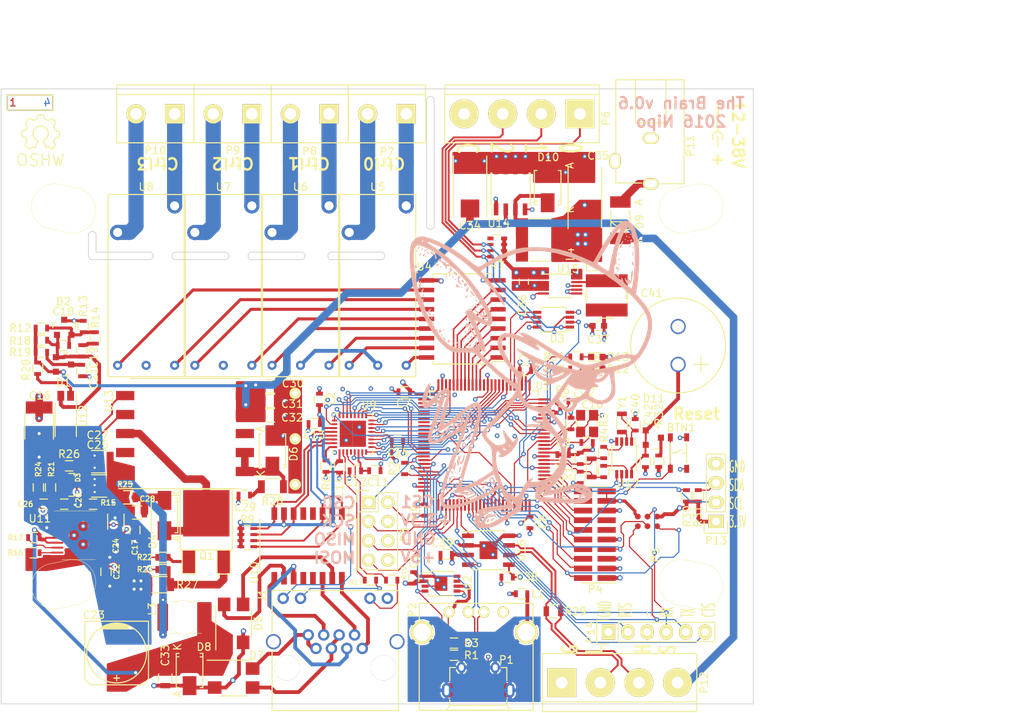
<source format=kicad_pcb>
(kicad_pcb (version 4) (host pcbnew 4.0.4-stable)

  (general
    (links 425)
    (no_connects 5)
    (area 50.449999 59.449999 149.550001 140.550001)
    (thickness 1.6)
    (drawings 54)
    (tracks 1993)
    (zones 0)
    (modules 142)
    (nets 172)
  )

  (page A4)
  (layers
    (0 F.Cu signal)
    (1 In1.Cu power hide)
    (2 In2.Cu power)
    (31 B.Cu signal)
    (32 B.Adhes user hide)
    (33 F.Adhes user hide)
    (34 B.Paste user hide)
    (35 F.Paste user hide)
    (36 B.SilkS user hide)
    (37 F.SilkS user)
    (38 B.Mask user)
    (39 F.Mask user hide)
    (40 Dwgs.User user)
    (41 Cmts.User user)
    (42 Eco1.User user)
    (43 Eco2.User user)
    (44 Edge.Cuts user)
    (45 Margin user)
    (46 B.CrtYd user)
    (47 F.CrtYd user)
    (48 B.Fab user hide)
    (49 F.Fab user hide)
  )

  (setup
    (last_trace_width 0.25)
    (user_trace_width 0.1524)
    (user_trace_width 0.2)
    (user_trace_width 0.25)
    (user_trace_width 0.4)
    (user_trace_width 0.5)
    (user_trace_width 1)
    (user_trace_width 2)
    (trace_clearance 0.1524)
    (zone_clearance 0.2)
    (zone_45_only yes)
    (trace_min 0.1524)
    (segment_width 0.2)
    (edge_width 0.1)
    (via_size 0.6048)
    (via_drill 0.3)
    (via_min_size 0.6048)
    (via_min_drill 0.3)
    (user_via 0.6048 0.3)
    (user_via 0.8 0.4)
    (user_via 1 0.5)
    (user_via 1.5 1)
    (uvia_size 0.3)
    (uvia_drill 0.1)
    (uvias_allowed no)
    (uvia_min_size 0.2)
    (uvia_min_drill 0.1)
    (pcb_text_width 0.3)
    (pcb_text_size 1.5 1.5)
    (mod_edge_width 0.15)
    (mod_text_size 1 1)
    (mod_text_width 0.15)
    (pad_size 4 4)
    (pad_drill 3.2)
    (pad_to_mask_clearance 0)
    (aux_axis_origin 0 0)
    (visible_elements FFFFEF7F)
    (pcbplotparams
      (layerselection 0x00030_ffffffff)
      (usegerberextensions false)
      (excludeedgelayer true)
      (linewidth 0.100000)
      (plotframeref false)
      (viasonmask false)
      (mode 1)
      (useauxorigin false)
      (hpglpennumber 1)
      (hpglpenspeed 20)
      (hpglpendiameter 15)
      (hpglpenoverlay 2)
      (psnegative false)
      (psa4output false)
      (plotreference true)
      (plotvalue true)
      (plotinvisibletext false)
      (padsonsilk false)
      (subtractmaskfromsilk false)
      (outputformat 1)
      (mirror false)
      (drillshape 1)
      (scaleselection 1)
      (outputdirectory ""))
  )

  (net 0 "")
  (net 1 +3V3)
  (net 2 /mcu/TMS)
  (net 3 GND)
  (net 4 /mcu/TCK)
  (net 5 /mcu/TDO)
  (net 6 /mcu/TDI)
  (net 7 /mcu/nRESET)
  (net 8 /mcu/TraceCLK)
  (net 9 /mcu/TraceData0)
  (net 10 /mcu/TraceData1)
  (net 11 /mcu/TraceData2)
  (net 12 /mcu/TraceData3)
  (net 13 "Net-(C9-Pad1)")
  (net 14 "Net-(C10-Pad1)")
  (net 15 "Net-(C18-Pad1)")
  (net 16 +5V)
  (net 17 "Net-(L1-Pad1)")
  (net 18 "Net-(J1-Pad10)")
  (net 19 "Net-(J1-Pad11)")
  (net 20 "Net-(P6-Pad2)")
  (net 21 "Net-(P6-Pad1)")
  (net 22 "Net-(P7-Pad2)")
  (net 23 "Net-(P7-Pad1)")
  (net 24 "Net-(U1-Pad82)")
  (net 25 "Net-(U1-Pad81)")
  (net 26 "/I2C / RTC / Extension/IRQ")
  (net 27 "/I2C / RTC / Extension/OSC_OUT")
  (net 28 "Net-(U1-Pad39)")
  (net 29 "Net-(U1-Pad40)")
  (net 30 "Net-(U1-Pad41)")
  (net 31 "Net-(U1-Pad42)")
  (net 32 "Net-(U1-Pad43)")
  (net 33 "Net-(U1-Pad44)")
  (net 34 "Net-(U1-Pad45)")
  (net 35 "Net-(U1-Pad46)")
  (net 36 /ethernet/POE_VC1-)
  (net 37 /ethernet/POE_VC1+)
  (net 38 /ethernet/POE_VC2-)
  (net 39 /ethernet/POE_VC2+)
  (net 40 "Net-(U1-Pad6)")
  (net 41 "Net-(U1-Pad38)")
  (net 42 "Net-(U1-Pad73)")
  (net 43 "Net-(U1-Pad91)")
  (net 44 "Net-(U1-Pad97)")
  (net 45 "Net-(U1-Pad98)")
  (net 46 "Net-(U9-Pad4)")
  (net 47 /ethernet/CLK_25M)
  (net 48 /mcu/ETH_PHY_nIRQ)
  (net 49 /mcu/ETH_PHY_nRESET)
  (net 50 /ethernet/MDC)
  (net 51 /ethernet/TX_D2)
  (net 52 /ethernet/TX_CLK)
  (net 53 /ethernet/RX_CLK)
  (net 54 /ethernet/MDIO)
  (net 55 /ethernet/RX_DV)
  (net 56 /ethernet/RX_D0)
  (net 57 /ethernet/RX_D1)
  (net 58 /ethernet/RX_D2)
  (net 59 /ethernet/RX_D3)
  (net 60 /ethernet/RX_ER)
  (net 61 /ethernet/TX_EN)
  (net 62 /ethernet/TX_D0)
  (net 63 /ethernet/TX_D1)
  (net 64 /ethernet/TX_D3)
  (net 65 /ethernet/CRS)
  (net 66 /ethernet/COL)
  (net 67 /ethernet/LAN_VDD)
  (net 68 /ethernet/TD-)
  (net 69 /ethernet/TD+)
  (net 70 /ethernet/RD-)
  (net 71 /ethernet/RD+)
  (net 72 /ethernet/ETH_RX-)
  (net 73 /ethernet/ETH_RX+)
  (net 74 /ethernet/ETH_TX-)
  (net 75 /ethernet/ETH_TX+)
  (net 76 "/I2C / RTC / Extension/SCL")
  (net 77 "/I2C / RTC / Extension/SDA")
  (net 78 GNDREF)
  (net 79 /mcu/USB_D+)
  (net 80 /mcu/USB_D-)
  (net 81 /can/CAN-)
  (net 82 /can/CAN+)
  (net 83 "Net-(U2-Pad7)")
  (net 84 "Net-(U2-Pad8)")
  (net 85 "Net-(U1-Pad53)")
  (net 86 "Net-(U1-Pad54)")
  (net 87 "Net-(U1-Pad60)")
  (net 88 "Net-(U1-Pad61)")
  (net 89 "Net-(U1-Pad62)")
  (net 90 "Net-(D6-Pad1)")
  (net 91 "Net-(L5-Pad2)")
  (net 92 /power/VCan)
  (net 93 "Net-(P11-Pad3)")
  (net 94 /mcu/Input_0)
  (net 95 /mcu/Input_1)
  (net 96 /mcu/Input_2)
  (net 97 /mcu/CS0)
  (net 98 /mcu/CS1)
  (net 99 /mcu/SCK)
  (net 100 /mcu/MOSI)
  (net 101 /mcu/MISO)
  (net 102 /poe/VPoe)
  (net 103 /poe/GPoe)
  (net 104 "Net-(C22-Pad1)")
  (net 105 "Net-(C29-Pad1)")
  (net 106 "Net-(D9-Pad2)")
  (net 107 "Net-(R15-Pad1)")
  (net 108 /poe/Feedback)
  (net 109 /poe/VPoe2)
  (net 110 "Net-(Q1-Pad3)")
  (net 111 "Net-(Q1-Pad1)")
  (net 112 /poe/VBias)
  (net 113 /mcu/USB_VBus)
  (net 114 "Net-(R2-Pad1)")
  (net 115 "Net-(C2-Pad1)")
  (net 116 "Net-(C4-Pad1)")
  (net 117 "Net-(C11-Pad1)")
  (net 118 "Net-(C18-Pad2)")
  (net 119 "Net-(C19-Pad2)")
  (net 120 "Net-(C20-Pad1)")
  (net 121 "Net-(C21-Pad1)")
  (net 122 "Net-(C24-Pad1)")
  (net 123 "Net-(C26-Pad2)")
  (net 124 "Net-(C28-Pad2)")
  (net 125 "Net-(C40-Pad1)")
  (net 126 "Net-(C41-Pad1)")
  (net 127 "Net-(D3-Pad1)")
  (net 128 "Net-(D3-Pad2)")
  (net 129 "Net-(D4-Pad2)")
  (net 130 "Net-(D10-Pad1)")
  (net 131 "Net-(D11-Pad3)")
  (net 132 "Net-(P1-Pad1)")
  (net 133 "Net-(P1-Pad4)")
  (net 134 "Net-(P4-Pad11)")
  (net 135 "Net-(P4-Pad13)")
  (net 136 "Net-(P6-Pad3)")
  (net 137 "Net-(P8-Pad1)")
  (net 138 "Net-(P8-Pad2)")
  (net 139 "Net-(P9-Pad1)")
  (net 140 "Net-(P9-Pad2)")
  (net 141 "Net-(P10-Pad1)")
  (net 142 "Net-(P10-Pad2)")
  (net 143 "Net-(R7-Pad5)")
  (net 144 "Net-(R8-Pad1)")
  (net 145 "Net-(R10-Pad1)")
  (net 146 "Net-(R11-Pad1)")
  (net 147 "Net-(R16-Pad1)")
  (net 148 "Net-(R17-Pad2)")
  (net 149 "Net-(R20-Pad2)")
  (net 150 "Net-(R22-Pad2)")
  (net 151 "Net-(R26-Pad1)")
  (net 152 "Net-(U4-Pad11)")
  (net 153 "Net-(U4-Pad12)")
  (net 154 "Net-(U4-Pad13)")
  (net 155 "Net-(U4-Pad14)")
  (net 156 "Net-(U4-Pad15)")
  (net 157 "Net-(U4-Pad16)")
  (net 158 "Net-(U4-Pad17)")
  (net 159 "Net-(U4-Pad18)")
  (net 160 "Net-(U17-Pad2)")
  (net 161 "Net-(U1-Pad63)")
  (net 162 "Net-(P14-Pad3)")
  (net 163 "Net-(U1-Pad88)")
  (net 164 /mcu/U2RX)
  (net 165 /mcu/U2TX)
  (net 166 /mcu/U2RTS)
  (net 167 /mcu/U2CTS)
  (net 168 "Net-(D12-Pad1)")
  (net 169 "Net-(D13-Pad1)")
  (net 170 "Net-(R34-Pad1)")
  (net 171 "Net-(R33-Pad1)")

  (net_class Default "This is the default net class."
    (clearance 0.1524)
    (trace_width 0.1524)
    (via_dia 0.6048)
    (via_drill 0.3)
    (uvia_dia 0.3)
    (uvia_drill 0.1)
    (add_net "/I2C / RTC / Extension/IRQ")
    (add_net "/I2C / RTC / Extension/OSC_OUT")
    (add_net "/I2C / RTC / Extension/SCL")
    (add_net "/I2C / RTC / Extension/SDA")
    (add_net /can/CAN+)
    (add_net /can/CAN-)
    (add_net /ethernet/CLK_25M)
    (add_net /ethernet/COL)
    (add_net /ethernet/CRS)
    (add_net /ethernet/MDC)
    (add_net /ethernet/MDIO)
    (add_net /ethernet/RX_CLK)
    (add_net /ethernet/RX_D0)
    (add_net /ethernet/RX_D1)
    (add_net /ethernet/RX_D2)
    (add_net /ethernet/RX_D3)
    (add_net /ethernet/RX_DV)
    (add_net /ethernet/RX_ER)
    (add_net /ethernet/TX_CLK)
    (add_net /ethernet/TX_D0)
    (add_net /ethernet/TX_D1)
    (add_net /ethernet/TX_D2)
    (add_net /ethernet/TX_D3)
    (add_net /ethernet/TX_EN)
    (add_net /mcu/CS0)
    (add_net /mcu/CS1)
    (add_net /mcu/ETH_PHY_nIRQ)
    (add_net /mcu/ETH_PHY_nRESET)
    (add_net /mcu/Input_0)
    (add_net /mcu/Input_1)
    (add_net /mcu/Input_2)
    (add_net /mcu/MISO)
    (add_net /mcu/MOSI)
    (add_net /mcu/SCK)
    (add_net /mcu/TCK)
    (add_net /mcu/TDI)
    (add_net /mcu/TDO)
    (add_net /mcu/TMS)
    (add_net /mcu/TraceCLK)
    (add_net /mcu/TraceData0)
    (add_net /mcu/TraceData1)
    (add_net /mcu/TraceData2)
    (add_net /mcu/TraceData3)
    (add_net /mcu/U2CTS)
    (add_net /mcu/U2RTS)
    (add_net /mcu/U2RX)
    (add_net /mcu/U2TX)
    (add_net /mcu/USB_D+)
    (add_net /mcu/USB_D-)
    (add_net /mcu/USB_VBus)
    (add_net /mcu/nRESET)
    (add_net /poe/Feedback)
    (add_net /poe/VBias)
    (add_net /poe/VPoe2)
    (add_net GND)
    (add_net "Net-(C10-Pad1)")
    (add_net "Net-(C11-Pad1)")
    (add_net "Net-(C18-Pad1)")
    (add_net "Net-(C18-Pad2)")
    (add_net "Net-(C19-Pad2)")
    (add_net "Net-(C2-Pad1)")
    (add_net "Net-(C20-Pad1)")
    (add_net "Net-(C21-Pad1)")
    (add_net "Net-(C22-Pad1)")
    (add_net "Net-(C24-Pad1)")
    (add_net "Net-(C26-Pad2)")
    (add_net "Net-(C28-Pad2)")
    (add_net "Net-(C29-Pad1)")
    (add_net "Net-(C4-Pad1)")
    (add_net "Net-(C40-Pad1)")
    (add_net "Net-(C41-Pad1)")
    (add_net "Net-(C9-Pad1)")
    (add_net "Net-(D10-Pad1)")
    (add_net "Net-(D11-Pad3)")
    (add_net "Net-(D12-Pad1)")
    (add_net "Net-(D13-Pad1)")
    (add_net "Net-(D3-Pad1)")
    (add_net "Net-(D3-Pad2)")
    (add_net "Net-(D4-Pad2)")
    (add_net "Net-(D6-Pad1)")
    (add_net "Net-(D9-Pad2)")
    (add_net "Net-(J1-Pad10)")
    (add_net "Net-(J1-Pad11)")
    (add_net "Net-(L1-Pad1)")
    (add_net "Net-(L5-Pad2)")
    (add_net "Net-(P1-Pad1)")
    (add_net "Net-(P1-Pad4)")
    (add_net "Net-(P10-Pad1)")
    (add_net "Net-(P10-Pad2)")
    (add_net "Net-(P11-Pad3)")
    (add_net "Net-(P14-Pad3)")
    (add_net "Net-(P4-Pad11)")
    (add_net "Net-(P4-Pad13)")
    (add_net "Net-(P6-Pad1)")
    (add_net "Net-(P6-Pad2)")
    (add_net "Net-(P6-Pad3)")
    (add_net "Net-(P7-Pad1)")
    (add_net "Net-(P7-Pad2)")
    (add_net "Net-(P8-Pad1)")
    (add_net "Net-(P8-Pad2)")
    (add_net "Net-(P9-Pad1)")
    (add_net "Net-(P9-Pad2)")
    (add_net "Net-(Q1-Pad1)")
    (add_net "Net-(Q1-Pad3)")
    (add_net "Net-(R10-Pad1)")
    (add_net "Net-(R11-Pad1)")
    (add_net "Net-(R15-Pad1)")
    (add_net "Net-(R16-Pad1)")
    (add_net "Net-(R17-Pad2)")
    (add_net "Net-(R2-Pad1)")
    (add_net "Net-(R20-Pad2)")
    (add_net "Net-(R22-Pad2)")
    (add_net "Net-(R26-Pad1)")
    (add_net "Net-(R33-Pad1)")
    (add_net "Net-(R34-Pad1)")
    (add_net "Net-(R7-Pad5)")
    (add_net "Net-(R8-Pad1)")
    (add_net "Net-(U1-Pad38)")
    (add_net "Net-(U1-Pad39)")
    (add_net "Net-(U1-Pad40)")
    (add_net "Net-(U1-Pad41)")
    (add_net "Net-(U1-Pad42)")
    (add_net "Net-(U1-Pad43)")
    (add_net "Net-(U1-Pad44)")
    (add_net "Net-(U1-Pad45)")
    (add_net "Net-(U1-Pad46)")
    (add_net "Net-(U1-Pad53)")
    (add_net "Net-(U1-Pad54)")
    (add_net "Net-(U1-Pad6)")
    (add_net "Net-(U1-Pad60)")
    (add_net "Net-(U1-Pad61)")
    (add_net "Net-(U1-Pad62)")
    (add_net "Net-(U1-Pad63)")
    (add_net "Net-(U1-Pad73)")
    (add_net "Net-(U1-Pad81)")
    (add_net "Net-(U1-Pad82)")
    (add_net "Net-(U1-Pad88)")
    (add_net "Net-(U1-Pad91)")
    (add_net "Net-(U1-Pad97)")
    (add_net "Net-(U1-Pad98)")
    (add_net "Net-(U17-Pad2)")
    (add_net "Net-(U2-Pad7)")
    (add_net "Net-(U2-Pad8)")
    (add_net "Net-(U4-Pad11)")
    (add_net "Net-(U4-Pad12)")
    (add_net "Net-(U4-Pad13)")
    (add_net "Net-(U4-Pad14)")
    (add_net "Net-(U4-Pad15)")
    (add_net "Net-(U4-Pad16)")
    (add_net "Net-(U4-Pad17)")
    (add_net "Net-(U4-Pad18)")
    (add_net "Net-(U9-Pad4)")
  )

  (net_class More ""
    (clearance 0.2)
    (trace_width 0.25)
    (via_dia 0.6048)
    (via_drill 0.3)
    (uvia_dia 0.3)
    (uvia_drill 0.1)
    (add_net /ethernet/RD+)
    (add_net /ethernet/RD-)
    (add_net /ethernet/TD+)
    (add_net /ethernet/TD-)
  )

  (net_class Power ""
    (clearance 0.1524)
    (trace_width 0.5)
    (via_dia 0.7)
    (via_drill 0.4)
    (uvia_dia 0.3)
    (uvia_drill 0.1)
    (add_net +3V3)
    (add_net +5V)
    (add_net /ethernet/ETH_RX+)
    (add_net /ethernet/ETH_RX-)
    (add_net /ethernet/ETH_TX+)
    (add_net /ethernet/ETH_TX-)
    (add_net /ethernet/LAN_VDD)
    (add_net /ethernet/POE_VC1+)
    (add_net /ethernet/POE_VC1-)
    (add_net /ethernet/POE_VC2+)
    (add_net /ethernet/POE_VC2-)
    (add_net /poe/GPoe)
    (add_net /poe/VPoe)
    (add_net /power/VCan)
    (add_net GNDREF)
  )

  (net_class Power2 ""
    (clearance 1)
    (trace_width 0.5)
    (via_dia 1)
    (via_drill 0.5)
    (uvia_dia 0.3)
    (uvia_drill 0.1)
  )

  (module Connect:bornier4 (layer F.Cu) (tedit 0) (tstamp 57C37980)
    (at 131.9 137.7)
    (descr "Bornier d'alimentation 4 pins")
    (tags DEV)
    (path /57A213DC/57A21746)
    (fp_text reference P12 (at 11.1 0 270) (layer F.SilkS)
      (effects (font (size 1 1) (thickness 0.15)))
    )
    (fp_text value CAN (at -0.1 0.4) (layer F.Fab)
      (effects (font (size 1 1) (thickness 0.15)))
    )
    (fp_line (start -10.16 -3.81) (end -10.16 3.81) (layer F.SilkS) (width 0.15))
    (fp_line (start 10.16 3.81) (end 10.16 -3.81) (layer F.SilkS) (width 0.15))
    (fp_line (start 10.16 2.54) (end -10.16 2.54) (layer F.SilkS) (width 0.15))
    (fp_line (start -10.16 -3.81) (end 10.16 -3.81) (layer F.SilkS) (width 0.15))
    (fp_line (start -10.16 3.81) (end 10.16 3.81) (layer F.SilkS) (width 0.15))
    (pad 2 thru_hole circle (at -2.54 0) (size 3.81 3.81) (drill 1.524) (layers *.Cu *.Mask F.SilkS)
      (net 81 /can/CAN-))
    (pad 3 thru_hole circle (at 2.54 0) (size 3.81 3.81) (drill 1.524) (layers *.Cu *.Mask F.SilkS)
      (net 82 /can/CAN+))
    (pad 1 thru_hole rect (at -7.62 0) (size 3.81 3.81) (drill 1.524) (layers *.Cu *.Mask F.SilkS)
      (net 3 GND))
    (pad 4 thru_hole circle (at 7.62 0) (size 3.81 3.81) (drill 1.524) (layers *.Cu *.Mask F.SilkS)
      (net 92 /power/VCan))
    (model Connect.3dshapes/bornier4.wrl
      (at (xyz 0 0 0))
      (scale (xyz 1 1 1))
      (rotate (xyz 0 0 0))
    )
  )

  (module Pin_Headers:Pin_Header_Straight_1x04 (layer F.Cu) (tedit 0) (tstamp 57C3744D)
    (at 144.58 116.48 180)
    (descr "Through hole pin header")
    (tags "pin header")
    (path /57A213DD/57BEEED1)
    (fp_text reference P13 (at -0.02 -2.52 360) (layer F.SilkS)
      (effects (font (size 1 1) (thickness 0.15)))
    )
    (fp_text value I2C_EXT (at -0.1 3.94 270) (layer F.Fab)
      (effects (font (size 1 1) (thickness 0.15)))
    )
    (fp_line (start -1.75 -1.75) (end -1.75 9.4) (layer F.CrtYd) (width 0.05))
    (fp_line (start 1.75 -1.75) (end 1.75 9.4) (layer F.CrtYd) (width 0.05))
    (fp_line (start -1.75 -1.75) (end 1.75 -1.75) (layer F.CrtYd) (width 0.05))
    (fp_line (start -1.75 9.4) (end 1.75 9.4) (layer F.CrtYd) (width 0.05))
    (fp_line (start -1.27 1.27) (end -1.27 8.89) (layer F.SilkS) (width 0.15))
    (fp_line (start 1.27 1.27) (end 1.27 8.89) (layer F.SilkS) (width 0.15))
    (fp_line (start 1.55 -1.55) (end 1.55 0) (layer F.SilkS) (width 0.15))
    (fp_line (start -1.27 8.89) (end 1.27 8.89) (layer F.SilkS) (width 0.15))
    (fp_line (start 1.27 1.27) (end -1.27 1.27) (layer F.SilkS) (width 0.15))
    (fp_line (start -1.55 0) (end -1.55 -1.55) (layer F.SilkS) (width 0.15))
    (fp_line (start -1.55 -1.55) (end 1.55 -1.55) (layer F.SilkS) (width 0.15))
    (pad 1 thru_hole rect (at 0 0 180) (size 2.032 1.7272) (drill 1.016) (layers *.Cu *.Mask F.SilkS)
      (net 1 +3V3))
    (pad 2 thru_hole oval (at 0 2.54 180) (size 2.032 1.7272) (drill 1.016) (layers *.Cu *.Mask F.SilkS)
      (net 76 "/I2C / RTC / Extension/SCL"))
    (pad 3 thru_hole oval (at 0 5.08 180) (size 2.032 1.7272) (drill 1.016) (layers *.Cu *.Mask F.SilkS)
      (net 77 "/I2C / RTC / Extension/SDA"))
    (pad 4 thru_hole oval (at 0 7.62 180) (size 2.032 1.7272) (drill 1.016) (layers *.Cu *.Mask F.SilkS)
      (net 3 GND))
    (model Pin_Headers.3dshapes/Pin_Header_Straight_1x04.wrl
      (at (xyz 0 -0.15 0))
      (scale (xyz 1 1 1))
      (rotate (xyz 0 0 90))
    )
  )

  (module Connect:USB_A (layer F.Cu) (tedit 5543E289) (tstamp 57C37A26)
    (at 109.45914 128.40212)
    (descr "USB A connector")
    (tags "USB USB_A")
    (path /57A213D7/57BD5361)
    (fp_text reference P2 (at -4.85914 -0.30212 270) (layer F.SilkS)
      (effects (font (size 1 1) (thickness 0.15)))
    )
    (fp_text value USBA (at 3.74086 2.49788) (layer F.Fab)
      (effects (font (size 1 1) (thickness 0.15)))
    )
    (fp_line (start -5.3 13.2) (end -5.3 -1.4) (layer F.CrtYd) (width 0.05))
    (fp_line (start 11.95 -1.4) (end 11.95 13.2) (layer F.CrtYd) (width 0.05))
    (fp_line (start -5.3 13.2) (end 11.95 13.2) (layer F.CrtYd) (width 0.05))
    (fp_line (start -5.3 -1.4) (end 11.95 -1.4) (layer F.CrtYd) (width 0.05))
    (fp_line (start 11.04986 -1.14512) (end 11.04986 12.95188) (layer F.SilkS) (width 0.15))
    (fp_line (start -3.93614 12.95188) (end -3.93614 -1.14512) (layer F.SilkS) (width 0.15))
    (fp_line (start 11.04986 -1.14512) (end -3.93614 -1.14512) (layer F.SilkS) (width 0.15))
    (fp_line (start 11.04986 12.95188) (end -3.93614 12.95188) (layer F.SilkS) (width 0.15))
    (pad 4 thru_hole circle (at 7.11286 -0.00212 270) (size 1.50114 1.50114) (drill 1.00076) (layers *.Cu *.Mask F.SilkS)
      (net 3 GND))
    (pad 3 thru_hole circle (at 4.57286 -0.00212 270) (size 1.50114 1.50114) (drill 1.00076) (layers *.Cu *.Mask F.SilkS)
      (net 79 /mcu/USB_D+))
    (pad 2 thru_hole circle (at 2.54086 -0.00212 270) (size 1.50114 1.50114) (drill 1.00076) (layers *.Cu *.Mask F.SilkS)
      (net 80 /mcu/USB_D-))
    (pad 1 thru_hole circle (at 0.00086 -0.00212 270) (size 1.50114 1.50114) (drill 1.00076) (layers *.Cu *.Mask F.SilkS)
      (net 113 /mcu/USB_VBus))
    (pad 5 thru_hole circle (at 10.16086 2.66488 270) (size 2.99974 2.99974) (drill 2.30124) (layers *.Cu *.Mask F.SilkS)
      (net 17 "Net-(L1-Pad1)"))
    (pad 5 thru_hole circle (at -3.55514 2.66488 270) (size 2.99974 2.99974) (drill 2.30124) (layers *.Cu *.Mask F.SilkS)
      (net 17 "Net-(L1-Pad1)"))
    (model Connect.3dshapes/USB_A.wrl
      (at (xyz 0.14 0 0))
      (scale (xyz 1 1 1))
      (rotate (xyz 0 0 90))
    )
  )

  (module Housings_QFP:LQFP-100_14x14mm_Pitch0.5mm (layer F.Cu) (tedit 54130A77) (tstamp 57C377BF)
    (at 114.05 106.4 180)
    (descr "LQFP100: plastic low profile quad flat package; 100 leads; body 14 x 14 x 1.4 mm (see NXP sot407-1_po.pdf and sot407-1_fr.pdf)")
    (tags "QFP 0.5")
    (path /57A213D7/57BCD0F0)
    (attr smd)
    (fp_text reference U1 (at -7.75 7.8 180) (layer F.SilkS)
      (effects (font (size 1 1) (thickness 0.15)))
    )
    (fp_text value STM32F107VCT (at 0.25 1.3 180) (layer F.Fab)
      (effects (font (size 1 1) (thickness 0.15)))
    )
    (fp_line (start -8.9 -8.9) (end -8.9 8.9) (layer F.CrtYd) (width 0.05))
    (fp_line (start 8.9 -8.9) (end 8.9 8.9) (layer F.CrtYd) (width 0.05))
    (fp_line (start -8.9 -8.9) (end 8.9 -8.9) (layer F.CrtYd) (width 0.05))
    (fp_line (start -8.9 8.9) (end 8.9 8.9) (layer F.CrtYd) (width 0.05))
    (fp_line (start -7.125 -7.125) (end -7.125 -6.365) (layer F.SilkS) (width 0.15))
    (fp_line (start 7.125 -7.125) (end 7.125 -6.365) (layer F.SilkS) (width 0.15))
    (fp_line (start 7.125 7.125) (end 7.125 6.365) (layer F.SilkS) (width 0.15))
    (fp_line (start -7.125 7.125) (end -7.125 6.365) (layer F.SilkS) (width 0.15))
    (fp_line (start -7.125 -7.125) (end -6.365 -7.125) (layer F.SilkS) (width 0.15))
    (fp_line (start -7.125 7.125) (end -6.365 7.125) (layer F.SilkS) (width 0.15))
    (fp_line (start 7.125 7.125) (end 6.365 7.125) (layer F.SilkS) (width 0.15))
    (fp_line (start 7.125 -7.125) (end 6.365 -7.125) (layer F.SilkS) (width 0.15))
    (fp_line (start -7.125 -6.365) (end -8.65 -6.365) (layer F.SilkS) (width 0.15))
    (pad 1 smd rect (at -7.9 -6 180) (size 1.5 0.28) (layers F.Cu F.Paste F.Mask)
      (net 8 /mcu/TraceCLK))
    (pad 2 smd rect (at -7.9 -5.5 180) (size 1.5 0.28) (layers F.Cu F.Paste F.Mask)
      (net 9 /mcu/TraceData0))
    (pad 3 smd rect (at -7.9 -5 180) (size 1.5 0.28) (layers F.Cu F.Paste F.Mask)
      (net 10 /mcu/TraceData1))
    (pad 4 smd rect (at -7.9 -4.5 180) (size 1.5 0.28) (layers F.Cu F.Paste F.Mask)
      (net 11 /mcu/TraceData2))
    (pad 5 smd rect (at -7.9 -4 180) (size 1.5 0.28) (layers F.Cu F.Paste F.Mask)
      (net 12 /mcu/TraceData3))
    (pad 6 smd rect (at -7.9 -3.5 180) (size 1.5 0.28) (layers F.Cu F.Paste F.Mask)
      (net 40 "Net-(U1-Pad6)"))
    (pad 7 smd rect (at -7.9 -3 180) (size 1.5 0.28) (layers F.Cu F.Paste F.Mask)
      (net 170 "Net-(R34-Pad1)"))
    (pad 8 smd rect (at -7.9 -2.5 180) (size 1.5 0.28) (layers F.Cu F.Paste F.Mask)
      (net 115 "Net-(C2-Pad1)"))
    (pad 9 smd rect (at -7.9 -2 180) (size 1.5 0.28) (layers F.Cu F.Paste F.Mask)
      (net 116 "Net-(C4-Pad1)"))
    (pad 10 smd rect (at -7.9 -1.5 180) (size 1.5 0.28) (layers F.Cu F.Paste F.Mask)
      (net 3 GND))
    (pad 11 smd rect (at -7.9 -1 180) (size 1.5 0.28) (layers F.Cu F.Paste F.Mask)
      (net 1 +3V3))
    (pad 12 smd rect (at -7.9 -0.5 180) (size 1.5 0.28) (layers F.Cu F.Paste F.Mask)
      (net 14 "Net-(C10-Pad1)"))
    (pad 13 smd rect (at -7.9 0 180) (size 1.5 0.28) (layers F.Cu F.Paste F.Mask)
      (net 13 "Net-(C9-Pad1)"))
    (pad 14 smd rect (at -7.9 0.5 180) (size 1.5 0.28) (layers F.Cu F.Paste F.Mask)
      (net 7 /mcu/nRESET))
    (pad 15 smd rect (at -7.9 1 180) (size 1.5 0.28) (layers F.Cu F.Paste F.Mask)
      (net 96 /mcu/Input_2))
    (pad 16 smd rect (at -7.9 1.5 180) (size 1.5 0.28) (layers F.Cu F.Paste F.Mask)
      (net 50 /ethernet/MDC))
    (pad 17 smd rect (at -7.9 2 180) (size 1.5 0.28) (layers F.Cu F.Paste F.Mask)
      (net 51 /ethernet/TX_D2))
    (pad 18 smd rect (at -7.9 2.5 180) (size 1.5 0.28) (layers F.Cu F.Paste F.Mask)
      (net 52 /ethernet/TX_CLK))
    (pad 19 smd rect (at -7.9 3 180) (size 1.5 0.28) (layers F.Cu F.Paste F.Mask)
      (net 3 GND))
    (pad 20 smd rect (at -7.9 3.5 180) (size 1.5 0.28) (layers F.Cu F.Paste F.Mask)
      (net 3 GND))
    (pad 21 smd rect (at -7.9 4 180) (size 1.5 0.28) (layers F.Cu F.Paste F.Mask)
      (net 1 +3V3))
    (pad 22 smd rect (at -7.9 4.5 180) (size 1.5 0.28) (layers F.Cu F.Paste F.Mask)
      (net 1 +3V3))
    (pad 23 smd rect (at -7.9 5 180) (size 1.5 0.28) (layers F.Cu F.Paste F.Mask)
      (net 65 /ethernet/CRS))
    (pad 24 smd rect (at -7.9 5.5 180) (size 1.5 0.28) (layers F.Cu F.Paste F.Mask)
      (net 53 /ethernet/RX_CLK))
    (pad 25 smd rect (at -7.9 6 180) (size 1.5 0.28) (layers F.Cu F.Paste F.Mask)
      (net 54 /ethernet/MDIO))
    (pad 26 smd rect (at -6 7.9 270) (size 1.5 0.28) (layers F.Cu F.Paste F.Mask)
      (net 66 /ethernet/COL))
    (pad 27 smd rect (at -5.5 7.9 270) (size 1.5 0.28) (layers F.Cu F.Paste F.Mask)
      (net 3 GND))
    (pad 28 smd rect (at -5 7.9 270) (size 1.5 0.28) (layers F.Cu F.Paste F.Mask)
      (net 1 +3V3))
    (pad 29 smd rect (at -4.5 7.9 270) (size 1.5 0.28) (layers F.Cu F.Paste F.Mask)
      (net 97 /mcu/CS0))
    (pad 30 smd rect (at -4 7.9 270) (size 1.5 0.28) (layers F.Cu F.Paste F.Mask)
      (net 94 /mcu/Input_0))
    (pad 31 smd rect (at -3.5 7.9 270) (size 1.5 0.28) (layers F.Cu F.Paste F.Mask)
      (net 95 /mcu/Input_1))
    (pad 32 smd rect (at -3 7.9 270) (size 1.5 0.28) (layers F.Cu F.Paste F.Mask)
      (net 55 /ethernet/RX_DV))
    (pad 33 smd rect (at -2.5 7.9 270) (size 1.5 0.28) (layers F.Cu F.Paste F.Mask)
      (net 56 /ethernet/RX_D0))
    (pad 34 smd rect (at -2 7.9 270) (size 1.5 0.28) (layers F.Cu F.Paste F.Mask)
      (net 57 /ethernet/RX_D1))
    (pad 35 smd rect (at -1.5 7.9 270) (size 1.5 0.28) (layers F.Cu F.Paste F.Mask)
      (net 58 /ethernet/RX_D2))
    (pad 36 smd rect (at -1 7.9 270) (size 1.5 0.28) (layers F.Cu F.Paste F.Mask)
      (net 59 /ethernet/RX_D3))
    (pad 37 smd rect (at -0.5 7.9 270) (size 1.5 0.28) (layers F.Cu F.Paste F.Mask)
      (net 3 GND))
    (pad 38 smd rect (at 0 7.9 270) (size 1.5 0.28) (layers F.Cu F.Paste F.Mask)
      (net 41 "Net-(U1-Pad38)"))
    (pad 39 smd rect (at 0.5 7.9 270) (size 1.5 0.28) (layers F.Cu F.Paste F.Mask)
      (net 28 "Net-(U1-Pad39)"))
    (pad 40 smd rect (at 1 7.9 270) (size 1.5 0.28) (layers F.Cu F.Paste F.Mask)
      (net 29 "Net-(U1-Pad40)"))
    (pad 41 smd rect (at 1.5 7.9 270) (size 1.5 0.28) (layers F.Cu F.Paste F.Mask)
      (net 30 "Net-(U1-Pad41)"))
    (pad 42 smd rect (at 2 7.9 270) (size 1.5 0.28) (layers F.Cu F.Paste F.Mask)
      (net 31 "Net-(U1-Pad42)"))
    (pad 43 smd rect (at 2.5 7.9 270) (size 1.5 0.28) (layers F.Cu F.Paste F.Mask)
      (net 32 "Net-(U1-Pad43)"))
    (pad 44 smd rect (at 3 7.9 270) (size 1.5 0.28) (layers F.Cu F.Paste F.Mask)
      (net 33 "Net-(U1-Pad44)"))
    (pad 45 smd rect (at 3.5 7.9 270) (size 1.5 0.28) (layers F.Cu F.Paste F.Mask)
      (net 34 "Net-(U1-Pad45)"))
    (pad 46 smd rect (at 4 7.9 270) (size 1.5 0.28) (layers F.Cu F.Paste F.Mask)
      (net 35 "Net-(U1-Pad46)"))
    (pad 47 smd rect (at 4.5 7.9 270) (size 1.5 0.28) (layers F.Cu F.Paste F.Mask)
      (net 60 /ethernet/RX_ER))
    (pad 48 smd rect (at 5 7.9 270) (size 1.5 0.28) (layers F.Cu F.Paste F.Mask)
      (net 61 /ethernet/TX_EN))
    (pad 49 smd rect (at 5.5 7.9 270) (size 1.5 0.28) (layers F.Cu F.Paste F.Mask)
      (net 3 GND))
    (pad 50 smd rect (at 6 7.9 270) (size 1.5 0.28) (layers F.Cu F.Paste F.Mask)
      (net 1 +3V3))
    (pad 51 smd rect (at 7.9 6 180) (size 1.5 0.28) (layers F.Cu F.Paste F.Mask)
      (net 62 /ethernet/TX_D0))
    (pad 52 smd rect (at 7.9 5.5 180) (size 1.5 0.28) (layers F.Cu F.Paste F.Mask)
      (net 63 /ethernet/TX_D1))
    (pad 53 smd rect (at 7.9 5 180) (size 1.5 0.28) (layers F.Cu F.Paste F.Mask)
      (net 85 "Net-(U1-Pad53)"))
    (pad 54 smd rect (at 7.9 4.5 180) (size 1.5 0.28) (layers F.Cu F.Paste F.Mask)
      (net 86 "Net-(U1-Pad54)"))
    (pad 55 smd rect (at 7.9 4 180) (size 1.5 0.28) (layers F.Cu F.Paste F.Mask))
    (pad 56 smd rect (at 7.9 3.5 180) (size 1.5 0.28) (layers F.Cu F.Paste F.Mask))
    (pad 57 smd rect (at 7.9 3 180) (size 1.5 0.28) (layers F.Cu F.Paste F.Mask))
    (pad 58 smd rect (at 7.9 2.5 180) (size 1.5 0.28) (layers F.Cu F.Paste F.Mask))
    (pad 59 smd rect (at 7.9 2 180) (size 1.5 0.28) (layers F.Cu F.Paste F.Mask))
    (pad 60 smd rect (at 7.9 1.5 180) (size 1.5 0.28) (layers F.Cu F.Paste F.Mask)
      (net 87 "Net-(U1-Pad60)"))
    (pad 61 smd rect (at 7.9 1 180) (size 1.5 0.28) (layers F.Cu F.Paste F.Mask)
      (net 88 "Net-(U1-Pad61)"))
    (pad 62 smd rect (at 7.9 0.5 180) (size 1.5 0.28) (layers F.Cu F.Paste F.Mask)
      (net 89 "Net-(U1-Pad62)"))
    (pad 63 smd rect (at 7.9 0 180) (size 1.5 0.28) (layers F.Cu F.Paste F.Mask)
      (net 161 "Net-(U1-Pad63)"))
    (pad 64 smd rect (at 7.9 -0.5 180) (size 1.5 0.28) (layers F.Cu F.Paste F.Mask)
      (net 49 /mcu/ETH_PHY_nRESET))
    (pad 65 smd rect (at 7.9 -1 180) (size 1.5 0.28) (layers F.Cu F.Paste F.Mask)
      (net 48 /mcu/ETH_PHY_nIRQ))
    (pad 66 smd rect (at 7.9 -1.5 180) (size 1.5 0.28) (layers F.Cu F.Paste F.Mask)
      (net 114 "Net-(R2-Pad1)"))
    (pad 67 smd rect (at 7.9 -2 180) (size 1.5 0.28) (layers F.Cu F.Paste F.Mask)
      (net 47 /ethernet/CLK_25M))
    (pad 68 smd rect (at 7.9 -2.5 180) (size 1.5 0.28) (layers F.Cu F.Paste F.Mask)
      (net 113 /mcu/USB_VBus))
    (pad 69 smd rect (at 7.9 -3 180) (size 1.5 0.28) (layers F.Cu F.Paste F.Mask)
      (net 133 "Net-(P1-Pad4)"))
    (pad 70 smd rect (at 7.9 -3.5 180) (size 1.5 0.28) (layers F.Cu F.Paste F.Mask)
      (net 80 /mcu/USB_D-))
    (pad 71 smd rect (at 7.9 -4 180) (size 1.5 0.28) (layers F.Cu F.Paste F.Mask)
      (net 79 /mcu/USB_D+))
    (pad 72 smd rect (at 7.9 -4.5 180) (size 1.5 0.28) (layers F.Cu F.Paste F.Mask)
      (net 2 /mcu/TMS))
    (pad 73 smd rect (at 7.9 -5 180) (size 1.5 0.28) (layers F.Cu F.Paste F.Mask)
      (net 42 "Net-(U1-Pad73)"))
    (pad 74 smd rect (at 7.9 -5.5 180) (size 1.5 0.28) (layers F.Cu F.Paste F.Mask)
      (net 3 GND))
    (pad 75 smd rect (at 7.9 -6 180) (size 1.5 0.28) (layers F.Cu F.Paste F.Mask)
      (net 1 +3V3))
    (pad 76 smd rect (at 6 -7.9 270) (size 1.5 0.28) (layers F.Cu F.Paste F.Mask)
      (net 4 /mcu/TCK))
    (pad 77 smd rect (at 5.5 -7.9 270) (size 1.5 0.28) (layers F.Cu F.Paste F.Mask)
      (net 6 /mcu/TDI))
    (pad 78 smd rect (at 5 -7.9 270) (size 1.5 0.28) (layers F.Cu F.Paste F.Mask)
      (net 99 /mcu/SCK))
    (pad 79 smd rect (at 4.5 -7.9 270) (size 1.5 0.28) (layers F.Cu F.Paste F.Mask)
      (net 101 /mcu/MISO))
    (pad 80 smd rect (at 4 -7.9 270) (size 1.5 0.28) (layers F.Cu F.Paste F.Mask)
      (net 100 /mcu/MOSI))
    (pad 81 smd rect (at 3.5 -7.9 270) (size 1.5 0.28) (layers F.Cu F.Paste F.Mask)
      (net 25 "Net-(U1-Pad81)"))
    (pad 82 smd rect (at 3 -7.9 270) (size 1.5 0.28) (layers F.Cu F.Paste F.Mask)
      (net 24 "Net-(U1-Pad82)"))
    (pad 83 smd rect (at 2.5 -7.9 270) (size 1.5 0.28) (layers F.Cu F.Paste F.Mask)
      (net 98 /mcu/CS1))
    (pad 84 smd rect (at 2 -7.9 270) (size 1.5 0.28) (layers F.Cu F.Paste F.Mask)
      (net 167 /mcu/U2CTS))
    (pad 85 smd rect (at 1.5 -7.9 270) (size 1.5 0.28) (layers F.Cu F.Paste F.Mask)
      (net 166 /mcu/U2RTS))
    (pad 86 smd rect (at 1 -7.9 270) (size 1.5 0.28) (layers F.Cu F.Paste F.Mask)
      (net 165 /mcu/U2TX))
    (pad 87 smd rect (at 0.5 -7.9 270) (size 1.5 0.28) (layers F.Cu F.Paste F.Mask)
      (net 164 /mcu/U2RX))
    (pad 88 smd rect (at 0 -7.9 270) (size 1.5 0.28) (layers F.Cu F.Paste F.Mask)
      (net 163 "Net-(U1-Pad88)"))
    (pad 89 smd rect (at -0.5 -7.9 270) (size 1.5 0.28) (layers F.Cu F.Paste F.Mask)
      (net 5 /mcu/TDO))
    (pad 90 smd rect (at -1 -7.9 270) (size 1.5 0.28) (layers F.Cu F.Paste F.Mask)
      (net 3 GND))
    (pad 91 smd rect (at -1.5 -7.9 270) (size 1.5 0.28) (layers F.Cu F.Paste F.Mask)
      (net 43 "Net-(U1-Pad91)"))
    (pad 92 smd rect (at -2 -7.9 270) (size 1.5 0.28) (layers F.Cu F.Paste F.Mask)
      (net 76 "/I2C / RTC / Extension/SCL"))
    (pad 93 smd rect (at -2.5 -7.9 270) (size 1.5 0.28) (layers F.Cu F.Paste F.Mask)
      (net 77 "/I2C / RTC / Extension/SDA"))
    (pad 94 smd rect (at -3 -7.9 270) (size 1.5 0.28) (layers F.Cu F.Paste F.Mask)
      (net 3 GND))
    (pad 95 smd rect (at -3.5 -7.9 270) (size 1.5 0.28) (layers F.Cu F.Paste F.Mask)
      (net 64 /ethernet/TX_D3))
    (pad 96 smd rect (at -4 -7.9 270) (size 1.5 0.28) (layers F.Cu F.Paste F.Mask)
      (net 171 "Net-(R33-Pad1)"))
    (pad 97 smd rect (at -4.5 -7.9 270) (size 1.5 0.28) (layers F.Cu F.Paste F.Mask)
      (net 44 "Net-(U1-Pad97)"))
    (pad 98 smd rect (at -5 -7.9 270) (size 1.5 0.28) (layers F.Cu F.Paste F.Mask)
      (net 45 "Net-(U1-Pad98)"))
    (pad 99 smd rect (at -5.5 -7.9 270) (size 1.5 0.28) (layers F.Cu F.Paste F.Mask)
      (net 3 GND))
    (pad 100 smd rect (at -6 -7.9 270) (size 1.5 0.28) (layers F.Cu F.Paste F.Mask)
      (net 1 +3V3))
    (model Housings_QFP.3dshapes/LQFP-100_14x14mm_Pitch0.5mm.wrl
      (at (xyz 0 0 0))
      (scale (xyz 1 1 1))
      (rotate (xyz 0 0 0))
    )
  )

  (module Abracon:ABM8G (layer F.Cu) (tedit 56F3EB4E) (tstamp 57C37BAB)
    (at 127.62122 103.589165 90)
    (path /57A213D7/57BCDC66)
    (fp_text reference X2 (at 4.289165 0.37878 90) (layer F.SilkS)
      (effects (font (size 1 1) (thickness 0.15)))
    )
    (fp_text value 25MHz (at 1.089165 -0.02122 90) (layer F.Fab)
      (effects (font (size 1 1) (thickness 0.15)))
    )
    (fp_line (start -1.7 0.15) (end -1.7 -0.15) (layer F.SilkS) (width 0.15))
    (fp_line (start 0.3 1.35) (end -0.3 1.35) (layer F.SilkS) (width 0.15))
    (fp_line (start 1.7 -0.15) (end 1.7 0.15) (layer F.SilkS) (width 0.15))
    (fp_line (start -0.3 -1.35) (end 0.3 -1.35) (layer F.SilkS) (width 0.15))
    (fp_line (start -1.6 1.25) (end -1.6 -1.25) (layer F.CrtYd) (width 0.05))
    (fp_line (start 1.6 1.25) (end -1.6 1.25) (layer F.CrtYd) (width 0.05))
    (fp_line (start 1.6 -1.25) (end 1.6 1.25) (layer F.CrtYd) (width 0.05))
    (fp_line (start -1.6 -1.25) (end 1.6 -1.25) (layer F.CrtYd) (width 0.05))
    (pad 3 smd rect (at -1.1 -0.85 90) (size 1.4 1.2) (layers F.Cu F.Paste F.Mask)
      (net 3 GND))
    (pad 2 smd rect (at 1.1 -0.85 90) (size 1.4 1.2) (layers F.Cu F.Paste F.Mask)
      (net 13 "Net-(C9-Pad1)"))
    (pad 3 smd rect (at 1.1 0.85 90) (size 1.4 1.2) (layers F.Cu F.Paste F.Mask)
      (net 3 GND))
    (pad 1 smd rect (at -1.1 0.85 90) (size 1.4 1.2) (layers F.Cu F.Paste F.Mask)
      (net 14 "Net-(C10-Pad1)"))
    (model /Users/nipo/projects/hardware/kicad-library/Abracon.3dshapes/ABM8G.wrl
      (at (xyz 0 0 0))
      (scale (xyz 0.3937 0.3937 0.3937))
      (rotate (xyz -90 0 0))
    )
  )

  (module Abracon:ABS07 (layer F.Cu) (tedit 57C35276) (tstamp 57C37B85)
    (at 128.216 109.419 270)
    (descr http://www.abracon.com/Resonators/ABS07.pdf)
    (tags "ABS07 Crystal")
    (path /57A213D7/57BD5AA4)
    (fp_text reference X1 (at 0.681 3.016 270) (layer F.SilkS)
      (effects (font (size 1 1) (thickness 0.15)))
    )
    (fp_text value 32768Hz (at 0.881 0.016 270) (layer F.Fab)
      (effects (font (size 1 1) (thickness 0.15)))
    )
    (fp_line (start 0.75 0.7) (end -0.75 0.7) (layer F.SilkS) (width 0.15))
    (fp_line (start -0.75 -0.7) (end 0.75 -0.7) (layer F.SilkS) (width 0.15))
    (fp_line (start 1.6 -0.75) (end 1.6 0.75) (layer F.CrtYd) (width 0.05))
    (fp_line (start -1.6 -0.75) (end 1.6 -0.75) (layer F.CrtYd) (width 0.05))
    (fp_line (start 1.6 0.75) (end -1.6 0.75) (layer F.CrtYd) (width 0.05))
    (fp_line (start -1.6 0.75) (end -1.6 -0.75) (layer F.CrtYd) (width 0.05))
    (pad 1 smd rect (at -1.2 0 270) (size 0.6 1.3) (layers F.Cu F.Paste F.Mask)
      (net 116 "Net-(C4-Pad1)") (clearance 0.3))
    (pad 2 smd rect (at 1.2 0 270) (size 0.6 1.3) (layers F.Cu F.Paste F.Mask)
      (net 115 "Net-(C2-Pad1)") (clearance 0.3))
    (model /Users/nipo/projects/hardware/kicad-library/Abracon.3dshapes/ABS07.wrl
      (at (xyz 0 0 0))
      (scale (xyz 0.3937 0.3937 0.3937))
      (rotate (xyz -90 0 0))
    )
  )

  (module Abracon:ABS07 (layer F.Cu) (tedit 56F3EAF3) (tstamp 57C37B63)
    (at 132.2 103.5 270)
    (descr http://www.abracon.com/Resonators/ABS07.pdf)
    (tags "ABS07 Crystal")
    (path /57A213DD/57B577CF)
    (fp_text reference Y1 (at -2.7 0 270) (layer F.SilkS)
      (effects (font (size 1 1) (thickness 0.15)))
    )
    (fp_text value 32768Hz (at -2.1 -0.1 270) (layer F.Fab)
      (effects (font (size 1 1) (thickness 0.15)))
    )
    (fp_line (start 0.75 0.7) (end -0.75 0.7) (layer F.SilkS) (width 0.15))
    (fp_line (start -0.75 -0.7) (end 0.75 -0.7) (layer F.SilkS) (width 0.15))
    (fp_line (start 1.6 -0.75) (end 1.6 0.75) (layer F.CrtYd) (width 0.05))
    (fp_line (start -1.6 -0.75) (end 1.6 -0.75) (layer F.CrtYd) (width 0.05))
    (fp_line (start 1.6 0.75) (end -1.6 0.75) (layer F.CrtYd) (width 0.05))
    (fp_line (start -1.6 0.75) (end -1.6 -0.75) (layer F.CrtYd) (width 0.05))
    (pad 1 smd rect (at -1.2 0 270) (size 0.6 1.3) (layers F.Cu F.Paste F.Mask)
      (net 125 "Net-(C40-Pad1)") (clearance 0.3))
    (pad 2 smd rect (at 1.2 0 270) (size 0.6 1.3) (layers F.Cu F.Paste F.Mask)
      (net 160 "Net-(U17-Pad2)") (clearance 0.3))
    (model /Users/nipo/projects/hardware/kicad-library/Abracon.3dshapes/ABS07.wrl
      (at (xyz 0 0 0))
      (scale (xyz 0.3937 0.3937 0.3937))
      (rotate (xyz -90 0 0))
    )
  )

  (module Connect:RJHSE538X (layer F.Cu) (tedit 55225793) (tstamp 57C37A66)
    (at 98.032 133.2 180)
    (descr "mod. jack, ethernet, 8P8C, RJ45 connector, 2 leds, shielded")
    (tags "RJHSE538X 8P8C RJ45 ethernet jack")
    (path /57A213DB/57BDBDF2)
    (fp_text reference J1 (at 13.132 7 450) (layer F.SilkS)
      (effects (font (size 1 1) (thickness 0.15)))
    )
    (fp_text value RJHSE-5484 (at 3.732 4.4 180) (layer F.Fab)
      (effects (font (size 1 1) (thickness 0.15)))
    )
    (fp_line (start -5.8 -8.45) (end -5.8 7.9) (layer F.CrtYd) (width 0.05))
    (fp_line (start -5.8 7.9) (end 12.9 7.9) (layer F.CrtYd) (width 0.05))
    (fp_line (start 12.9 7.9) (end 12.9 -8.45) (layer F.CrtYd) (width 0.05))
    (fp_line (start 12.9 -8.45) (end -5.8 -8.45) (layer F.CrtYd) (width 0.05))
    (fp_line (start 11.8745 7.62) (end 11.8745 2.0955) (layer F.SilkS) (width 0.15))
    (fp_line (start -4.7625 7.62) (end -4.7625 2.0955) (layer F.SilkS) (width 0.15))
    (fp_line (start 11.8745 -8.1915) (end -4.7625 -8.1915) (layer F.SilkS) (width 0.15))
    (fp_line (start 11.8745 -8.1915) (end 11.8745 -0.3175) (layer F.SilkS) (width 0.15))
    (fp_line (start -4.7625 -8.1915) (end -4.7625 -0.3175) (layer F.SilkS) (width 0.15))
    (fp_line (start 11.8745 7.62) (end -4.7625 7.62) (layer F.SilkS) (width 0.15))
    (pad "" thru_hole circle (at 11.684 0.889 180) (size 2 2) (drill 1.57) (layers *.Cu *.Mask))
    (pad 9 thru_hole circle (at -3.302 6.604 180) (size 1.50114 1.50114) (drill 0.889) (layers *.Cu *.Mask)
      (net 3 GND))
    (pad 10 thru_hole circle (at -1.016 6.604 180) (size 1.50114 1.50114) (drill 0.889) (layers *.Cu *.Mask)
      (net 18 "Net-(J1-Pad10)"))
    (pad 11 thru_hole circle (at 8.128 6.604 180) (size 1.50114 1.50114) (drill 0.889) (layers *.Cu *.Mask)
      (net 19 "Net-(J1-Pad11)"))
    (pad 12 thru_hole circle (at 10.414 6.604 180) (size 1.50114 1.50114) (drill 0.889) (layers *.Cu *.Mask)
      (net 1 +3V3))
    (pad 8 thru_hole circle (at 7.112 1.778 180) (size 1.50114 1.50114) (drill 0.889) (layers *.Cu *.Mask)
      (net 38 /ethernet/POE_VC2-))
    (pad 6 thru_hole circle (at 5.08 1.778 180) (size 1.50114 1.50114) (drill 0.889) (layers *.Cu *.Mask)
      (net 72 /ethernet/ETH_RX-))
    (pad 4 thru_hole circle (at 3.048 1.778 180) (size 1.50114 1.50114) (drill 0.889) (layers *.Cu *.Mask)
      (net 39 /ethernet/POE_VC2+))
    (pad 2 thru_hole circle (at 1.016 1.778 180) (size 1.50114 1.50114) (drill 0.889) (layers *.Cu *.Mask)
      (net 74 /ethernet/ETH_TX-))
    (pad 5 thru_hole circle (at 4.064 0 180) (size 1.50114 1.50114) (drill 0.889) (layers *.Cu *.Mask)
      (net 39 /ethernet/POE_VC2+))
    (pad 3 thru_hole circle (at 2.032 0 180) (size 1.50114 1.50114) (drill 0.889) (layers *.Cu *.Mask)
      (net 73 /ethernet/ETH_RX+))
    (pad 7 thru_hole circle (at 6.096 0 180) (size 1.50114 1.50114) (drill 0.889) (layers *.Cu *.Mask)
      (net 38 /ethernet/POE_VC2-))
    (pad 1 thru_hole circle (at 0 0 180) (size 1.50114 1.50114) (drill 0.889) (layers *.Cu *.Mask)
      (net 75 /ethernet/ETH_TX+))
    (pad "" thru_hole circle (at -2.794 -2.54 180) (size 3.3 3.3) (drill 3.3) (layers *.Cu *.Mask F.SilkS))
    (pad "" thru_hole circle (at 9.906 -2.54 180) (size 3.3 3.3) (drill 3.3) (layers *.Cu *.Mask F.SilkS))
    (pad "" thru_hole circle (at -4.572 0.889 180) (size 2 2) (drill 1.57) (layers *.Cu *.Mask))
    (model Connect.3dshapes/RJHSE538X.wrl
      (at (xyz 0.138 0.06 0.125))
      (scale (xyz 0.4 0.4 0.4))
      (rotate (xyz -90 0 180))
    )
  )

  (module Connect:bornier2 (layer F.Cu) (tedit 0) (tstamp 57C37A00)
    (at 70.794 62.792 180)
    (descr "Bornier d'alimentation 2 pins")
    (tags DEV)
    (path /57A213DF/57A218EC)
    (fp_text reference P10 (at -0.006 -4.808 180) (layer F.SilkS)
      (effects (font (size 1 1) (thickness 0.15)))
    )
    (fp_text value Ctrl3 (at 0 5.08 180) (layer F.Fab)
      (effects (font (size 1 1) (thickness 0.15)))
    )
    (fp_line (start 5.08 2.54) (end -5.08 2.54) (layer F.SilkS) (width 0.15))
    (fp_line (start 5.08 3.81) (end 5.08 -3.81) (layer F.SilkS) (width 0.15))
    (fp_line (start 5.08 -3.81) (end -5.08 -3.81) (layer F.SilkS) (width 0.15))
    (fp_line (start -5.08 -3.81) (end -5.08 3.81) (layer F.SilkS) (width 0.15))
    (fp_line (start -5.08 3.81) (end 5.08 3.81) (layer F.SilkS) (width 0.15))
    (pad 1 thru_hole rect (at -2.54 0 180) (size 2.54 2.54) (drill 1.524) (layers *.Cu *.Mask F.SilkS)
      (net 141 "Net-(P10-Pad1)"))
    (pad 2 thru_hole circle (at 2.54 0 180) (size 2.54 2.54) (drill 1.524) (layers *.Cu *.Mask F.SilkS)
      (net 142 "Net-(P10-Pad2)"))
    (model Connect.3dshapes/bornier2.wrl
      (at (xyz 0 0 0))
      (scale (xyz 1 1 1))
      (rotate (xyz 0 0 0))
    )
  )

  (module Connect:bornier2 (layer F.Cu) (tedit 0) (tstamp 57C379E1)
    (at 80.954 62.792 180)
    (descr "Bornier d'alimentation 2 pins")
    (tags DEV)
    (path /57A213DF/57C1D2D4)
    (fp_text reference P9 (at -0.046 -4.808 180) (layer F.SilkS)
      (effects (font (size 1 1) (thickness 0.15)))
    )
    (fp_text value Ctrl2 (at 0 5.08 180) (layer F.Fab)
      (effects (font (size 1 1) (thickness 0.15)))
    )
    (fp_line (start 5.08 2.54) (end -5.08 2.54) (layer F.SilkS) (width 0.15))
    (fp_line (start 5.08 3.81) (end 5.08 -3.81) (layer F.SilkS) (width 0.15))
    (fp_line (start 5.08 -3.81) (end -5.08 -3.81) (layer F.SilkS) (width 0.15))
    (fp_line (start -5.08 -3.81) (end -5.08 3.81) (layer F.SilkS) (width 0.15))
    (fp_line (start -5.08 3.81) (end 5.08 3.81) (layer F.SilkS) (width 0.15))
    (pad 1 thru_hole rect (at -2.54 0 180) (size 2.54 2.54) (drill 1.524) (layers *.Cu *.Mask F.SilkS)
      (net 139 "Net-(P9-Pad1)"))
    (pad 2 thru_hole circle (at 2.54 0 180) (size 2.54 2.54) (drill 1.524) (layers *.Cu *.Mask F.SilkS)
      (net 140 "Net-(P9-Pad2)"))
    (model Connect.3dshapes/bornier2.wrl
      (at (xyz 0 0 0))
      (scale (xyz 1 1 1))
      (rotate (xyz 0 0 0))
    )
  )

  (module Connect:bornier2 (layer F.Cu) (tedit 0) (tstamp 57C379C2)
    (at 91.114 62.792 180)
    (descr "Bornier d'alimentation 2 pins")
    (tags DEV)
    (path /57A213DF/57C1D331)
    (fp_text reference P8 (at 0.014 -4.908 180) (layer F.SilkS)
      (effects (font (size 1 1) (thickness 0.15)))
    )
    (fp_text value Ctrl1 (at 0 5.08 180) (layer F.Fab)
      (effects (font (size 1 1) (thickness 0.15)))
    )
    (fp_line (start 5.08 2.54) (end -5.08 2.54) (layer F.SilkS) (width 0.15))
    (fp_line (start 5.08 3.81) (end 5.08 -3.81) (layer F.SilkS) (width 0.15))
    (fp_line (start 5.08 -3.81) (end -5.08 -3.81) (layer F.SilkS) (width 0.15))
    (fp_line (start -5.08 -3.81) (end -5.08 3.81) (layer F.SilkS) (width 0.15))
    (fp_line (start -5.08 3.81) (end 5.08 3.81) (layer F.SilkS) (width 0.15))
    (pad 1 thru_hole rect (at -2.54 0 180) (size 2.54 2.54) (drill 1.524) (layers *.Cu *.Mask F.SilkS)
      (net 137 "Net-(P8-Pad1)"))
    (pad 2 thru_hole circle (at 2.54 0 180) (size 2.54 2.54) (drill 1.524) (layers *.Cu *.Mask F.SilkS)
      (net 138 "Net-(P8-Pad2)"))
    (model Connect.3dshapes/bornier2.wrl
      (at (xyz 0 0 0))
      (scale (xyz 1 1 1))
      (rotate (xyz 0 0 0))
    )
  )

  (module Connect:bornier2 (layer F.Cu) (tedit 0) (tstamp 57C379A3)
    (at 101.274 62.792 180)
    (descr "Bornier d'alimentation 2 pins")
    (tags DEV)
    (path /57A213DF/57C1D33C)
    (fp_text reference P7 (at -0.026 -5.008 180) (layer F.SilkS)
      (effects (font (size 1 1) (thickness 0.15)))
    )
    (fp_text value Ctrl0 (at 0 5.08 180) (layer F.Fab)
      (effects (font (size 1 1) (thickness 0.15)))
    )
    (fp_line (start 5.08 2.54) (end -5.08 2.54) (layer F.SilkS) (width 0.15))
    (fp_line (start 5.08 3.81) (end 5.08 -3.81) (layer F.SilkS) (width 0.15))
    (fp_line (start 5.08 -3.81) (end -5.08 -3.81) (layer F.SilkS) (width 0.15))
    (fp_line (start -5.08 -3.81) (end -5.08 3.81) (layer F.SilkS) (width 0.15))
    (fp_line (start -5.08 3.81) (end 5.08 3.81) (layer F.SilkS) (width 0.15))
    (pad 1 thru_hole rect (at -2.54 0 180) (size 2.54 2.54) (drill 1.524) (layers *.Cu *.Mask F.SilkS)
      (net 23 "Net-(P7-Pad1)"))
    (pad 2 thru_hole circle (at 2.54 0 180) (size 2.54 2.54) (drill 1.524) (layers *.Cu *.Mask F.SilkS)
      (net 22 "Net-(P7-Pad2)"))
    (model Connect.3dshapes/bornier2.wrl
      (at (xyz 0 0 0))
      (scale (xyz 1 1 1))
      (rotate (xyz 0 0 0))
    )
  )

  (module Housings_DFN_QFN:QFN-32-1EP_5x5mm_Pitch0.5mm (layer F.Cu) (tedit 54130A77) (tstamp 57C378DA)
    (at 96.785027 104.924554 90)
    (descr "UH Package; 32-Lead Plastic QFN (5mm x 5mm); (see Linear Technology QFN_32_05-08-1693.pdf)")
    (tags "QFN 0.5")
    (path /57A213DB/57BDAE2D)
    (attr smd)
    (fp_text reference U9 (at 3.785 2.127 180) (layer F.SilkS)
      (effects (font (size 1 1) (thickness 0.15)))
    )
    (fp_text value LAN8710A (at 2.024554 0.014973 90) (layer F.Fab)
      (effects (font (size 1 1) (thickness 0.15)))
    )
    (fp_line (start -3 -3) (end -3 3) (layer F.CrtYd) (width 0.05))
    (fp_line (start 3 -3) (end 3 3) (layer F.CrtYd) (width 0.05))
    (fp_line (start -3 -3) (end 3 -3) (layer F.CrtYd) (width 0.05))
    (fp_line (start -3 3) (end 3 3) (layer F.CrtYd) (width 0.05))
    (fp_line (start 2.625 -2.625) (end 2.625 -2.1) (layer F.SilkS) (width 0.15))
    (fp_line (start -2.625 2.625) (end -2.625 2.1) (layer F.SilkS) (width 0.15))
    (fp_line (start 2.625 2.625) (end 2.625 2.1) (layer F.SilkS) (width 0.15))
    (fp_line (start -2.625 -2.625) (end -2.1 -2.625) (layer F.SilkS) (width 0.15))
    (fp_line (start -2.625 2.625) (end -2.1 2.625) (layer F.SilkS) (width 0.15))
    (fp_line (start 2.625 2.625) (end 2.1 2.625) (layer F.SilkS) (width 0.15))
    (fp_line (start 2.625 -2.625) (end 2.1 -2.625) (layer F.SilkS) (width 0.15))
    (pad 1 smd rect (at -2.4 -1.75 90) (size 0.7 0.25) (layers F.Cu F.Paste F.Mask)
      (net 67 /ethernet/LAN_VDD))
    (pad 2 smd rect (at -2.4 -1.25 90) (size 0.7 0.25) (layers F.Cu F.Paste F.Mask)
      (net 146 "Net-(R11-Pad1)"))
    (pad 3 smd rect (at -2.4 -0.75 90) (size 0.7 0.25) (layers F.Cu F.Paste F.Mask)
      (net 145 "Net-(R10-Pad1)"))
    (pad 4 smd rect (at -2.4 -0.25 90) (size 0.7 0.25) (layers F.Cu F.Paste F.Mask)
      (net 46 "Net-(U9-Pad4)"))
    (pad 5 smd rect (at -2.4 0.25 90) (size 0.7 0.25) (layers F.Cu F.Paste F.Mask)
      (net 47 /ethernet/CLK_25M))
    (pad 6 smd rect (at -2.4 0.75 90) (size 0.7 0.25) (layers F.Cu F.Paste F.Mask)
      (net 117 "Net-(C11-Pad1)"))
    (pad 7 smd rect (at -2.4 1.25 90) (size 0.7 0.25) (layers F.Cu F.Paste F.Mask)
      (net 53 /ethernet/RX_CLK))
    (pad 8 smd rect (at -2.4 1.75 90) (size 0.7 0.25) (layers F.Cu F.Paste F.Mask)
      (net 59 /ethernet/RX_D3))
    (pad 9 smd rect (at -1.75 2.4 180) (size 0.7 0.25) (layers F.Cu F.Paste F.Mask)
      (net 58 /ethernet/RX_D2))
    (pad 10 smd rect (at -1.25 2.4 180) (size 0.7 0.25) (layers F.Cu F.Paste F.Mask)
      (net 57 /ethernet/RX_D1))
    (pad 11 smd rect (at -0.75 2.4 180) (size 0.7 0.25) (layers F.Cu F.Paste F.Mask)
      (net 56 /ethernet/RX_D0))
    (pad 12 smd rect (at -0.25 2.4 180) (size 0.7 0.25) (layers F.Cu F.Paste F.Mask)
      (net 1 +3V3))
    (pad 13 smd rect (at 0.25 2.4 180) (size 0.7 0.25) (layers F.Cu F.Paste F.Mask)
      (net 60 /ethernet/RX_ER))
    (pad 14 smd rect (at 0.75 2.4 180) (size 0.7 0.25) (layers F.Cu F.Paste F.Mask)
      (net 65 /ethernet/CRS))
    (pad 15 smd rect (at 1.25 2.4 180) (size 0.7 0.25) (layers F.Cu F.Paste F.Mask)
      (net 66 /ethernet/COL))
    (pad 16 smd rect (at 1.75 2.4 180) (size 0.7 0.25) (layers F.Cu F.Paste F.Mask)
      (net 54 /ethernet/MDIO))
    (pad 17 smd rect (at 2.4 1.75 90) (size 0.7 0.25) (layers F.Cu F.Paste F.Mask)
      (net 50 /ethernet/MDC))
    (pad 18 smd rect (at 2.4 1.25 90) (size 0.7 0.25) (layers F.Cu F.Paste F.Mask)
      (net 48 /mcu/ETH_PHY_nIRQ))
    (pad 19 smd rect (at 2.4 0.75 90) (size 0.7 0.25) (layers F.Cu F.Paste F.Mask)
      (net 49 /mcu/ETH_PHY_nRESET))
    (pad 20 smd rect (at 2.4 0.25 90) (size 0.7 0.25) (layers F.Cu F.Paste F.Mask)
      (net 52 /ethernet/TX_CLK))
    (pad 21 smd rect (at 2.4 -0.25 90) (size 0.7 0.25) (layers F.Cu F.Paste F.Mask)
      (net 61 /ethernet/TX_EN))
    (pad 22 smd rect (at 2.4 -0.75 90) (size 0.7 0.25) (layers F.Cu F.Paste F.Mask)
      (net 62 /ethernet/TX_D0))
    (pad 23 smd rect (at 2.4 -1.25 90) (size 0.7 0.25) (layers F.Cu F.Paste F.Mask)
      (net 63 /ethernet/TX_D1))
    (pad 24 smd rect (at 2.4 -1.75 90) (size 0.7 0.25) (layers F.Cu F.Paste F.Mask)
      (net 51 /ethernet/TX_D2))
    (pad 25 smd rect (at 1.75 -2.4 180) (size 0.7 0.25) (layers F.Cu F.Paste F.Mask)
      (net 64 /ethernet/TX_D3))
    (pad 26 smd rect (at 1.25 -2.4 180) (size 0.7 0.25) (layers F.Cu F.Paste F.Mask)
      (net 55 /ethernet/RX_DV))
    (pad 27 smd rect (at 0.75 -2.4 180) (size 0.7 0.25) (layers F.Cu F.Paste F.Mask)
      (net 67 /ethernet/LAN_VDD))
    (pad 28 smd rect (at 0.25 -2.4 180) (size 0.7 0.25) (layers F.Cu F.Paste F.Mask)
      (net 68 /ethernet/TD-))
    (pad 29 smd rect (at -0.25 -2.4 180) (size 0.7 0.25) (layers F.Cu F.Paste F.Mask)
      (net 69 /ethernet/TD+))
    (pad 30 smd rect (at -0.75 -2.4 180) (size 0.7 0.25) (layers F.Cu F.Paste F.Mask)
      (net 70 /ethernet/RD-))
    (pad 31 smd rect (at -1.25 -2.4 180) (size 0.7 0.25) (layers F.Cu F.Paste F.Mask)
      (net 71 /ethernet/RD+))
    (pad 32 smd rect (at -1.75 -2.4 180) (size 0.7 0.25) (layers F.Cu F.Paste F.Mask)
      (net 144 "Net-(R8-Pad1)"))
    (pad 33 smd rect (at 0.8625 0.8625 90) (size 1.725 1.725) (layers F.Cu F.Paste F.Mask)
      (net 3 GND) (solder_paste_margin_ratio -0.2))
    (pad 33 smd rect (at 0.8625 -0.8625 90) (size 1.725 1.725) (layers F.Cu F.Paste F.Mask)
      (net 3 GND) (solder_paste_margin_ratio -0.2))
    (pad 33 smd rect (at -0.8625 0.8625 90) (size 1.725 1.725) (layers F.Cu F.Paste F.Mask)
      (net 3 GND) (solder_paste_margin_ratio -0.2))
    (pad 33 smd rect (at -0.8625 -0.8625 90) (size 1.725 1.725) (layers F.Cu F.Paste F.Mask)
      (net 3 GND) (solder_paste_margin_ratio -0.2))
    (model Housings_DFN_QFN.3dshapes/QFN-32-1EP_5x5mm_Pitch0.5mm.wrl
      (at (xyz 0 0 0))
      (scale (xyz 1 1 1))
      (rotate (xyz 0 0 0))
    )
  )

  (module Housings_SOIC:SOIC-18_7.5x11.6mm_Pitch1.27mm (layer F.Cu) (tedit 54130A77) (tstamp 57C3764D)
    (at 111.2 89.8 180)
    (descr "18-Lead Plastic Small Outline (SO) - Wide, 7.50 mm Body [SOIC] (see Microchip Packaging Specification 00000049BS.pdf)")
    (tags "SOIC 1.27")
    (path /57A213DF/57C1C979)
    (attr smd)
    (fp_text reference U4 (at 5.01 6.89 180) (layer F.SilkS)
      (effects (font (size 1 1) (thickness 0.15)))
    )
    (fp_text value ULN2803 (at -0.1 0.3 180) (layer F.Fab)
      (effects (font (size 1 1) (thickness 0.15)))
    )
    (fp_line (start -5.95 -6.15) (end -5.95 6.15) (layer F.CrtYd) (width 0.05))
    (fp_line (start 5.95 -6.15) (end 5.95 6.15) (layer F.CrtYd) (width 0.05))
    (fp_line (start -5.95 -6.15) (end 5.95 -6.15) (layer F.CrtYd) (width 0.05))
    (fp_line (start -5.95 6.15) (end 5.95 6.15) (layer F.CrtYd) (width 0.05))
    (fp_line (start -3.875 -5.95) (end -3.875 -5.605) (layer F.SilkS) (width 0.15))
    (fp_line (start 3.875 -5.95) (end 3.875 -5.605) (layer F.SilkS) (width 0.15))
    (fp_line (start 3.875 5.95) (end 3.875 5.605) (layer F.SilkS) (width 0.15))
    (fp_line (start -3.875 5.95) (end -3.875 5.605) (layer F.SilkS) (width 0.15))
    (fp_line (start -3.875 -5.95) (end 3.875 -5.95) (layer F.SilkS) (width 0.15))
    (fp_line (start -3.875 5.95) (end 3.875 5.95) (layer F.SilkS) (width 0.15))
    (fp_line (start -3.875 -5.605) (end -5.7 -5.605) (layer F.SilkS) (width 0.15))
    (pad 1 smd rect (at -4.7 -5.08 180) (size 2 0.6) (layers F.Cu F.Paste F.Mask)
      (net 28 "Net-(U1-Pad39)"))
    (pad 2 smd rect (at -4.7 -3.81 180) (size 2 0.6) (layers F.Cu F.Paste F.Mask)
      (net 29 "Net-(U1-Pad40)"))
    (pad 3 smd rect (at -4.7 -2.54 180) (size 2 0.6) (layers F.Cu F.Paste F.Mask)
      (net 30 "Net-(U1-Pad41)"))
    (pad 4 smd rect (at -4.7 -1.27 180) (size 2 0.6) (layers F.Cu F.Paste F.Mask)
      (net 31 "Net-(U1-Pad42)"))
    (pad 5 smd rect (at -4.7 0 180) (size 2 0.6) (layers F.Cu F.Paste F.Mask)
      (net 32 "Net-(U1-Pad43)"))
    (pad 6 smd rect (at -4.7 1.27 180) (size 2 0.6) (layers F.Cu F.Paste F.Mask)
      (net 33 "Net-(U1-Pad44)"))
    (pad 7 smd rect (at -4.7 2.54 180) (size 2 0.6) (layers F.Cu F.Paste F.Mask)
      (net 34 "Net-(U1-Pad45)"))
    (pad 8 smd rect (at -4.7 3.81 180) (size 2 0.6) (layers F.Cu F.Paste F.Mask)
      (net 35 "Net-(U1-Pad46)"))
    (pad 9 smd rect (at -4.7 5.08 180) (size 2 0.6) (layers F.Cu F.Paste F.Mask)
      (net 3 GND))
    (pad 10 smd rect (at 4.7 5.08 180) (size 2 0.6) (layers F.Cu F.Paste F.Mask)
      (net 16 +5V))
    (pad 11 smd rect (at 4.7 3.81 180) (size 2 0.6) (layers F.Cu F.Paste F.Mask)
      (net 152 "Net-(U4-Pad11)"))
    (pad 12 smd rect (at 4.7 2.54 180) (size 2 0.6) (layers F.Cu F.Paste F.Mask)
      (net 153 "Net-(U4-Pad12)"))
    (pad 13 smd rect (at 4.7 1.27 180) (size 2 0.6) (layers F.Cu F.Paste F.Mask)
      (net 154 "Net-(U4-Pad13)"))
    (pad 14 smd rect (at 4.7 0 180) (size 2 0.6) (layers F.Cu F.Paste F.Mask)
      (net 155 "Net-(U4-Pad14)"))
    (pad 15 smd rect (at 4.7 -1.27 180) (size 2 0.6) (layers F.Cu F.Paste F.Mask)
      (net 156 "Net-(U4-Pad15)"))
    (pad 16 smd rect (at 4.7 -2.54 180) (size 2 0.6) (layers F.Cu F.Paste F.Mask)
      (net 157 "Net-(U4-Pad16)"))
    (pad 17 smd rect (at 4.7 -3.81 180) (size 2 0.6) (layers F.Cu F.Paste F.Mask)
      (net 158 "Net-(U4-Pad17)"))
    (pad 18 smd rect (at 4.7 -5.08 180) (size 2 0.6) (layers F.Cu F.Paste F.Mask)
      (net 159 "Net-(U4-Pad18)"))
    (model Housings_SOIC.3dshapes/SOIC-18_7.5x11.6mm_Pitch1.27mm.wrl
      (at (xyz 0 0 0))
      (scale (xyz 1 1 1))
      (rotate (xyz 0 0 0))
    )
  )

  (module Housings_SOT-23_SOT-143_TSOT-6:SOT-23 (layer F.Cu) (tedit 553634F8) (tstamp 57C37545)
    (at 136.3405 105.434 270)
    (descr "SOT-23, Standard")
    (tags SOT-23)
    (path /57A213DD/57B58B53)
    (attr smd)
    (fp_text reference D11 (at -5.134 -0.0595 360) (layer F.SilkS)
      (effects (font (size 1 1) (thickness 0.15)))
    )
    (fp_text value Diode (at -1.034 0.0405 270) (layer F.Fab)
      (effects (font (size 1 1) (thickness 0.15)))
    )
    (fp_line (start -1.65 -1.6) (end 1.65 -1.6) (layer F.CrtYd) (width 0.05))
    (fp_line (start 1.65 -1.6) (end 1.65 1.6) (layer F.CrtYd) (width 0.05))
    (fp_line (start 1.65 1.6) (end -1.65 1.6) (layer F.CrtYd) (width 0.05))
    (fp_line (start -1.65 1.6) (end -1.65 -1.6) (layer F.CrtYd) (width 0.05))
    (fp_line (start 1.29916 -0.65024) (end 1.2509 -0.65024) (layer F.SilkS) (width 0.15))
    (fp_line (start -1.49982 0.0508) (end -1.49982 -0.65024) (layer F.SilkS) (width 0.15))
    (fp_line (start -1.49982 -0.65024) (end -1.2509 -0.65024) (layer F.SilkS) (width 0.15))
    (fp_line (start 1.29916 -0.65024) (end 1.49982 -0.65024) (layer F.SilkS) (width 0.15))
    (fp_line (start 1.49982 -0.65024) (end 1.49982 0.0508) (layer F.SilkS) (width 0.15))
    (pad 1 smd rect (at -0.95 1.00076 270) (size 0.8001 0.8001) (layers F.Cu F.Paste F.Mask)
      (net 126 "Net-(C41-Pad1)"))
    (pad 2 smd rect (at 0.95 1.00076 270) (size 0.8001 0.8001) (layers F.Cu F.Paste F.Mask)
      (net 126 "Net-(C41-Pad1)"))
    (pad 3 smd rect (at 0 -0.99822 270) (size 0.8001 0.8001) (layers F.Cu F.Paste F.Mask)
      (net 131 "Net-(D11-Pad3)"))
    (model Housings_SOT-23_SOT-143_TSOT-6.3dshapes/SOT-23.wrl
      (at (xyz 0 0 0))
      (scale (xyz 1 1 1))
      (rotate (xyz 0 0 0))
    )
  )

  (module Resistors_SMD:R_0603 (layer F.Cu) (tedit 5415CC62) (tstamp 57C37424)
    (at 129.8 109.9 270)
    (descr "Resistor SMD 0603, reflow soldering, Vishay (see dcrcw.pdf)")
    (tags "resistor 0603")
    (path /57A213D7/57BF73FF)
    (attr smd)
    (fp_text reference R4 (at -4.8 -0.05 270) (layer F.SilkS)
      (effects (font (size 1 1) (thickness 0.15)))
    )
    (fp_text value 0R (at 0 0 270) (layer F.Fab)
      (effects (font (size 1 1) (thickness 0.15)))
    )
    (fp_line (start -1.3 -0.8) (end 1.3 -0.8) (layer F.CrtYd) (width 0.05))
    (fp_line (start -1.3 0.8) (end 1.3 0.8) (layer F.CrtYd) (width 0.05))
    (fp_line (start -1.3 -0.8) (end -1.3 0.8) (layer F.CrtYd) (width 0.05))
    (fp_line (start 1.3 -0.8) (end 1.3 0.8) (layer F.CrtYd) (width 0.05))
    (fp_line (start 0.5 0.675) (end -0.5 0.675) (layer F.SilkS) (width 0.15))
    (fp_line (start -0.5 -0.675) (end 0.5 -0.675) (layer F.SilkS) (width 0.15))
    (pad 1 smd rect (at -0.75 0 270) (size 0.5 0.9) (layers F.Cu F.Paste F.Mask)
      (net 27 "/I2C / RTC / Extension/OSC_OUT"))
    (pad 2 smd rect (at 0.75 0 270) (size 0.5 0.9) (layers F.Cu F.Paste F.Mask)
      (net 115 "Net-(C2-Pad1)"))
    (model Resistors_SMD.3dshapes/R_0603.wrl
      (at (xyz 0 0 0))
      (scale (xyz 1 1 1))
      (rotate (xyz 0 0 0))
    )
  )

  (module Resistors_SMD:R_0603 (layer F.Cu) (tedit 5415CC62) (tstamp 57C37402)
    (at 124.466 107.669)
    (descr "Resistor SMD 0603, reflow soldering, Vishay (see dcrcw.pdf)")
    (tags "resistor 0603")
    (path /57A213D7/57BD7879)
    (attr smd)
    (fp_text reference C3 (at 0.034 -1.569) (layer F.SilkS)
      (effects (font (size 1 1) (thickness 0.15)))
    )
    (fp_text value 100nF (at 0 1.9 90) (layer F.Fab)
      (effects (font (size 1 1) (thickness 0.15)))
    )
    (fp_line (start -1.3 -0.8) (end 1.3 -0.8) (layer F.CrtYd) (width 0.05))
    (fp_line (start -1.3 0.8) (end 1.3 0.8) (layer F.CrtYd) (width 0.05))
    (fp_line (start -1.3 -0.8) (end -1.3 0.8) (layer F.CrtYd) (width 0.05))
    (fp_line (start 1.3 -0.8) (end 1.3 0.8) (layer F.CrtYd) (width 0.05))
    (fp_line (start 0.5 0.675) (end -0.5 0.675) (layer F.SilkS) (width 0.15))
    (fp_line (start -0.5 -0.675) (end 0.5 -0.675) (layer F.SilkS) (width 0.15))
    (pad 1 smd rect (at -0.75 0) (size 0.5 0.9) (layers F.Cu F.Paste F.Mask)
      (net 1 +3V3))
    (pad 2 smd rect (at 0.75 0) (size 0.5 0.9) (layers F.Cu F.Paste F.Mask)
      (net 3 GND))
    (model Resistors_SMD.3dshapes/R_0603.wrl
      (at (xyz 0 0 0))
      (scale (xyz 1 1 1))
      (rotate (xyz 0 0 0))
    )
  )

  (module Resistors_SMD:R_0603 (layer F.Cu) (tedit 581E5CEA) (tstamp 57C373E0)
    (at 99.1 124.2)
    (descr "Resistor SMD 0603, reflow soldering, Vishay (see dcrcw.pdf)")
    (tags "resistor 0603")
    (path /57A213DB/57BDECC5)
    (attr smd)
    (fp_text reference R11 (at -1.85 0.3) (layer F.SilkS)
      (effects (font (size 0.6 0.6) (thickness 0.1)))
    )
    (fp_text value 270R (at -0.7 0.15) (layer F.Fab)
      (effects (font (size 1 1) (thickness 0.15)))
    )
    (fp_line (start -1.3 -0.8) (end 1.3 -0.8) (layer F.CrtYd) (width 0.05))
    (fp_line (start -1.3 0.8) (end 1.3 0.8) (layer F.CrtYd) (width 0.05))
    (fp_line (start -1.3 -0.8) (end -1.3 0.8) (layer F.CrtYd) (width 0.05))
    (fp_line (start 1.3 -0.8) (end 1.3 0.8) (layer F.CrtYd) (width 0.05))
    (fp_line (start 0.5 0.675) (end -0.5 0.675) (layer F.SilkS) (width 0.15))
    (fp_line (start -0.5 -0.675) (end 0.5 -0.675) (layer F.SilkS) (width 0.15))
    (pad 1 smd rect (at -0.75 0) (size 0.5 0.9) (layers F.Cu F.Paste F.Mask)
      (net 146 "Net-(R11-Pad1)"))
    (pad 2 smd rect (at 0.75 0) (size 0.5 0.9) (layers F.Cu F.Paste F.Mask)
      (net 19 "Net-(J1-Pad11)"))
    (model Resistors_SMD.3dshapes/R_0603.wrl
      (at (xyz 0 0 0))
      (scale (xyz 1 1 1))
      (rotate (xyz 0 0 0))
    )
  )

  (module Resistors_SMD:R_0603 (layer F.Cu) (tedit 581E5CF8) (tstamp 57C373BE)
    (at 101.9 124.2)
    (descr "Resistor SMD 0603, reflow soldering, Vishay (see dcrcw.pdf)")
    (tags "resistor 0603")
    (path /57A213DB/57BDED3C)
    (attr smd)
    (fp_text reference R10 (at 1.6 -0.95 90) (layer F.SilkS)
      (effects (font (size 0.6 0.6) (thickness 0.1)))
    )
    (fp_text value 270R (at -0.7 0) (layer F.Fab)
      (effects (font (size 1 1) (thickness 0.15)))
    )
    (fp_line (start -1.3 -0.8) (end 1.3 -0.8) (layer F.CrtYd) (width 0.05))
    (fp_line (start -1.3 0.8) (end 1.3 0.8) (layer F.CrtYd) (width 0.05))
    (fp_line (start -1.3 -0.8) (end -1.3 0.8) (layer F.CrtYd) (width 0.05))
    (fp_line (start 1.3 -0.8) (end 1.3 0.8) (layer F.CrtYd) (width 0.05))
    (fp_line (start 0.5 0.675) (end -0.5 0.675) (layer F.SilkS) (width 0.15))
    (fp_line (start -0.5 -0.675) (end 0.5 -0.675) (layer F.SilkS) (width 0.15))
    (pad 1 smd rect (at -0.75 0) (size 0.5 0.9) (layers F.Cu F.Paste F.Mask)
      (net 145 "Net-(R10-Pad1)"))
    (pad 2 smd rect (at 0.75 0) (size 0.5 0.9) (layers F.Cu F.Paste F.Mask)
      (net 18 "Net-(J1-Pad10)"))
    (model Resistors_SMD.3dshapes/R_0603.wrl
      (at (xyz 0 0 0))
      (scale (xyz 1 1 1))
      (rotate (xyz 0 0 0))
    )
  )

  (module Resistors_SMD:R_0603 (layer F.Cu) (tedit 5415CC62) (tstamp 57C3739C)
    (at 119.5 96.6)
    (descr "Resistor SMD 0603, reflow soldering, Vishay (see dcrcw.pdf)")
    (tags "resistor 0603")
    (path /57A213D7/57BD7D5E)
    (attr smd)
    (fp_text reference C5 (at 0 -1.5) (layer F.SilkS)
      (effects (font (size 1 1) (thickness 0.15)))
    )
    (fp_text value 100nF (at 0.6 0.1) (layer F.Fab)
      (effects (font (size 1 1) (thickness 0.15)))
    )
    (fp_line (start -1.3 -0.8) (end 1.3 -0.8) (layer F.CrtYd) (width 0.05))
    (fp_line (start -1.3 0.8) (end 1.3 0.8) (layer F.CrtYd) (width 0.05))
    (fp_line (start -1.3 -0.8) (end -1.3 0.8) (layer F.CrtYd) (width 0.05))
    (fp_line (start 1.3 -0.8) (end 1.3 0.8) (layer F.CrtYd) (width 0.05))
    (fp_line (start 0.5 0.675) (end -0.5 0.675) (layer F.SilkS) (width 0.15))
    (fp_line (start -0.5 -0.675) (end 0.5 -0.675) (layer F.SilkS) (width 0.15))
    (pad 1 smd rect (at -0.75 0) (size 0.5 0.9) (layers F.Cu F.Paste F.Mask)
      (net 1 +3V3))
    (pad 2 smd rect (at 0.75 0) (size 0.5 0.9) (layers F.Cu F.Paste F.Mask)
      (net 3 GND))
    (model Resistors_SMD.3dshapes/R_0603.wrl
      (at (xyz 0 0 0))
      (scale (xyz 1 1 1))
      (rotate (xyz 0 0 0))
    )
  )

  (module Resistors_SMD:R_0603 (layer F.Cu) (tedit 5415CC62) (tstamp 57C3737A)
    (at 92.4 100.4 90)
    (descr "Resistor SMD 0603, reflow soldering, Vishay (see dcrcw.pdf)")
    (tags "resistor 0603")
    (path /57A213DB/57BDC9B2)
    (attr smd)
    (fp_text reference L2 (at 0.1 1.5 90) (layer F.SilkS)
      (effects (font (size 1 1) (thickness 0.15)))
    )
    (fp_text value FB/120Z/2A/60mR (at 5.6 0.3 270) (layer F.Fab)
      (effects (font (size 1 1) (thickness 0.15)))
    )
    (fp_line (start -1.3 -0.8) (end 1.3 -0.8) (layer F.CrtYd) (width 0.05))
    (fp_line (start -1.3 0.8) (end 1.3 0.8) (layer F.CrtYd) (width 0.05))
    (fp_line (start -1.3 -0.8) (end -1.3 0.8) (layer F.CrtYd) (width 0.05))
    (fp_line (start 1.3 -0.8) (end 1.3 0.8) (layer F.CrtYd) (width 0.05))
    (fp_line (start 0.5 0.675) (end -0.5 0.675) (layer F.SilkS) (width 0.15))
    (fp_line (start -0.5 -0.675) (end 0.5 -0.675) (layer F.SilkS) (width 0.15))
    (pad 1 smd rect (at -0.75 0 90) (size 0.5 0.9) (layers F.Cu F.Paste F.Mask)
      (net 67 /ethernet/LAN_VDD))
    (pad 2 smd rect (at 0.75 0 90) (size 0.5 0.9) (layers F.Cu F.Paste F.Mask)
      (net 1 +3V3))
    (model Resistors_SMD.3dshapes/R_0603.wrl
      (at (xyz 0 0 0))
      (scale (xyz 1 1 1))
      (rotate (xyz 0 0 0))
    )
  )

  (module Resistors_SMD:R_0603 (layer F.Cu) (tedit 5415CC62) (tstamp 57C37358)
    (at 119 126 180)
    (descr "Resistor SMD 0603, reflow soldering, Vishay (see dcrcw.pdf)")
    (tags "resistor 0603")
    (path /57A213D7/57BF0F40)
    (attr smd)
    (fp_text reference L1 (at -2.1 0 180) (layer F.SilkS)
      (effects (font (size 1 1) (thickness 0.15)))
    )
    (fp_text value FB/600Z/200mA/0R6 (at 4.397 0.008 180) (layer F.Fab)
      (effects (font (size 1 1) (thickness 0.15)))
    )
    (fp_line (start -1.3 -0.8) (end 1.3 -0.8) (layer F.CrtYd) (width 0.05))
    (fp_line (start -1.3 0.8) (end 1.3 0.8) (layer F.CrtYd) (width 0.05))
    (fp_line (start -1.3 -0.8) (end -1.3 0.8) (layer F.CrtYd) (width 0.05))
    (fp_line (start 1.3 -0.8) (end 1.3 0.8) (layer F.CrtYd) (width 0.05))
    (fp_line (start 0.5 0.675) (end -0.5 0.675) (layer F.SilkS) (width 0.15))
    (fp_line (start -0.5 -0.675) (end 0.5 -0.675) (layer F.SilkS) (width 0.15))
    (pad 1 smd rect (at -0.75 0 180) (size 0.5 0.9) (layers F.Cu F.Paste F.Mask)
      (net 17 "Net-(L1-Pad1)"))
    (pad 2 smd rect (at 0.75 0 180) (size 0.5 0.9) (layers F.Cu F.Paste F.Mask)
      (net 3 GND))
    (model Resistors_SMD.3dshapes/R_0603.wrl
      (at (xyz 0 0 0))
      (scale (xyz 1 1 1))
      (rotate (xyz 0 0 0))
    )
  )

  (module Resistors_SMD:R_0603 (layer F.Cu) (tedit 5415CC62) (tstamp 57C37336)
    (at 104.8 123.9 90)
    (descr "Resistor SMD 0603, reflow soldering, Vishay (see dcrcw.pdf)")
    (tags "resistor 0603")
    (path /57A213D7/57BF190A)
    (attr smd)
    (fp_text reference C1 (at 2.2 0 90) (layer F.SilkS)
      (effects (font (size 1 1) (thickness 0.15)))
    )
    (fp_text value 100nF (at 0.83 0.16 90) (layer F.Fab)
      (effects (font (size 1 1) (thickness 0.15)))
    )
    (fp_line (start -1.3 -0.8) (end 1.3 -0.8) (layer F.CrtYd) (width 0.05))
    (fp_line (start -1.3 0.8) (end 1.3 0.8) (layer F.CrtYd) (width 0.05))
    (fp_line (start -1.3 -0.8) (end -1.3 0.8) (layer F.CrtYd) (width 0.05))
    (fp_line (start 1.3 -0.8) (end 1.3 0.8) (layer F.CrtYd) (width 0.05))
    (fp_line (start 0.5 0.675) (end -0.5 0.675) (layer F.SilkS) (width 0.15))
    (fp_line (start -0.5 -0.675) (end 0.5 -0.675) (layer F.SilkS) (width 0.15))
    (pad 1 smd rect (at -0.75 0 90) (size 0.5 0.9) (layers F.Cu F.Paste F.Mask)
      (net 16 +5V))
    (pad 2 smd rect (at 0.75 0 90) (size 0.5 0.9) (layers F.Cu F.Paste F.Mask)
      (net 3 GND))
    (model Resistors_SMD.3dshapes/R_0603.wrl
      (at (xyz 0 0 0))
      (scale (xyz 1 1 1))
      (rotate (xyz 0 0 0))
    )
  )

  (module Resistors_SMD:R_0603 (layer F.Cu) (tedit 5415CC62) (tstamp 57C37314)
    (at 93.25 109.189554 270)
    (descr "Resistor SMD 0603, reflow soldering, Vishay (see dcrcw.pdf)")
    (tags "resistor 0603")
    (path /57A213DB/57BDB876)
    (attr smd)
    (fp_text reference R8 (at 2.210446 -0.05 270) (layer F.SilkS)
      (effects (font (size 1 1) (thickness 0.15)))
    )
    (fp_text value 12K1 (at 0.310446 0.05 270) (layer F.Fab)
      (effects (font (size 1 1) (thickness 0.15)))
    )
    (fp_line (start -1.3 -0.8) (end 1.3 -0.8) (layer F.CrtYd) (width 0.05))
    (fp_line (start -1.3 0.8) (end 1.3 0.8) (layer F.CrtYd) (width 0.05))
    (fp_line (start -1.3 -0.8) (end -1.3 0.8) (layer F.CrtYd) (width 0.05))
    (fp_line (start 1.3 -0.8) (end 1.3 0.8) (layer F.CrtYd) (width 0.05))
    (fp_line (start 0.5 0.675) (end -0.5 0.675) (layer F.SilkS) (width 0.15))
    (fp_line (start -0.5 -0.675) (end 0.5 -0.675) (layer F.SilkS) (width 0.15))
    (pad 1 smd rect (at -0.75 0 270) (size 0.5 0.9) (layers F.Cu F.Paste F.Mask)
      (net 144 "Net-(R8-Pad1)"))
    (pad 2 smd rect (at 0.75 0 270) (size 0.5 0.9) (layers F.Cu F.Paste F.Mask)
      (net 3 GND))
    (model Resistors_SMD.3dshapes/R_0603.wrl
      (at (xyz 0 0 0))
      (scale (xyz 1 1 1))
      (rotate (xyz 0 0 0))
    )
  )

  (module Resistors_SMD:R_0603 (layer F.Cu) (tedit 5415CC62) (tstamp 57C372F2)
    (at 137.05 108.54 270)
    (descr "Resistor SMD 0603, reflow soldering, Vishay (see dcrcw.pdf)")
    (tags "resistor 0603")
    (path /57A213DD/57B586D2)
    (attr smd)
    (fp_text reference R32 (at -6.14 -0.05 270) (layer F.SilkS)
      (effects (font (size 1 1) (thickness 0.15)))
    )
    (fp_text value 100R (at 0.56 -0.15 270) (layer F.Fab)
      (effects (font (size 1 1) (thickness 0.15)))
    )
    (fp_line (start -1.3 -0.8) (end 1.3 -0.8) (layer F.CrtYd) (width 0.05))
    (fp_line (start -1.3 0.8) (end 1.3 0.8) (layer F.CrtYd) (width 0.05))
    (fp_line (start -1.3 -0.8) (end -1.3 0.8) (layer F.CrtYd) (width 0.05))
    (fp_line (start 1.3 -0.8) (end 1.3 0.8) (layer F.CrtYd) (width 0.05))
    (fp_line (start 0.5 0.675) (end -0.5 0.675) (layer F.SilkS) (width 0.15))
    (fp_line (start -0.5 -0.675) (end 0.5 -0.675) (layer F.SilkS) (width 0.15))
    (pad 1 smd rect (at -0.75 0 270) (size 0.5 0.9) (layers F.Cu F.Paste F.Mask)
      (net 131 "Net-(D11-Pad3)"))
    (pad 2 smd rect (at 0.75 0 270) (size 0.5 0.9) (layers F.Cu F.Paste F.Mask)
      (net 1 +3V3))
    (model Resistors_SMD.3dshapes/R_0603.wrl
      (at (xyz 0 0 0))
      (scale (xyz 1 1 1))
      (rotate (xyz 0 0 0))
    )
  )

  (module Resistors_SMD:R_0603 (layer F.Cu) (tedit 5415CC62) (tstamp 57C372D0)
    (at 106.266 114.969 270)
    (descr "Resistor SMD 0603, reflow soldering, Vishay (see dcrcw.pdf)")
    (tags "resistor 0603")
    (path /57A213D7/57BD7DA3)
    (attr smd)
    (fp_text reference C6 (at 0.231 1.566 270) (layer F.SilkS)
      (effects (font (size 1 1) (thickness 0.15)))
    )
    (fp_text value 100nF (at 0.531 -0.034 270) (layer F.Fab)
      (effects (font (size 1 1) (thickness 0.15)))
    )
    (fp_line (start -1.3 -0.8) (end 1.3 -0.8) (layer F.CrtYd) (width 0.05))
    (fp_line (start -1.3 0.8) (end 1.3 0.8) (layer F.CrtYd) (width 0.05))
    (fp_line (start -1.3 -0.8) (end -1.3 0.8) (layer F.CrtYd) (width 0.05))
    (fp_line (start 1.3 -0.8) (end 1.3 0.8) (layer F.CrtYd) (width 0.05))
    (fp_line (start 0.5 0.675) (end -0.5 0.675) (layer F.SilkS) (width 0.15))
    (fp_line (start -0.5 -0.675) (end 0.5 -0.675) (layer F.SilkS) (width 0.15))
    (pad 1 smd rect (at -0.75 0 270) (size 0.5 0.9) (layers F.Cu F.Paste F.Mask)
      (net 1 +3V3))
    (pad 2 smd rect (at 0.75 0 270) (size 0.5 0.9) (layers F.Cu F.Paste F.Mask)
      (net 3 GND))
    (model Resistors_SMD.3dshapes/R_0603.wrl
      (at (xyz 0 0 0))
      (scale (xyz 1 1 1))
      (rotate (xyz 0 0 0))
    )
  )

  (module Resistors_SMD:R_0603 (layer F.Cu) (tedit 5415CC62) (tstamp 57C372AE)
    (at 129.8 107.4 270)
    (descr "Resistor SMD 0603, reflow soldering, Vishay (see dcrcw.pdf)")
    (tags "resistor 0603")
    (path /57A213D7/57C01516)
    (attr smd)
    (fp_text reference R5 (at -4.3 0 270) (layer F.SilkS)
      (effects (font (size 1 1) (thickness 0.15)))
    )
    (fp_text value 0R (at 0 0 270) (layer F.Fab)
      (effects (font (size 1 1) (thickness 0.15)))
    )
    (fp_line (start -1.3 -0.8) (end 1.3 -0.8) (layer F.CrtYd) (width 0.05))
    (fp_line (start -1.3 0.8) (end 1.3 0.8) (layer F.CrtYd) (width 0.05))
    (fp_line (start -1.3 -0.8) (end -1.3 0.8) (layer F.CrtYd) (width 0.05))
    (fp_line (start 1.3 -0.8) (end 1.3 0.8) (layer F.CrtYd) (width 0.05))
    (fp_line (start 0.5 0.675) (end -0.5 0.675) (layer F.SilkS) (width 0.15))
    (fp_line (start -0.5 -0.675) (end 0.5 -0.675) (layer F.SilkS) (width 0.15))
    (pad 1 smd rect (at -0.75 0 270) (size 0.5 0.9) (layers F.Cu F.Paste F.Mask)
      (net 26 "/I2C / RTC / Extension/IRQ"))
    (pad 2 smd rect (at 0.75 0 270) (size 0.5 0.9) (layers F.Cu F.Paste F.Mask)
      (net 116 "Net-(C4-Pad1)"))
    (model Resistors_SMD.3dshapes/R_0603.wrl
      (at (xyz 0 0 0))
      (scale (xyz 1 1 1))
      (rotate (xyz 0 0 0))
    )
  )

  (module Resistors_SMD:R_0603 (layer F.Cu) (tedit 5415CC62) (tstamp 57C3726A)
    (at 124.41 100.65 180)
    (descr "Resistor SMD 0603, reflow soldering, Vishay (see dcrcw.pdf)")
    (tags "resistor 0603")
    (path /57A213D7/57BF9FFE)
    (attr smd)
    (fp_text reference R6 (at 0.01 1.45 360) (layer F.SilkS)
      (effects (font (size 1 1) (thickness 0.15)))
    )
    (fp_text value 10k (at 0 1.9 180) (layer F.Fab)
      (effects (font (size 1 1) (thickness 0.15)))
    )
    (fp_line (start -1.3 -0.8) (end 1.3 -0.8) (layer F.CrtYd) (width 0.05))
    (fp_line (start -1.3 0.8) (end 1.3 0.8) (layer F.CrtYd) (width 0.05))
    (fp_line (start -1.3 -0.8) (end -1.3 0.8) (layer F.CrtYd) (width 0.05))
    (fp_line (start 1.3 -0.8) (end 1.3 0.8) (layer F.CrtYd) (width 0.05))
    (fp_line (start 0.5 0.675) (end -0.5 0.675) (layer F.SilkS) (width 0.15))
    (fp_line (start -0.5 -0.675) (end 0.5 -0.675) (layer F.SilkS) (width 0.15))
    (pad 1 smd rect (at -0.75 0 180) (size 0.5 0.9) (layers F.Cu F.Paste F.Mask)
      (net 7 /mcu/nRESET))
    (pad 2 smd rect (at 0.75 0 180) (size 0.5 0.9) (layers F.Cu F.Paste F.Mask)
      (net 1 +3V3))
    (model Resistors_SMD.3dshapes/R_0603.wrl
      (at (xyz 0 0 0))
      (scale (xyz 1 1 1))
      (rotate (xyz 0 0 0))
    )
  )

  (module Resistors_SMD:R_0603 (layer F.Cu) (tedit 5415CC62) (tstamp 57C37226)
    (at 135.3 108.56 270)
    (descr "Resistor SMD 0603, reflow soldering, Vishay (see dcrcw.pdf)")
    (tags "resistor 0603")
    (path /57A213DD/57B581B3)
    (attr smd)
    (fp_text reference C42 (at -6.16 -0.4 270) (layer F.SilkS)
      (effects (font (size 1 1) (thickness 0.15)))
    )
    (fp_text value 10nF (at 0.54 0.1 270) (layer F.Fab)
      (effects (font (size 1 1) (thickness 0.15)))
    )
    (fp_line (start -1.3 -0.8) (end 1.3 -0.8) (layer F.CrtYd) (width 0.05))
    (fp_line (start -1.3 0.8) (end 1.3 0.8) (layer F.CrtYd) (width 0.05))
    (fp_line (start -1.3 -0.8) (end -1.3 0.8) (layer F.CrtYd) (width 0.05))
    (fp_line (start 1.3 -0.8) (end 1.3 0.8) (layer F.CrtYd) (width 0.05))
    (fp_line (start 0.5 0.675) (end -0.5 0.675) (layer F.SilkS) (width 0.15))
    (fp_line (start -0.5 -0.675) (end 0.5 -0.675) (layer F.SilkS) (width 0.15))
    (pad 1 smd rect (at -0.75 0 270) (size 0.5 0.9) (layers F.Cu F.Paste F.Mask)
      (net 126 "Net-(C41-Pad1)"))
    (pad 2 smd rect (at 0.75 0 270) (size 0.5 0.9) (layers F.Cu F.Paste F.Mask)
      (net 3 GND))
    (model Resistors_SMD.3dshapes/R_0603.wrl
      (at (xyz 0 0 0))
      (scale (xyz 1 1 1))
      (rotate (xyz 0 0 0))
    )
  )

  (module Resistors_SMD:R_0603 (layer F.Cu) (tedit 5415CC62) (tstamp 57C37204)
    (at 133.95 103.75 90)
    (descr "Resistor SMD 0603, reflow soldering, Vishay (see dcrcw.pdf)")
    (tags "resistor 0603")
    (path /57A213DD/57B57860)
    (attr smd)
    (fp_text reference C40 (at 2.65 0.05 90) (layer F.SilkS)
      (effects (font (size 1 1) (thickness 0.15)))
    )
    (fp_text value 12pF (at 0.95 -0.05 90) (layer F.Fab)
      (effects (font (size 1 1) (thickness 0.15)))
    )
    (fp_line (start -1.3 -0.8) (end 1.3 -0.8) (layer F.CrtYd) (width 0.05))
    (fp_line (start -1.3 0.8) (end 1.3 0.8) (layer F.CrtYd) (width 0.05))
    (fp_line (start -1.3 -0.8) (end -1.3 0.8) (layer F.CrtYd) (width 0.05))
    (fp_line (start 1.3 -0.8) (end 1.3 0.8) (layer F.CrtYd) (width 0.05))
    (fp_line (start 0.5 0.675) (end -0.5 0.675) (layer F.SilkS) (width 0.15))
    (fp_line (start -0.5 -0.675) (end 0.5 -0.675) (layer F.SilkS) (width 0.15))
    (pad 1 smd rect (at -0.75 0 90) (size 0.5 0.9) (layers F.Cu F.Paste F.Mask)
      (net 125 "Net-(C40-Pad1)"))
    (pad 2 smd rect (at 0.75 0 90) (size 0.5 0.9) (layers F.Cu F.Paste F.Mask)
      (net 3 GND))
    (model Resistors_SMD.3dshapes/R_0603.wrl
      (at (xyz 0 0 0))
      (scale (xyz 1 1 1))
      (rotate (xyz 0 0 0))
    )
  )

  (module Resistors_SMD:R_0603 (layer F.Cu) (tedit 5415CC62) (tstamp 57C371E2)
    (at 99.684554 109.794973)
    (descr "Resistor SMD 0603, reflow soldering, Vishay (see dcrcw.pdf)")
    (tags "resistor 0603")
    (path /57A213DB/57BDC19A)
    (attr smd)
    (fp_text reference C11 (at 0.415446 1.505027) (layer F.SilkS)
      (effects (font (size 1 1) (thickness 0.15)))
    )
    (fp_text value 1uF (at 0.015446 0.005027) (layer F.Fab)
      (effects (font (size 1 1) (thickness 0.15)))
    )
    (fp_line (start -1.3 -0.8) (end 1.3 -0.8) (layer F.CrtYd) (width 0.05))
    (fp_line (start -1.3 0.8) (end 1.3 0.8) (layer F.CrtYd) (width 0.05))
    (fp_line (start -1.3 -0.8) (end -1.3 0.8) (layer F.CrtYd) (width 0.05))
    (fp_line (start 1.3 -0.8) (end 1.3 0.8) (layer F.CrtYd) (width 0.05))
    (fp_line (start 0.5 0.675) (end -0.5 0.675) (layer F.SilkS) (width 0.15))
    (fp_line (start -0.5 -0.675) (end 0.5 -0.675) (layer F.SilkS) (width 0.15))
    (pad 1 smd rect (at -0.75 0) (size 0.5 0.9) (layers F.Cu F.Paste F.Mask)
      (net 117 "Net-(C11-Pad1)"))
    (pad 2 smd rect (at 0.75 0) (size 0.5 0.9) (layers F.Cu F.Paste F.Mask)
      (net 3 GND))
    (model Resistors_SMD.3dshapes/R_0603.wrl
      (at (xyz 0 0 0))
      (scale (xyz 1 1 1))
      (rotate (xyz 0 0 0))
    )
  )

  (module Resistors_SMD:R_0603 (layer F.Cu) (tedit 5415CC62) (tstamp 57C371C0)
    (at 97.115446 109.805027 180)
    (descr "Resistor SMD 0603, reflow soldering, Vishay (see dcrcw.pdf)")
    (tags "resistor 0603")
    (path /57A213DB/57BDC202)
    (attr smd)
    (fp_text reference C12 (at -0.084554 -1.494973 180) (layer F.SilkS)
      (effects (font (size 1 1) (thickness 0.15)))
    )
    (fp_text value 470pF (at 0.115446 0.105027 180) (layer F.Fab)
      (effects (font (size 1 1) (thickness 0.15)))
    )
    (fp_line (start -1.3 -0.8) (end 1.3 -0.8) (layer F.CrtYd) (width 0.05))
    (fp_line (start -1.3 0.8) (end 1.3 0.8) (layer F.CrtYd) (width 0.05))
    (fp_line (start -1.3 -0.8) (end -1.3 0.8) (layer F.CrtYd) (width 0.05))
    (fp_line (start 1.3 -0.8) (end 1.3 0.8) (layer F.CrtYd) (width 0.05))
    (fp_line (start 0.5 0.675) (end -0.5 0.675) (layer F.SilkS) (width 0.15))
    (fp_line (start -0.5 -0.675) (end 0.5 -0.675) (layer F.SilkS) (width 0.15))
    (pad 1 smd rect (at -0.75 0 180) (size 0.5 0.9) (layers F.Cu F.Paste F.Mask)
      (net 117 "Net-(C11-Pad1)"))
    (pad 2 smd rect (at 0.75 0 180) (size 0.5 0.9) (layers F.Cu F.Paste F.Mask)
      (net 3 GND))
    (model Resistors_SMD.3dshapes/R_0603.wrl
      (at (xyz 0 0 0))
      (scale (xyz 1 1 1))
      (rotate (xyz 0 0 0))
    )
  )

  (module Resistors_SMD:R_0603 (layer F.Cu) (tedit 5415CC62) (tstamp 57C3719E)
    (at 91.705026 103.584554 180)
    (descr "Resistor SMD 0603, reflow soldering, Vishay (see dcrcw.pdf)")
    (tags "resistor 0603")
    (path /57A213DB/57BDBF09)
    (attr smd)
    (fp_text reference C13 (at 0.005026 -1.515446 180) (layer F.SilkS)
      (effects (font (size 1 1) (thickness 0.15)))
    )
    (fp_text value 100nF (at -0.194974 0.184554 180) (layer F.Fab)
      (effects (font (size 1 1) (thickness 0.15)))
    )
    (fp_line (start -1.3 -0.8) (end 1.3 -0.8) (layer F.CrtYd) (width 0.05))
    (fp_line (start -1.3 0.8) (end 1.3 0.8) (layer F.CrtYd) (width 0.05))
    (fp_line (start -1.3 -0.8) (end -1.3 0.8) (layer F.CrtYd) (width 0.05))
    (fp_line (start 1.3 -0.8) (end 1.3 0.8) (layer F.CrtYd) (width 0.05))
    (fp_line (start 0.5 0.675) (end -0.5 0.675) (layer F.SilkS) (width 0.15))
    (fp_line (start -0.5 -0.675) (end 0.5 -0.675) (layer F.SilkS) (width 0.15))
    (pad 1 smd rect (at -0.75 0 180) (size 0.5 0.9) (layers F.Cu F.Paste F.Mask)
      (net 67 /ethernet/LAN_VDD))
    (pad 2 smd rect (at 0.75 0 180) (size 0.5 0.9) (layers F.Cu F.Paste F.Mask)
      (net 3 GND))
    (model Resistors_SMD.3dshapes/R_0603.wrl
      (at (xyz 0 0 0))
      (scale (xyz 1 1 1))
      (rotate (xyz 0 0 0))
    )
  )

  (module Resistors_SMD:R_0603 (layer F.Cu) (tedit 5415CC62) (tstamp 57C3717C)
    (at 95.055027 109.284555 270)
    (descr "Resistor SMD 0603, reflow soldering, Vishay (see dcrcw.pdf)")
    (tags "resistor 0603")
    (path /57A213DB/57BDC00D)
    (attr smd)
    (fp_text reference C14 (at 2.715445 0.055027 450) (layer F.SilkS)
      (effects (font (size 1 1) (thickness 0.15)))
    )
    (fp_text value 100nF (at 0.215445 0.155027 270) (layer F.Fab)
      (effects (font (size 1 1) (thickness 0.15)))
    )
    (fp_line (start -1.3 -0.8) (end 1.3 -0.8) (layer F.CrtYd) (width 0.05))
    (fp_line (start -1.3 0.8) (end 1.3 0.8) (layer F.CrtYd) (width 0.05))
    (fp_line (start -1.3 -0.8) (end -1.3 0.8) (layer F.CrtYd) (width 0.05))
    (fp_line (start 1.3 -0.8) (end 1.3 0.8) (layer F.CrtYd) (width 0.05))
    (fp_line (start 0.5 0.675) (end -0.5 0.675) (layer F.SilkS) (width 0.15))
    (fp_line (start -0.5 -0.675) (end 0.5 -0.675) (layer F.SilkS) (width 0.15))
    (pad 1 smd rect (at -0.75 0 270) (size 0.5 0.9) (layers F.Cu F.Paste F.Mask)
      (net 67 /ethernet/LAN_VDD))
    (pad 2 smd rect (at 0.75 0 270) (size 0.5 0.9) (layers F.Cu F.Paste F.Mask)
      (net 3 GND))
    (model Resistors_SMD.3dshapes/R_0603.wrl
      (at (xyz 0 0 0))
      (scale (xyz 1 1 1))
      (rotate (xyz 0 0 0))
    )
  )

  (module Resistors_SMD:R_0603 (layer F.Cu) (tedit 5415CC62) (tstamp 57C3715A)
    (at 102.661421 105.861855)
    (descr "Resistor SMD 0603, reflow soldering, Vishay (see dcrcw.pdf)")
    (tags "resistor 0603")
    (path /57A213DB/57BDBF5C)
    (attr smd)
    (fp_text reference C15 (at 0.107 1.555) (layer F.SilkS)
      (effects (font (size 1 1) (thickness 0.15)))
    )
    (fp_text value 100nF (at 0.038579 -0.061855) (layer F.Fab)
      (effects (font (size 1 1) (thickness 0.15)))
    )
    (fp_line (start -1.3 -0.8) (end 1.3 -0.8) (layer F.CrtYd) (width 0.05))
    (fp_line (start -1.3 0.8) (end 1.3 0.8) (layer F.CrtYd) (width 0.05))
    (fp_line (start -1.3 -0.8) (end -1.3 0.8) (layer F.CrtYd) (width 0.05))
    (fp_line (start 1.3 -0.8) (end 1.3 0.8) (layer F.CrtYd) (width 0.05))
    (fp_line (start 0.5 0.675) (end -0.5 0.675) (layer F.SilkS) (width 0.15))
    (fp_line (start -0.5 -0.675) (end 0.5 -0.675) (layer F.SilkS) (width 0.15))
    (pad 1 smd rect (at -0.75 0) (size 0.5 0.9) (layers F.Cu F.Paste F.Mask)
      (net 1 +3V3))
    (pad 2 smd rect (at 0.75 0) (size 0.5 0.9) (layers F.Cu F.Paste F.Mask)
      (net 3 GND))
    (model Resistors_SMD.3dshapes/R_0603.wrl
      (at (xyz 0 0 0))
      (scale (xyz 1 1 1))
      (rotate (xyz 0 0 0))
    )
  )

  (module Resistors_SMD:R_0603 (layer F.Cu) (tedit 5415CC62) (tstamp 57C37116)
    (at 126.716 110.669 270)
    (descr "Resistor SMD 0603, reflow soldering, Vishay (see dcrcw.pdf)")
    (tags "resistor 0603")
    (path /57A213D7/57BD5AB7)
    (attr smd)
    (fp_text reference C2 (at 0.631 2.716 270) (layer F.SilkS)
      (effects (font (size 1 1) (thickness 0.15)))
    )
    (fp_text value 12pF (at 1.331 0.016 270) (layer F.Fab)
      (effects (font (size 1 1) (thickness 0.15)))
    )
    (fp_line (start -1.3 -0.8) (end 1.3 -0.8) (layer F.CrtYd) (width 0.05))
    (fp_line (start -1.3 0.8) (end 1.3 0.8) (layer F.CrtYd) (width 0.05))
    (fp_line (start -1.3 -0.8) (end -1.3 0.8) (layer F.CrtYd) (width 0.05))
    (fp_line (start 1.3 -0.8) (end 1.3 0.8) (layer F.CrtYd) (width 0.05))
    (fp_line (start 0.5 0.675) (end -0.5 0.675) (layer F.SilkS) (width 0.15))
    (fp_line (start -0.5 -0.675) (end 0.5 -0.675) (layer F.SilkS) (width 0.15))
    (pad 1 smd rect (at -0.75 0 270) (size 0.5 0.9) (layers F.Cu F.Paste F.Mask)
      (net 115 "Net-(C2-Pad1)"))
    (pad 2 smd rect (at 0.75 0 270) (size 0.5 0.9) (layers F.Cu F.Paste F.Mask)
      (net 3 GND))
    (model Resistors_SMD.3dshapes/R_0603.wrl
      (at (xyz 0 0 0))
      (scale (xyz 1 1 1))
      (rotate (xyz 0 0 0))
    )
  )

  (module Resistors_SMD:R_0603 (layer F.Cu) (tedit 57CD3020) (tstamp 57C370F4)
    (at 127.62122 106.064039)
    (descr "Resistor SMD 0603, reflow soldering, Vishay (see dcrcw.pdf)")
    (tags "resistor 0603")
    (path /57A213D7/57BCDE5F)
    (attr smd)
    (fp_text reference C10 (at 0.67878 -4.964039) (layer F.SilkS)
      (effects (font (size 1 1) (thickness 0.15)))
    )
    (fp_text value 12pF (at 0 0) (layer F.Fab)
      (effects (font (size 1 1) (thickness 0.15)))
    )
    (fp_line (start -1.3 -0.8) (end 1.3 -0.8) (layer F.CrtYd) (width 0.05))
    (fp_line (start -1.3 0.8) (end 1.3 0.8) (layer F.CrtYd) (width 0.05))
    (fp_line (start -1.3 -0.8) (end -1.3 0.8) (layer F.CrtYd) (width 0.05))
    (fp_line (start 1.3 -0.8) (end 1.3 0.8) (layer F.CrtYd) (width 0.05))
    (fp_line (start 0.5 0.675) (end -0.5 0.675) (layer F.SilkS) (width 0.15))
    (fp_line (start -0.5 -0.675) (end 0.5 -0.675) (layer F.SilkS) (width 0.15))
    (pad 1 smd rect (at -0.75 0) (size 0.5 0.9) (layers F.Cu F.Paste F.Mask)
      (net 14 "Net-(C10-Pad1)"))
    (pad 2 smd rect (at 0.75 0) (size 0.5 0.9) (layers F.Cu F.Paste F.Mask)
      (net 3 GND))
    (model Resistors_SMD.3dshapes/R_0603.wrl
      (at (xyz 0 0 0))
      (scale (xyz 1 1 1))
      (rotate (xyz 0 0 0))
    )
  )

  (module Resistors_SMD:R_0603 (layer F.Cu) (tedit 5415CC62) (tstamp 57C370D2)
    (at 120.1 116.6 270)
    (descr "Resistor SMD 0603, reflow soldering, Vishay (see dcrcw.pdf)")
    (tags "resistor 0603")
    (path /57A213D7/57BD7E28)
    (attr smd)
    (fp_text reference C8 (at -0.036 -1.7 270) (layer F.SilkS)
      (effects (font (size 1 1) (thickness 0.15)))
    )
    (fp_text value 100nF (at 0.534 0.031 270) (layer F.Fab)
      (effects (font (size 1 1) (thickness 0.15)))
    )
    (fp_line (start -1.3 -0.8) (end 1.3 -0.8) (layer F.CrtYd) (width 0.05))
    (fp_line (start -1.3 0.8) (end 1.3 0.8) (layer F.CrtYd) (width 0.05))
    (fp_line (start -1.3 -0.8) (end -1.3 0.8) (layer F.CrtYd) (width 0.05))
    (fp_line (start 1.3 -0.8) (end 1.3 0.8) (layer F.CrtYd) (width 0.05))
    (fp_line (start 0.5 0.675) (end -0.5 0.675) (layer F.SilkS) (width 0.15))
    (fp_line (start -0.5 -0.675) (end 0.5 -0.675) (layer F.SilkS) (width 0.15))
    (pad 1 smd rect (at -0.75 0 270) (size 0.5 0.9) (layers F.Cu F.Paste F.Mask)
      (net 1 +3V3))
    (pad 2 smd rect (at 0.75 0 270) (size 0.5 0.9) (layers F.Cu F.Paste F.Mask)
      (net 3 GND))
    (model Resistors_SMD.3dshapes/R_0603.wrl
      (at (xyz 0 0 0))
      (scale (xyz 1 1 1))
      (rotate (xyz 0 0 0))
    )
  )

  (module Resistors_SMD:R_0603 (layer F.Cu) (tedit 5415CC62) (tstamp 57C370B0)
    (at 126.716 108.169 90)
    (descr "Resistor SMD 0603, reflow soldering, Vishay (see dcrcw.pdf)")
    (tags "resistor 0603")
    (path /57A213D7/57BD5AB1)
    (attr smd)
    (fp_text reference C4 (at -1.231 -2.716 90) (layer F.SilkS)
      (effects (font (size 1 1) (thickness 0.15)))
    )
    (fp_text value 12pF (at -0.231 -0.116 270) (layer F.Fab)
      (effects (font (size 1 1) (thickness 0.15)))
    )
    (fp_line (start -1.3 -0.8) (end 1.3 -0.8) (layer F.CrtYd) (width 0.05))
    (fp_line (start -1.3 0.8) (end 1.3 0.8) (layer F.CrtYd) (width 0.05))
    (fp_line (start -1.3 -0.8) (end -1.3 0.8) (layer F.CrtYd) (width 0.05))
    (fp_line (start 1.3 -0.8) (end 1.3 0.8) (layer F.CrtYd) (width 0.05))
    (fp_line (start 0.5 0.675) (end -0.5 0.675) (layer F.SilkS) (width 0.15))
    (fp_line (start -0.5 -0.675) (end 0.5 -0.675) (layer F.SilkS) (width 0.15))
    (pad 1 smd rect (at -0.75 0 90) (size 0.5 0.9) (layers F.Cu F.Paste F.Mask)
      (net 116 "Net-(C4-Pad1)"))
    (pad 2 smd rect (at 0.75 0 90) (size 0.5 0.9) (layers F.Cu F.Paste F.Mask)
      (net 3 GND))
    (model Resistors_SMD.3dshapes/R_0603.wrl
      (at (xyz 0 0 0))
      (scale (xyz 1 1 1))
      (rotate (xyz 0 0 0))
    )
  )

  (module Resistors_SMD:R_0603 (layer F.Cu) (tedit 5415CC62) (tstamp 57C3708E)
    (at 125.499899 103.589165 90)
    (descr "Resistor SMD 0603, reflow soldering, Vishay (see dcrcw.pdf)")
    (tags "resistor 0603")
    (path /57A213D7/57BCDE27)
    (attr smd)
    (fp_text reference C9 (at 4.289165 1.000101 90) (layer F.SilkS)
      (effects (font (size 1 1) (thickness 0.15)))
    )
    (fp_text value 12pF (at 0.089165 -0.099899 90) (layer F.Fab)
      (effects (font (size 1 1) (thickness 0.15)))
    )
    (fp_line (start -1.3 -0.8) (end 1.3 -0.8) (layer F.CrtYd) (width 0.05))
    (fp_line (start -1.3 0.8) (end 1.3 0.8) (layer F.CrtYd) (width 0.05))
    (fp_line (start -1.3 -0.8) (end -1.3 0.8) (layer F.CrtYd) (width 0.05))
    (fp_line (start 1.3 -0.8) (end 1.3 0.8) (layer F.CrtYd) (width 0.05))
    (fp_line (start 0.5 0.675) (end -0.5 0.675) (layer F.SilkS) (width 0.15))
    (fp_line (start -0.5 -0.675) (end 0.5 -0.675) (layer F.SilkS) (width 0.15))
    (pad 1 smd rect (at -0.75 0 90) (size 0.5 0.9) (layers F.Cu F.Paste F.Mask)
      (net 13 "Net-(C9-Pad1)"))
    (pad 2 smd rect (at 0.75 0 90) (size 0.5 0.9) (layers F.Cu F.Paste F.Mask)
      (net 3 GND))
    (model Resistors_SMD.3dshapes/R_0603.wrl
      (at (xyz 0 0 0))
      (scale (xyz 1 1 1))
      (rotate (xyz 0 0 0))
    )
  )

  (module Resistors_SMD:R_0603 (layer F.Cu) (tedit 5415CC62) (tstamp 57C3706C)
    (at 103.55 99.4 180)
    (descr "Resistor SMD 0603, reflow soldering, Vishay (see dcrcw.pdf)")
    (tags "resistor 0603")
    (path /57A213D7/57BD7DE5)
    (attr smd)
    (fp_text reference C7 (at 0.1 -1.49 180) (layer F.SilkS)
      (effects (font (size 1 1) (thickness 0.15)))
    )
    (fp_text value 100nF (at 0.05 0 180) (layer F.Fab)
      (effects (font (size 1 1) (thickness 0.15)))
    )
    (fp_line (start -1.3 -0.8) (end 1.3 -0.8) (layer F.CrtYd) (width 0.05))
    (fp_line (start -1.3 0.8) (end 1.3 0.8) (layer F.CrtYd) (width 0.05))
    (fp_line (start -1.3 -0.8) (end -1.3 0.8) (layer F.CrtYd) (width 0.05))
    (fp_line (start 1.3 -0.8) (end 1.3 0.8) (layer F.CrtYd) (width 0.05))
    (fp_line (start 0.5 0.675) (end -0.5 0.675) (layer F.SilkS) (width 0.15))
    (fp_line (start -0.5 -0.675) (end 0.5 -0.675) (layer F.SilkS) (width 0.15))
    (pad 1 smd rect (at -0.75 0 180) (size 0.5 0.9) (layers F.Cu F.Paste F.Mask)
      (net 1 +3V3))
    (pad 2 smd rect (at 0.75 0 180) (size 0.5 0.9) (layers F.Cu F.Paste F.Mask)
      (net 3 GND))
    (model Resistors_SMD.3dshapes/R_0603.wrl
      (at (xyz 0 0 0))
      (scale (xyz 1 1 1))
      (rotate (xyz 0 0 0))
    )
  )

  (module Resistors_SMD:R_0805 (layer F.Cu) (tedit 5415CDEB) (tstamp 57C3704A)
    (at 123.2 128.3)
    (descr "Resistor SMD 0805, reflow soldering, Vishay (see dcrcw.pdf)")
    (tags "resistor 0805")
    (path /57A213DC/57A232E9)
    (attr smd)
    (fp_text reference R29 (at 2.9 0 180) (layer F.SilkS)
      (effects (font (size 1 1) (thickness 0.15)))
    )
    (fp_text value 120R (at 0.05 -0.1) (layer F.Fab)
      (effects (font (size 1 1) (thickness 0.15)))
    )
    (fp_line (start -1.6 -1) (end 1.6 -1) (layer F.CrtYd) (width 0.05))
    (fp_line (start -1.6 1) (end 1.6 1) (layer F.CrtYd) (width 0.05))
    (fp_line (start -1.6 -1) (end -1.6 1) (layer F.CrtYd) (width 0.05))
    (fp_line (start 1.6 -1) (end 1.6 1) (layer F.CrtYd) (width 0.05))
    (fp_line (start 0.6 0.875) (end -0.6 0.875) (layer F.SilkS) (width 0.15))
    (fp_line (start -0.6 -0.875) (end 0.6 -0.875) (layer F.SilkS) (width 0.15))
    (pad 1 smd rect (at -0.95 0) (size 0.7 1.3) (layers F.Cu F.Paste F.Mask)
      (net 81 /can/CAN-))
    (pad 2 smd rect (at 0.95 0) (size 0.7 1.3) (layers F.Cu F.Paste F.Mask)
      (net 82 /can/CAN+))
    (model Resistors_SMD.3dshapes/R_0805.wrl
      (at (xyz 0 0 0))
      (scale (xyz 1 1 1))
      (rotate (xyz 0 0 0))
    )
  )

  (module Resistors_SMD:R_Array_Concave_4x0603 (layer F.Cu) (tedit 548A2EB7) (tstamp 57C36FFA)
    (at 82.9 118.6 180)
    (descr "Thick Film Chip Resistor Array, Wave soldering, Vishay CRA06P (see cra06p.pdf)")
    (tags "resistor array")
    (path /57A213DB/57BDD171)
    (attr smd)
    (fp_text reference R9 (at 0 2.4 180) (layer F.SilkS)
      (effects (font (size 1 1) (thickness 0.15)))
    )
    (fp_text value 49R9 (at 0.5 -0.4 270) (layer F.Fab)
      (effects (font (size 1 1) (thickness 0.15)))
    )
    (fp_line (start -1.55 -1.75) (end 1.55 -1.75) (layer F.CrtYd) (width 0.05))
    (fp_line (start -1.55 1.75) (end 1.55 1.75) (layer F.CrtYd) (width 0.05))
    (fp_line (start -1.55 -1.75) (end -1.55 1.75) (layer F.CrtYd) (width 0.05))
    (fp_line (start 1.55 -1.75) (end 1.55 1.75) (layer F.CrtYd) (width 0.05))
    (fp_line (start 0.4 1.625) (end -0.4 1.625) (layer F.SilkS) (width 0.15))
    (fp_line (start 0.4 -1.625) (end -0.4 -1.625) (layer F.SilkS) (width 0.15))
    (pad 2 smd rect (at -0.85 -0.4 180) (size 0.9 0.4) (layers F.Cu F.Paste F.Mask)
      (net 68 /ethernet/TD-))
    (pad 3 smd rect (at -0.85 0.4 180) (size 0.9 0.4) (layers F.Cu F.Paste F.Mask)
      (net 71 /ethernet/RD+))
    (pad 1 smd rect (at -0.85 -1.2 180) (size 0.9 0.4) (layers F.Cu F.Paste F.Mask)
      (net 69 /ethernet/TD+))
    (pad 4 smd rect (at -0.85 1.2 180) (size 0.9 0.4) (layers F.Cu F.Paste F.Mask)
      (net 70 /ethernet/RD-))
    (pad 8 smd rect (at 0.85 -1.2 180) (size 0.9 0.4) (layers F.Cu F.Paste F.Mask)
      (net 67 /ethernet/LAN_VDD))
    (pad 7 smd rect (at 0.85 -0.4 180) (size 0.9 0.4) (layers F.Cu F.Paste F.Mask)
      (net 67 /ethernet/LAN_VDD))
    (pad 6 smd rect (at 0.85 0.4 180) (size 0.9 0.4) (layers F.Cu F.Paste F.Mask)
      (net 67 /ethernet/LAN_VDD))
    (pad 5 smd rect (at 0.85 1.2 180) (size 0.9 0.4) (layers F.Cu F.Paste F.Mask)
      (net 67 /ethernet/LAN_VDD))
    (model Resistors_SMD.3dshapes/R_Array_Concave_4x0603.wrl
      (at (xyz 0 0 0))
      (scale (xyz 1 1 1))
      (rotate (xyz 0 0 0))
    )
  )

  (module SMD_pin_header:SMD-pin-header_02x10_1.27mm (layer F.Cu) (tedit 56C2EFD2) (tstamp 57C36F74)
    (at 128.64 118.22 180)
    (descr "20-Pin SMD 1.27mm straight header")
    (tags Pin_Header_Straight_2X10)
    (path /57A213D7/57BD64F5)
    (attr smd)
    (fp_text reference P4 (at -0.06 -7.18 360) (layer F.SilkS)
      (effects (font (size 1 1) (thickness 0.15)))
    )
    (fp_text value "ARM 20PIN" (at -0.01 0.62 270) (layer F.Fab)
      (effects (font (size 1 1) (thickness 0.15)))
    )
    (fp_line (start -2.75 -6.35) (end 1.72 -6.35) (layer F.SilkS) (width 0.15))
    (fp_line (start -1.72 6.35) (end 1.72 6.35) (layer F.SilkS) (width 0.15))
    (fp_line (start -2.75 6.35) (end 2.75 6.35) (layer F.CrtYd) (width 0.05))
    (fp_line (start -2.75 -6.35) (end 2.75 -6.35) (layer F.CrtYd) (width 0.05))
    (fp_line (start -2.75 6.35) (end -2.75 -6.35) (layer F.CrtYd) (width 0.05))
    (fp_line (start 2.75 6.35) (end 2.75 -6.35) (layer F.CrtYd) (width 0.05))
    (pad 1 smd rect (at -1.55 -5.71 180) (size 2.4 0.76) (layers F.Cu F.Paste F.Mask)
      (net 1 +3V3))
    (pad 2 smd rect (at 1.55 -5.71 180) (size 2.4 0.76) (layers F.Cu F.Paste F.Mask)
      (net 2 /mcu/TMS))
    (pad 3 smd rect (at -1.55 -4.45 180) (size 2.4 0.76) (layers F.Cu F.Paste F.Mask)
      (net 3 GND))
    (pad 4 smd rect (at 1.55 -4.45 180) (size 2.4 0.76) (layers F.Cu F.Paste F.Mask)
      (net 4 /mcu/TCK))
    (pad 5 smd rect (at -1.55 -3.17 180) (size 2.4 0.76) (layers F.Cu F.Paste F.Mask)
      (net 3 GND))
    (pad 6 smd rect (at 1.55 -3.17 180) (size 2.4 0.76) (layers F.Cu F.Paste F.Mask)
      (net 5 /mcu/TDO))
    (pad 7 smd rect (at -1.55 -1.9 180) (size 2.4 0.76) (layers F.Cu F.Paste F.Mask)
      (net 4 /mcu/TCK))
    (pad 8 smd rect (at 1.55 -1.9 180) (size 2.4 0.76) (layers F.Cu F.Paste F.Mask)
      (net 6 /mcu/TDI))
    (pad 9 smd rect (at -1.55 -0.63 180) (size 2.4 0.76) (layers F.Cu F.Paste F.Mask)
      (net 3 GND))
    (pad 10 smd rect (at 1.55 -0.63 180) (size 2.4 0.76) (layers F.Cu F.Paste F.Mask)
      (net 7 /mcu/nRESET))
    (pad 11 smd rect (at -1.55 0.63 180) (size 2.4 0.76) (layers F.Cu F.Paste F.Mask)
      (net 134 "Net-(P4-Pad11)"))
    (pad 12 smd rect (at 1.55 0.63 180) (size 2.4 0.76) (layers F.Cu F.Paste F.Mask)
      (net 8 /mcu/TraceCLK))
    (pad 13 smd rect (at -1.55 1.91 180) (size 2.4 0.76) (layers F.Cu F.Paste F.Mask)
      (net 135 "Net-(P4-Pad13)"))
    (pad 14 smd rect (at 1.55 1.91 180) (size 2.4 0.76) (layers F.Cu F.Paste F.Mask)
      (net 9 /mcu/TraceData0))
    (pad 15 smd rect (at -1.55 3.18 180) (size 2.4 0.76) (layers F.Cu F.Paste F.Mask)
      (net 3 GND))
    (pad 16 smd rect (at 1.55 3.18 180) (size 2.4 0.76) (layers F.Cu F.Paste F.Mask)
      (net 10 /mcu/TraceData1))
    (pad 17 smd rect (at -1.55 4.45 180) (size 2.4 0.76) (layers F.Cu F.Paste F.Mask)
      (net 3 GND))
    (pad 18 smd rect (at 1.55 4.45 180) (size 2.4 0.76) (layers F.Cu F.Paste F.Mask)
      (net 11 /mcu/TraceData2))
    (pad 19 smd rect (at -1.55 5.71 180) (size 2.4 0.76) (layers F.Cu F.Paste F.Mask)
      (net 3 GND))
    (pad 20 smd rect (at 1.55 5.71 180) (size 2.4 0.76) (layers F.Cu F.Paste F.Mask)
      (net 12 /mcu/TraceData3))
  )

  (module Housings_SOIC:SOIC-8-1EP_3.9x4.9mm_Pitch1.27mm (layer F.Cu) (tedit 54130A77) (tstamp 57C3D28C)
    (at 114.639199 120.262316)
    (descr "8-Lead Thermally Enhanced Plastic Small Outline (SE) - Narrow, 3.90 mm Body [SOIC] (see Microchip Packaging Specification 00000049BS.pdf)")
    (tags "SOIC 1.27")
    (path /57A213DC/57A26DD7)
    (attr smd)
    (fp_text reference U16 (at 4.360801 0.037684 270) (layer F.SilkS)
      (effects (font (size 1 1) (thickness 0.15)))
    )
    (fp_text value MCP2562 (at 0.160801 0.537684) (layer F.Fab)
      (effects (font (size 1 1) (thickness 0.15)))
    )
    (fp_line (start -3.75 -2.75) (end -3.75 2.75) (layer F.CrtYd) (width 0.05))
    (fp_line (start 3.75 -2.75) (end 3.75 2.75) (layer F.CrtYd) (width 0.05))
    (fp_line (start -3.75 -2.75) (end 3.75 -2.75) (layer F.CrtYd) (width 0.05))
    (fp_line (start -3.75 2.75) (end 3.75 2.75) (layer F.CrtYd) (width 0.05))
    (fp_line (start -2.075 -2.575) (end -2.075 -2.43) (layer F.SilkS) (width 0.15))
    (fp_line (start 2.075 -2.575) (end 2.075 -2.43) (layer F.SilkS) (width 0.15))
    (fp_line (start 2.075 2.575) (end 2.075 2.43) (layer F.SilkS) (width 0.15))
    (fp_line (start -2.075 2.575) (end -2.075 2.43) (layer F.SilkS) (width 0.15))
    (fp_line (start -2.075 -2.575) (end 2.075 -2.575) (layer F.SilkS) (width 0.15))
    (fp_line (start -2.075 2.575) (end 2.075 2.575) (layer F.SilkS) (width 0.15))
    (fp_line (start -2.075 -2.43) (end -3.475 -2.43) (layer F.SilkS) (width 0.15))
    (pad 1 smd rect (at -2.7 -1.905) (size 1.55 0.6) (layers F.Cu F.Paste F.Mask)
      (net 24 "Net-(U1-Pad82)"))
    (pad 2 smd rect (at -2.7 -0.635) (size 1.55 0.6) (layers F.Cu F.Paste F.Mask)
      (net 3 GND))
    (pad 3 smd rect (at -2.7 0.635) (size 1.55 0.6) (layers F.Cu F.Paste F.Mask)
      (net 16 +5V))
    (pad 4 smd rect (at -2.7 1.905) (size 1.55 0.6) (layers F.Cu F.Paste F.Mask)
      (net 25 "Net-(U1-Pad81)"))
    (pad 5 smd rect (at 2.7 1.905) (size 1.55 0.6) (layers F.Cu F.Paste F.Mask)
      (net 1 +3V3))
    (pad 6 smd rect (at 2.7 0.635) (size 1.55 0.6) (layers F.Cu F.Paste F.Mask)
      (net 81 /can/CAN-))
    (pad 7 smd rect (at 2.7 -0.635) (size 1.55 0.6) (layers F.Cu F.Paste F.Mask)
      (net 82 /can/CAN+))
    (pad 8 smd rect (at 2.7 -1.905) (size 1.55 0.6) (layers F.Cu F.Paste F.Mask)
      (net 3 GND))
    (pad 9 smd rect (at 0.5875 0.5875) (size 1.175 1.175) (layers F.Cu F.Paste F.Mask)
      (net 3 GND) (solder_paste_margin_ratio -0.2))
    (pad 9 smd rect (at 0.5875 -0.5875) (size 1.175 1.175) (layers F.Cu F.Paste F.Mask)
      (net 3 GND) (solder_paste_margin_ratio -0.2))
    (pad 9 smd rect (at -0.5875 0.5875) (size 1.175 1.175) (layers F.Cu F.Paste F.Mask)
      (net 3 GND) (solder_paste_margin_ratio -0.2))
    (pad 9 smd rect (at -0.5875 -0.5875) (size 1.175 1.175) (layers F.Cu F.Paste F.Mask)
      (net 3 GND) (solder_paste_margin_ratio -0.2))
    (model Housings_SOIC.3dshapes/SOIC-8-1EP_3.9x4.9mm_Pitch1.27mm.wrl
      (at (xyz 0 0 0))
      (scale (xyz 1 1 1))
      (rotate (xyz 0 0 0))
    )
  )

  (module ALPS_Tact:SKRP (layer F.Cu) (tedit 57247113) (tstamp 57C6336F)
    (at 139.65 107.47 90)
    (path /57A213D7/57BF8FC9)
    (fp_text reference BTN1 (at 3.37 0.35 180) (layer F.SilkS)
      (effects (font (size 1 1) (thickness 0.15)))
    )
    (fp_text value Reset (at 0.27 -0.05 90) (layer F.Fab)
      (effects (font (size 1 1) (thickness 0.15)))
    )
    (fp_line (start -2.3 1.6) (end -2.3 -1.6) (layer F.CrtYd) (width 0.05))
    (fp_line (start 2.3 1.6) (end -2.3 1.6) (layer F.CrtYd) (width 0.05))
    (fp_line (start 2.3 -1.6) (end 2.3 1.6) (layer F.CrtYd) (width 0.05))
    (fp_line (start -2.3 -1.6) (end 2.3 -1.6) (layer F.CrtYd) (width 0.05))
    (fp_line (start 0 0.5) (end 0 1.075) (layer F.SilkS) (width 0.15))
    (fp_line (start 0 -0.5) (end 0.5 0.5) (layer F.SilkS) (width 0.15))
    (fp_line (start 0 -1.075) (end 0 -0.5) (layer F.SilkS) (width 0.15))
    (fp_line (start -1.325 -1.075) (end 1.325 -1.075) (layer F.SilkS) (width 0.15))
    (fp_line (start -1.325 1.075) (end 1.325 1.075) (layer F.SilkS) (width 0.15))
    (pad 1 smd rect (at -2.075 -1.075 90) (size 1.05 0.65) (layers F.Cu F.Paste F.Mask)
      (net 7 /mcu/nRESET))
    (pad 2 smd rect (at 2.075 -1.075 90) (size 1.05 0.65) (layers F.Cu F.Paste F.Mask)
      (net 7 /mcu/nRESET))
    (pad 3 smd rect (at -2.075 1.075 90) (size 1.05 0.65) (layers F.Cu F.Paste F.Mask)
      (net 3 GND))
    (pad 4 smd rect (at 2.075 1.075 90) (size 1.05 0.65) (layers F.Cu F.Paste F.Mask)
      (net 3 GND))
    (model /Users/nipo/projects/hardware/kicad-library/ALPS_Tact.3dshapes/SKRP.wrl
      (at (xyz 0 0 0))
      (scale (xyz 0.39 0.39 0.39))
      (rotate (xyz -90 0 0))
    )
  )

  (module Housings_SSOP:MSOP-8-1EP_3x3mm_Pitch0.65mm (layer F.Cu) (tedit 54130A77) (tstamp 57C74D19)
    (at 108.39 124.67)
    (descr "MS8E Package; 8-Lead Plastic MSOP, Exposed Die Pad (see Linear Technology 05081662_K_MS8E.pdf)")
    (tags "SSOP 0.65")
    (path /57A213D7/57C74554)
    (attr smd)
    (fp_text reference U2 (at 3.51 -0.07 90) (layer F.SilkS)
      (effects (font (size 1 1) (thickness 0.15)))
    )
    (fp_text value AP2142A (at 0.81 -0.47) (layer F.Fab)
      (effects (font (size 1 1) (thickness 0.15)))
    )
    (fp_line (start -2.8 -1.8) (end -2.8 1.8) (layer F.CrtYd) (width 0.05))
    (fp_line (start 2.8 -1.8) (end 2.8 1.8) (layer F.CrtYd) (width 0.05))
    (fp_line (start -2.8 -1.8) (end 2.8 -1.8) (layer F.CrtYd) (width 0.05))
    (fp_line (start -2.8 1.8) (end 2.8 1.8) (layer F.CrtYd) (width 0.05))
    (fp_line (start -1.625 -1.625) (end -1.625 -1.41) (layer F.SilkS) (width 0.15))
    (fp_line (start 1.625 -1.625) (end 1.625 -1.41) (layer F.SilkS) (width 0.15))
    (fp_line (start 1.625 1.625) (end 1.625 1.41) (layer F.SilkS) (width 0.15))
    (fp_line (start -1.625 1.625) (end -1.625 1.41) (layer F.SilkS) (width 0.15))
    (fp_line (start -1.625 -1.625) (end 1.625 -1.625) (layer F.SilkS) (width 0.15))
    (fp_line (start -1.625 1.625) (end 1.625 1.625) (layer F.SilkS) (width 0.15))
    (fp_line (start -1.625 -1.41) (end -2.55 -1.41) (layer F.SilkS) (width 0.15))
    (pad 1 smd rect (at -2.105 -0.975) (size 0.89 0.42) (layers F.Cu F.Paste F.Mask)
      (net 3 GND))
    (pad 2 smd rect (at -2.105 -0.325) (size 0.89 0.42) (layers F.Cu F.Paste F.Mask)
      (net 16 +5V))
    (pad 3 smd rect (at -2.105 0.325) (size 0.89 0.42) (layers F.Cu F.Paste F.Mask)
      (net 3 GND))
    (pad 4 smd rect (at -2.105 0.975) (size 0.89 0.42) (layers F.Cu F.Paste F.Mask)
      (net 133 "Net-(P1-Pad4)"))
    (pad 5 smd rect (at 2.105 0.975) (size 0.89 0.42) (layers F.Cu F.Paste F.Mask)
      (net 114 "Net-(R2-Pad1)"))
    (pad 6 smd rect (at 2.105 0.325) (size 0.89 0.42) (layers F.Cu F.Paste F.Mask)
      (net 113 /mcu/USB_VBus))
    (pad 7 smd rect (at 2.105 -0.325) (size 0.89 0.42) (layers F.Cu F.Paste F.Mask)
      (net 83 "Net-(U2-Pad7)"))
    (pad 8 smd rect (at 2.105 -0.975) (size 0.89 0.42) (layers F.Cu F.Paste F.Mask)
      (net 84 "Net-(U2-Pad8)"))
    (pad 9 smd rect (at 0.42 0.47) (size 0.84 0.94) (layers F.Cu F.Paste F.Mask)
      (net 3 GND) (solder_paste_margin_ratio -0.2))
    (pad 9 smd rect (at 0.42 -0.47) (size 0.84 0.94) (layers F.Cu F.Paste F.Mask)
      (net 3 GND) (solder_paste_margin_ratio -0.2))
    (pad 9 smd rect (at -0.42 0.47) (size 0.84 0.94) (layers F.Cu F.Paste F.Mask)
      (net 3 GND) (solder_paste_margin_ratio -0.2))
    (pad 9 smd rect (at -0.42 -0.47) (size 0.84 0.94) (layers F.Cu F.Paste F.Mask)
      (net 3 GND) (solder_paste_margin_ratio -0.2))
    (model Housings_SSOP.3dshapes/MSOP-8-1EP_3x3mm_Pitch0.65mm.wrl
      (at (xyz 0 0 0))
      (scale (xyz 1 1 1))
      (rotate (xyz 0 0 0))
    )
  )

  (module Resistors_SMD:R_0603 (layer F.Cu) (tedit 5415CC62) (tstamp 57C75006)
    (at 117.1 123.8 180)
    (descr "Resistor SMD 0603, reflow soldering, Vishay (see dcrcw.pdf)")
    (tags "resistor 0603")
    (path /57A213DC/57C770F6)
    (attr smd)
    (fp_text reference C38 (at -2.6 0 180) (layer F.SilkS)
      (effects (font (size 1 1) (thickness 0.15)))
    )
    (fp_text value 100nF (at -1.1 0 180) (layer F.Fab)
      (effects (font (size 1 1) (thickness 0.15)))
    )
    (fp_line (start -1.3 -0.8) (end 1.3 -0.8) (layer F.CrtYd) (width 0.05))
    (fp_line (start -1.3 0.8) (end 1.3 0.8) (layer F.CrtYd) (width 0.05))
    (fp_line (start -1.3 -0.8) (end -1.3 0.8) (layer F.CrtYd) (width 0.05))
    (fp_line (start 1.3 -0.8) (end 1.3 0.8) (layer F.CrtYd) (width 0.05))
    (fp_line (start 0.5 0.675) (end -0.5 0.675) (layer F.SilkS) (width 0.15))
    (fp_line (start -0.5 -0.675) (end 0.5 -0.675) (layer F.SilkS) (width 0.15))
    (pad 1 smd rect (at -0.75 0 180) (size 0.5 0.9) (layers F.Cu F.Paste F.Mask)
      (net 1 +3V3))
    (pad 2 smd rect (at 0.75 0 180) (size 0.5 0.9) (layers F.Cu F.Paste F.Mask)
      (net 3 GND))
    (model Resistors_SMD.3dshapes/R_0603.wrl
      (at (xyz 0 0 0))
      (scale (xyz 1 1 1))
      (rotate (xyz 0 0 0))
    )
  )

  (module Resistors_SMD:R_0603 (layer F.Cu) (tedit 5415CC62) (tstamp 57C7525E)
    (at 109.08 120.81 180)
    (descr "Resistor SMD 0603, reflow soldering, Vishay (see dcrcw.pdf)")
    (tags "resistor 0603")
    (path /57A213DC/57C779F7)
    (attr smd)
    (fp_text reference C39 (at 0.48 1.51 360) (layer F.SilkS)
      (effects (font (size 1 1) (thickness 0.15)))
    )
    (fp_text value 100nF (at 0.88 0.01 180) (layer F.Fab)
      (effects (font (size 1 1) (thickness 0.15)))
    )
    (fp_line (start -1.3 -0.8) (end 1.3 -0.8) (layer F.CrtYd) (width 0.05))
    (fp_line (start -1.3 0.8) (end 1.3 0.8) (layer F.CrtYd) (width 0.05))
    (fp_line (start -1.3 -0.8) (end -1.3 0.8) (layer F.CrtYd) (width 0.05))
    (fp_line (start 1.3 -0.8) (end 1.3 0.8) (layer F.CrtYd) (width 0.05))
    (fp_line (start 0.5 0.675) (end -0.5 0.675) (layer F.SilkS) (width 0.15))
    (fp_line (start -0.5 -0.675) (end 0.5 -0.675) (layer F.SilkS) (width 0.15))
    (pad 1 smd rect (at -0.75 0 180) (size 0.5 0.9) (layers F.Cu F.Paste F.Mask)
      (net 16 +5V))
    (pad 2 smd rect (at 0.75 0 180) (size 0.5 0.9) (layers F.Cu F.Paste F.Mask)
      (net 3 GND))
    (model Resistors_SMD.3dshapes/R_0603.wrl
      (at (xyz 0 0 0))
      (scale (xyz 1 1 1))
      (rotate (xyz 0 0 0))
    )
  )

  (module Capacitors_Tantalum_SMD:TantalC_SizeD_EIA-7343_Reflow (layer F.Cu) (tedit 555EF99E) (tstamp 57C958D9)
    (at 112.21 72.14 90)
    (descr "Tantal Cap. , Size D, EIA-7343, Reflow")
    (tags "Tantal Capacitor Size-D EIA-7343 Reflow")
    (path /57A213DE/57C963CF)
    (attr smd)
    (fp_text reference C34 (at -5.36 -0.01 180) (layer F.SilkS)
      (effects (font (size 1 1) (thickness 0.15)))
    )
    (fp_text value 15uF (at 0.34 0.09 90) (layer F.Fab)
      (effects (font (size 1 1) (thickness 0.15)))
    )
    (fp_line (start 4.6 -2.6) (end -4.6 -2.6) (layer F.CrtYd) (width 0.05))
    (fp_line (start -4.6 -2.6) (end -4.6 2.6) (layer F.CrtYd) (width 0.05))
    (fp_line (start -4.6 2.6) (end 4.6 2.6) (layer F.CrtYd) (width 0.05))
    (fp_line (start 4.6 2.6) (end 4.6 -2.6) (layer F.CrtYd) (width 0.05))
    (fp_line (start -4.2 2.2) (end 3.8 2.2) (layer F.SilkS) (width 0.15))
    (fp_line (start 3.8 -2.2) (end -4.3 -2.2) (layer F.SilkS) (width 0.15))
    (pad 2 smd rect (at 3.12 0 90) (size 2.37 2.43) (layers F.Cu F.Paste F.Mask)
      (net 3 GND))
    (pad 1 smd rect (at -3.12 0 90) (size 2.37 2.43) (layers F.Cu F.Paste F.Mask)
      (net 92 /power/VCan))
    (model Capacitors_Tantalum_SMD.3dshapes/TantalC_SizeD_EIA-7343_Reflow.wrl
      (at (xyz 0 0 0))
      (scale (xyz 1 1 1))
      (rotate (xyz 0 0 180))
    )
  )

  (module Capacitors_Tantalum_SMD:TantalC_SizeD_EIA-7343_Reflow (layer F.Cu) (tedit 555EF99E) (tstamp 57C958E5)
    (at 127.32 73.61 90)
    (descr "Tantal Cap. , Size D, EIA-7343, Reflow")
    (tags "Tantal Capacitor Size-D EIA-7343 Reflow")
    (path /57A213DE/57C963D2)
    (attr smd)
    (fp_text reference C35 (at 5.31 1.78 360) (layer F.SilkS)
      (effects (font (size 1 1) (thickness 0.15)))
    )
    (fp_text value 220uF (at -0.19 -0.12 90) (layer F.Fab)
      (effects (font (size 1 1) (thickness 0.15)))
    )
    (fp_line (start 4.6 -2.6) (end -4.6 -2.6) (layer F.CrtYd) (width 0.05))
    (fp_line (start -4.6 -2.6) (end -4.6 2.6) (layer F.CrtYd) (width 0.05))
    (fp_line (start -4.6 2.6) (end 4.6 2.6) (layer F.CrtYd) (width 0.05))
    (fp_line (start 4.6 2.6) (end 4.6 -2.6) (layer F.CrtYd) (width 0.05))
    (fp_line (start -4.2 2.2) (end 3.8 2.2) (layer F.SilkS) (width 0.15))
    (fp_line (start 3.8 -2.2) (end -4.3 -2.2) (layer F.SilkS) (width 0.15))
    (pad 2 smd rect (at 3.12 0 90) (size 2.37 2.43) (layers F.Cu F.Paste F.Mask)
      (net 3 GND))
    (pad 1 smd rect (at -3.12 0 90) (size 2.37 2.43) (layers F.Cu F.Paste F.Mask)
      (net 16 +5V))
    (model Capacitors_Tantalum_SMD.3dshapes/TantalC_SizeD_EIA-7343_Reflow.wrl
      (at (xyz 0 0 0))
      (scale (xyz 1 1 1))
      (rotate (xyz 0 0 180))
    )
  )

  (module Capacitors_SMD:C_0603 (layer F.Cu) (tedit 5415D631) (tstamp 57C958F1)
    (at 119.3 84.9 270)
    (descr "Capacitor SMD 0603, reflow soldering, AVX (see smccp.pdf)")
    (tags "capacitor 0603")
    (path /57A213DE/57C963C6)
    (attr smd)
    (fp_text reference C36 (at 3.1 0.2 450) (layer F.SilkS)
      (effects (font (size 1 1) (thickness 0.15)))
    )
    (fp_text value 10uF (at 0 0.1 270) (layer F.Fab)
      (effects (font (size 1 1) (thickness 0.15)))
    )
    (fp_line (start -1.45 -0.75) (end 1.45 -0.75) (layer F.CrtYd) (width 0.05))
    (fp_line (start -1.45 0.75) (end 1.45 0.75) (layer F.CrtYd) (width 0.05))
    (fp_line (start -1.45 -0.75) (end -1.45 0.75) (layer F.CrtYd) (width 0.05))
    (fp_line (start 1.45 -0.75) (end 1.45 0.75) (layer F.CrtYd) (width 0.05))
    (fp_line (start -0.35 -0.6) (end 0.35 -0.6) (layer F.SilkS) (width 0.15))
    (fp_line (start 0.35 0.6) (end -0.35 0.6) (layer F.SilkS) (width 0.15))
    (pad 1 smd rect (at -0.75 0 270) (size 0.8 0.75) (layers F.Cu F.Paste F.Mask)
      (net 16 +5V))
    (pad 2 smd rect (at 0.75 0 270) (size 0.8 0.75) (layers F.Cu F.Paste F.Mask)
      (net 3 GND))
    (model Capacitors_SMD.3dshapes/C_0603.wrl
      (at (xyz 0 0 0))
      (scale (xyz 1 1 1))
      (rotate (xyz 0 0 0))
    )
  )

  (module Capacitors_SMD:C_0603 (layer F.Cu) (tedit 5415D631) (tstamp 57C958FD)
    (at 129.1 90.71 180)
    (descr "Capacitor SMD 0603, reflow soldering, AVX (see smccp.pdf)")
    (tags "capacitor 0603")
    (path /57A213DE/57C963C5)
    (attr smd)
    (fp_text reference C37 (at 0 -1.79 180) (layer F.SilkS)
      (effects (font (size 1 1) (thickness 0.15)))
    )
    (fp_text value 22uF (at -0.1 0.11 180) (layer F.Fab)
      (effects (font (size 1 1) (thickness 0.15)))
    )
    (fp_line (start -1.45 -0.75) (end 1.45 -0.75) (layer F.CrtYd) (width 0.05))
    (fp_line (start -1.45 0.75) (end 1.45 0.75) (layer F.CrtYd) (width 0.05))
    (fp_line (start -1.45 -0.75) (end -1.45 0.75) (layer F.CrtYd) (width 0.05))
    (fp_line (start 1.45 -0.75) (end 1.45 0.75) (layer F.CrtYd) (width 0.05))
    (fp_line (start -0.35 -0.6) (end 0.35 -0.6) (layer F.SilkS) (width 0.15))
    (fp_line (start 0.35 0.6) (end -0.35 0.6) (layer F.SilkS) (width 0.15))
    (pad 1 smd rect (at -0.75 0 180) (size 0.8 0.75) (layers F.Cu F.Paste F.Mask)
      (net 1 +3V3))
    (pad 2 smd rect (at 0.75 0 180) (size 0.8 0.75) (layers F.Cu F.Paste F.Mask)
      (net 3 GND))
    (model Capacitors_SMD.3dshapes/C_0603.wrl
      (at (xyz 0 0 0))
      (scale (xyz 1 1 1))
      (rotate (xyz 0 0 0))
    )
  )

  (module Diodes_SMD:SMA_Standard (layer F.Cu) (tedit 552FF239) (tstamp 57C95912)
    (at 122.43 72.5 90)
    (descr "Diode SMA")
    (tags "Diode SMA")
    (path /57A213DE/57C963D6)
    (attr smd)
    (fp_text reference D10 (at 4 0.07 180) (layer F.SilkS)
      (effects (font (size 1 1) (thickness 0.15)))
    )
    (fp_text value Schottky (at 0.3 -0.13 90) (layer F.Fab)
      (effects (font (size 1 1) (thickness 0.15)))
    )
    (fp_line (start -3.5 -2) (end 3.5 -2) (layer F.CrtYd) (width 0.05))
    (fp_line (start 3.5 -2) (end 3.5 2) (layer F.CrtYd) (width 0.05))
    (fp_line (start 3.5 2) (end -3.5 2) (layer F.CrtYd) (width 0.05))
    (fp_line (start -3.5 2) (end -3.5 -2) (layer F.CrtYd) (width 0.05))
    (fp_text user K (at -2.9 2.95 90) (layer F.SilkS)
      (effects (font (size 1 1) (thickness 0.15)))
    )
    (fp_text user A (at 2.9 2.9 90) (layer F.SilkS)
      (effects (font (size 1 1) (thickness 0.15)))
    )
    (fp_circle (center 0 0) (end 0.20066 -0.0508) (layer F.Adhes) (width 0.381))
    (fp_line (start -1.79914 1.75006) (end -1.79914 1.39954) (layer F.SilkS) (width 0.15))
    (fp_line (start -1.79914 -1.75006) (end -1.79914 -1.39954) (layer F.SilkS) (width 0.15))
    (fp_line (start 2.25044 1.75006) (end 2.25044 1.39954) (layer F.SilkS) (width 0.15))
    (fp_line (start -2.25044 1.75006) (end -2.25044 1.39954) (layer F.SilkS) (width 0.15))
    (fp_line (start -2.25044 -1.75006) (end -2.25044 -1.39954) (layer F.SilkS) (width 0.15))
    (fp_line (start 2.25044 -1.75006) (end 2.25044 -1.39954) (layer F.SilkS) (width 0.15))
    (fp_line (start -2.25044 1.75006) (end 2.25044 1.75006) (layer F.SilkS) (width 0.15))
    (fp_line (start -2.25044 -1.75006) (end 2.25044 -1.75006) (layer F.SilkS) (width 0.15))
    (pad 1 smd rect (at -1.99898 0 90) (size 2.49936 1.80086) (layers F.Cu F.Paste F.Mask)
      (net 130 "Net-(D10-Pad1)"))
    (pad 2 smd rect (at 1.99898 0 90) (size 2.49936 1.80086) (layers F.Cu F.Paste F.Mask)
      (net 3 GND))
    (model Diodes_SMD.3dshapes/SMA_Standard.wrl
      (at (xyz 0 0 0))
      (scale (xyz 0.3937 0.3937 0.3937))
      (rotate (xyz 0 0 180))
    )
  )

  (module Wurth_Inductor:PD2 (layer F.Cu) (tedit 56DFC874) (tstamp 57C9592A)
    (at 130.2 86.7 90)
    (descr "WE-PD2 SMD Power Inductor")
    (tags Inductor)
    (path /57A213DE/57C963CB)
    (fp_text reference L5 (at 3.7 -2 180) (layer F.SilkS)
      (effects (font (size 1 1) (thickness 0.15)))
    )
    (fp_text value 10uH (at 0 0 90) (layer F.Fab)
      (effects (font (size 1 1) (thickness 0.15)))
    )
    (fp_arc (start 0 0) (end 0.9 2.6) (angle 38.1) (layer F.SilkS) (width 0.15))
    (fp_line (start -0.9 -2.6) (end 0.9 -2.6) (layer F.SilkS) (width 0.15))
    (fp_arc (start 0 0) (end -1.3 2.6) (angle 126.8698976) (layer F.CrtYd) (width 0.05))
    (fp_arc (start 0 0) (end 1.3 -2.6) (angle 126.8698976) (layer F.CrtYd) (width 0.05))
    (fp_line (start -1.3 -2.6) (end 1.3 -2.6) (layer F.CrtYd) (width 0.05))
    (fp_line (start -1.3 2.6) (end 1.3 2.6) (layer F.CrtYd) (width 0.05))
    (fp_line (start -0.9 2.6) (end 0.9 2.6) (layer F.SilkS) (width 0.15))
    (fp_line (start -3 0.9) (end -3 -0.9) (layer F.SilkS) (width 0.15))
    (fp_line (start 3 0.9) (end 3 -0.9) (layer F.SilkS) (width 0.15))
    (fp_arc (start 0.003948 0.001363) (end -0.896052 -2.598637) (angle 38.1) (layer F.SilkS) (width 0.15))
    (pad 1 smd rect (at -1.925 0 180) (size 5.5 1.7) (layers F.Cu F.Paste F.Mask)
      (net 1 +3V3))
    (pad 2 smd rect (at 1.925 0 180) (size 5.5 1.7) (layers F.Cu F.Paste F.Mask)
      (net 91 "Net-(L5-Pad2)"))
    (model Inductors.3dshapes/SELF-WE-TPC_M.wrl
      (at (xyz 0 0 0))
      (scale (xyz 0.4 0.4 0.1))
      (rotate (xyz 0 0 0))
    )
  )

  (module CUI:PJ-102A (layer F.Cu) (tedit 57C9859A) (tstamp 57C9593E)
    (at 136 72 180)
    (descr PJ-102A)
    (tags "CONN JACK")
    (path /57A213DE/57C95843)
    (fp_text reference P11 (at -5.2 5 450) (layer F.SilkS)
      (effects (font (size 1 1) (thickness 0.15)))
    )
    (fp_text value ~ (at 0 3.1 360) (layer F.Fab)
      (effects (font (size 1 1) (thickness 0.15)))
    )
    (fp_line (start 4.9 -0.3) (end 4.9 13.7) (layer F.CrtYd) (width 0.05))
    (fp_line (start -4.4 -0.3) (end 4.9 -0.3) (layer F.CrtYd) (width 0.05))
    (fp_line (start 2 8) (end 2 13.7) (layer F.SilkS) (width 0.15))
    (fp_line (start -2 8) (end 2 8) (layer F.SilkS) (width 0.15))
    (fp_line (start -2 13.7) (end -2 8) (layer F.SilkS) (width 0.15))
    (fp_line (start 4.6 4.2) (end 4.6 13.7) (layer F.SilkS) (width 0.15))
    (fp_line (start 4.6 0.1) (end 4.6 1.8) (layer F.SilkS) (width 0.15))
    (fp_line (start 1.2 0.1) (end 4.6 0.1) (layer F.SilkS) (width 0.15))
    (fp_line (start -4.4 0) (end -1.3 0) (layer F.SilkS) (width 0.15))
    (fp_line (start -4.4 13.7) (end -4.4 0) (layer F.SilkS) (width 0.15))
    (fp_line (start 4.6 13.7) (end -4.4 13.7) (layer F.SilkS) (width 0.15))
    (fp_line (start -4.4 13.7) (end 4.9 13.7) (layer F.CrtYd) (width 0.05))
    (fp_line (start -4.4 -0.3) (end -4.4 13.7) (layer F.CrtYd) (width 0.05))
    (pad 1 thru_hole oval (at 0 0 180) (size 2.1 1.5) (drill oval 1.6 1) (layers *.Cu *.Mask F.SilkS)
      (net 106 "Net-(D9-Pad2)"))
    (pad 2 thru_hole oval (at 0 6 180) (size 2.1 1.5) (drill oval 1.6 1) (layers *.Cu *.Mask F.SilkS)
      (net 3 GND) (zone_connect 2))
    (pad 3 thru_hole oval (at 4.7 3 270) (size 2.1 1.5) (drill oval 1.6 1) (layers *.Cu *.Mask F.SilkS)
      (net 93 "Net-(P11-Pad3)"))
    (model Connect.3dshapes/JACK_ALIM.wrl
      (at (xyz 0 -0.25 0))
      (scale (xyz 0.8 0.8 0.8))
      (rotate (xyz 0 0 270))
    )
  )

  (module Housings_SOIC:SOIC-8_3.9x4.9mm_Pitch1.27mm (layer F.Cu) (tedit 54130A77) (tstamp 57C95955)
    (at 117.55 72.67 90)
    (descr "8-Lead Plastic Small Outline (SN) - Narrow, 3.90 mm Body [SOIC] (see Microchip Packaging Specification 00000049BS.pdf)")
    (tags "SOIC 1.27")
    (path /57A213DE/57C963D8)
    (attr smd)
    (fp_text reference U14 (at -4.53 -1.55 180) (layer F.SilkS)
      (effects (font (size 1 1) (thickness 0.15)))
    )
    (fp_text value MIC4680-5.0 (at 2.07 0.05 90) (layer F.Fab)
      (effects (font (size 1 1) (thickness 0.15)))
    )
    (fp_line (start -3.75 -2.75) (end -3.75 2.75) (layer F.CrtYd) (width 0.05))
    (fp_line (start 3.75 -2.75) (end 3.75 2.75) (layer F.CrtYd) (width 0.05))
    (fp_line (start -3.75 -2.75) (end 3.75 -2.75) (layer F.CrtYd) (width 0.05))
    (fp_line (start -3.75 2.75) (end 3.75 2.75) (layer F.CrtYd) (width 0.05))
    (fp_line (start -2.075 -2.575) (end -2.075 -2.43) (layer F.SilkS) (width 0.15))
    (fp_line (start 2.075 -2.575) (end 2.075 -2.43) (layer F.SilkS) (width 0.15))
    (fp_line (start 2.075 2.575) (end 2.075 2.43) (layer F.SilkS) (width 0.15))
    (fp_line (start -2.075 2.575) (end -2.075 2.43) (layer F.SilkS) (width 0.15))
    (fp_line (start -2.075 -2.575) (end 2.075 -2.575) (layer F.SilkS) (width 0.15))
    (fp_line (start -2.075 2.575) (end 2.075 2.575) (layer F.SilkS) (width 0.15))
    (fp_line (start -2.075 -2.43) (end -3.475 -2.43) (layer F.SilkS) (width 0.15))
    (pad 1 smd rect (at -2.7 -1.905 90) (size 1.55 0.6) (layers F.Cu F.Paste F.Mask)
      (net 3 GND))
    (pad 2 smd rect (at -2.7 -0.635 90) (size 1.55 0.6) (layers F.Cu F.Paste F.Mask)
      (net 92 /power/VCan))
    (pad 3 smd rect (at -2.7 0.635 90) (size 1.55 0.6) (layers F.Cu F.Paste F.Mask)
      (net 130 "Net-(D10-Pad1)"))
    (pad 4 smd rect (at -2.7 1.905 90) (size 1.55 0.6) (layers F.Cu F.Paste F.Mask)
      (net 16 +5V))
    (pad 5 smd rect (at 2.7 1.905 90) (size 1.55 0.6) (layers F.Cu F.Paste F.Mask)
      (net 3 GND))
    (pad 6 smd rect (at 2.7 0.635 90) (size 1.55 0.6) (layers F.Cu F.Paste F.Mask)
      (net 3 GND))
    (pad 7 smd rect (at 2.7 -0.635 90) (size 1.55 0.6) (layers F.Cu F.Paste F.Mask)
      (net 3 GND))
    (pad 8 smd rect (at 2.7 -1.905 90) (size 1.55 0.6) (layers F.Cu F.Paste F.Mask)
      (net 3 GND))
    (model Housings_SOIC.3dshapes/SOIC-8_3.9x4.9mm_Pitch1.27mm.wrl
      (at (xyz 0 0 0))
      (scale (xyz 1 1 1))
      (rotate (xyz 0 0 0))
    )
  )

  (module VSSOP:VSSOP-10_3.1x3.1mm_Pitch0.5mm (layer F.Cu) (tedit 56C5753E) (tstamp 57C95969)
    (at 124.06 85.45)
    (descr "10-Lead Plastic Small Outline Package")
    (tags "VSSOP 0.5")
    (path /57A213DE/57C963C7)
    (attr smd)
    (fp_text reference U15 (at 1.04 -2.25) (layer F.SilkS)
      (effects (font (size 1 1) (thickness 0.15)))
    )
    (fp_text value TPS62056 (at -0.06 -0.15) (layer F.Fab)
      (effects (font (size 1 1) (thickness 0.15)))
    )
    (fp_line (start 1.55 1.55) (end -1.55 1.55) (layer F.SilkS) (width 0.15))
    (fp_line (start -2.45 -1.55) (end 1.55 -1.55) (layer F.SilkS) (width 0.15))
    (fp_line (start -2.45 -1.55) (end 2.45 -1.55) (layer F.CrtYd) (width 0.05))
    (fp_line (start -2.45 -1.55) (end -2.45 1.55) (layer F.CrtYd) (width 0.05))
    (fp_line (start 2.45 1.55) (end -2.45 1.55) (layer F.CrtYd) (width 0.05))
    (fp_line (start 2.45 -1.55) (end 2.45 1.55) (layer F.CrtYd) (width 0.05))
    (pad 1 smd rect (at -2.2 -1) (size 1.45 0.3) (layers F.Cu F.Paste F.Mask)
      (net 16 +5V))
    (pad 2 smd rect (at -2.2 -0.5) (size 1.45 0.3) (layers F.Cu F.Paste F.Mask)
      (net 3 GND))
    (pad 3 smd rect (at -2.2 0) (size 1.45 0.3) (layers F.Cu F.Paste F.Mask)
      (net 3 GND))
    (pad 4 smd rect (at -2.2 0.5) (size 1.45 0.3) (layers F.Cu F.Paste F.Mask)
      (net 3 GND))
    (pad 5 smd rect (at -2.2 1) (size 1.45 0.3) (layers F.Cu F.Paste F.Mask)
      (net 1 +3V3))
    (pad 7 smd rect (at 2.2 0.5) (size 1.45 0.3) (layers F.Cu F.Paste F.Mask)
      (net 3 GND))
    (pad 10 smd rect (at 2.2 -1) (size 1.45 0.3) (layers F.Cu F.Paste F.Mask)
      (net 3 GND))
    (pad 9 smd rect (at 2.2 -0.5) (size 1.45 0.3) (layers F.Cu F.Paste F.Mask)
      (net 91 "Net-(L5-Pad2)"))
    (pad 8 smd rect (at 2.2 0) (size 1.45 0.3) (layers F.Cu F.Paste F.Mask)
      (net 16 +5V))
    (pad 6 smd rect (at 2.2 1) (size 1.45 0.3) (layers F.Cu F.Paste F.Mask)
      (net 3 GND))
    (model Housings_SSOP.3dshapes/MSOP-10-1EP_3x3mm_Pitch0.5mm.wrl
      (at (xyz 0 0 0))
      (scale (xyz 1 1 0.8))
      (rotate (xyz 0 0 0))
    )
  )

  (module BetaMachine:BetaMachine_Small (layer B.Cu) (tedit 0) (tstamp 57C99FF5)
    (at 66.8 90.5 180)
    (path /57C97E56)
    (fp_text reference F4 (at 0 0 180) (layer B.SilkS) hide
      (effects (font (thickness 0.3)) (justify mirror))
    )
    (fp_text value BetaMachine (at 0.75 0 180) (layer B.SilkS) hide
      (effects (font (thickness 0.3)) (justify mirror))
    )
    (fp_poly (pts (xy -9.172039 3.599233) (xy -8.834968 3.551598) (xy -8.527008 3.474201) (xy -8.248529 3.367202)
      (xy -7.999902 3.230759) (xy -7.781498 3.065031) (xy -7.670737 2.95759) (xy -7.524428 2.78277)
      (xy -7.409874 2.599978) (xy -7.325499 2.404129) (xy -7.26973 2.190139) (xy -7.240992 1.952924)
      (xy -7.237711 1.687398) (xy -7.242935 1.575992) (xy -7.267387 1.33977) (xy -7.309593 1.13026)
      (xy -7.36835 0.952824) (xy -7.39706 0.890362) (xy -7.448922 0.807945) (xy -7.525008 0.711549)
      (xy -7.615459 0.611583) (xy -7.710416 0.518457) (xy -7.800019 0.442583) (xy -7.859115 0.402491)
      (xy -7.961245 0.344163) (xy -7.838247 0.274773) (xy -7.685313 0.168164) (xy -7.542641 0.030163)
      (xy -7.420374 -0.128289) (xy -7.348148 -0.254) (xy -7.295462 -0.365477) (xy -7.253953 -0.465434)
      (xy -7.222319 -0.561296) (xy -7.199264 -0.660491) (xy -7.183489 -0.770444) (xy -7.173695 -0.898581)
      (xy -7.168584 -1.052329) (xy -7.166857 -1.239114) (xy -7.166802 -1.291167) (xy -7.168497 -1.514016)
      (xy -7.174214 -1.702388) (xy -7.184924 -1.864026) (xy -7.201597 -2.006677) (xy -7.225205 -2.138085)
      (xy -7.256719 -2.265995) (xy -7.29711 -2.398153) (xy -7.310665 -2.438502) (xy -7.379501 -2.617202)
      (xy -7.455992 -2.766318) (xy -7.547771 -2.898596) (xy -7.66247 -3.026785) (xy -7.663498 -3.027826)
      (xy -7.850512 -3.187478) (xy -8.066143 -3.318678) (xy -8.306381 -3.419952) (xy -8.567219 -3.489826)
      (xy -8.844647 -3.526826) (xy -9.035647 -3.532514) (xy -9.140655 -3.529751) (xy -9.240504 -3.524204)
      (xy -9.320932 -3.516799) (xy -9.354213 -3.511796) (xy -9.477472 -3.481283) (xy -9.616286 -3.437074)
      (xy -9.749637 -3.38633) (xy -9.831916 -3.349045) (xy -9.912863 -3.305007) (xy -10.000536 -3.251651)
      (xy -10.084271 -3.196091) (xy -10.153403 -3.145443) (xy -10.197267 -3.106822) (xy -10.200486 -3.103142)
      (xy -10.228162 -3.076348) (xy -10.247052 -3.076961) (xy -10.258638 -3.108769) (xy -10.264401 -3.175559)
      (xy -10.265833 -3.27025) (xy -10.265833 -3.471333) (xy -11.832166 -3.471333) (xy -11.831728 -1.195967)
      (xy -10.975069 -1.195967) (xy -10.973737 -1.351474) (xy -10.965379 -1.498688) (xy -10.950016 -1.625146)
      (xy -10.935463 -1.693333) (xy -10.851415 -1.926071) (xy -10.734468 -2.13241) (xy -10.585377 -2.311629)
      (xy -10.404894 -2.463009) (xy -10.193777 -2.585831) (xy -9.952778 -2.679376) (xy -9.878778 -2.700561)
      (xy -9.782323 -2.724332) (xy -9.700686 -2.738713) (xy -9.618202 -2.745215) (xy -9.51921 -2.745346)
      (xy -9.440333 -2.742797) (xy -9.327302 -2.735683) (xy -9.215226 -2.724056) (xy -9.119403 -2.709727)
      (xy -9.069916 -2.698984) (xy -8.99443 -2.674169) (xy -8.89715 -2.635979) (xy -8.793742 -2.59076)
      (xy -8.741833 -2.566125) (xy -8.537823 -2.443783) (xy -8.364103 -2.292031) (xy -8.221375 -2.111735)
      (xy -8.11034 -1.903759) (xy -8.039716 -1.699693) (xy -8.008282 -1.537192) (xy -7.992799 -1.350754)
      (xy -7.993082 -1.155223) (xy -8.008946 -0.96544) (xy -8.040205 -0.796247) (xy -8.051513 -0.755177)
      (xy -8.098244 -0.614269) (xy -8.151162 -0.488089) (xy -8.214964 -0.369439) (xy -8.294344 -0.251121)
      (xy -8.393997 -0.125938) (xy -8.518619 0.013307) (xy -8.626686 0.126562) (xy -8.7393 0.244284)
      (xy -8.824008 0.338117) (xy -8.884019 0.412876) (xy -8.922541 0.473378) (xy -8.942782 0.524437)
      (xy -8.947953 0.57087) (xy -8.944312 0.603255) (xy -8.927947 0.647077) (xy -8.892699 0.716534)
      (xy -8.843627 0.802351) (xy -8.785789 0.895251) (xy -8.781198 0.902309) (xy -8.71842 1.001302)
      (xy -8.65933 1.099468) (xy -8.625852 1.158524) (xy -8.377235 1.158524) (xy -8.365101 1.043722)
      (xy -8.361522 1.031119) (xy -8.310931 0.92792) (xy -8.233836 0.852532) (xy -8.137801 0.807639)
      (xy -8.030388 0.795923) (xy -7.919163 0.820065) (xy -7.855625 0.851715) (xy -7.79182 0.910876)
      (xy -7.739907 0.994868) (xy -7.70939 1.086258) (xy -7.705131 1.127805) (xy -7.722651 1.236414)
      (xy -7.772058 1.326496) (xy -7.845861 1.395054) (xy -7.936566 1.439091) (xy -8.036679 1.455612)
      (xy -8.138708 1.441619) (xy -8.235158 1.394117) (xy -8.278657 1.357157) (xy -8.348562 1.262446)
      (xy -8.377235 1.158524) (xy -8.625852 1.158524) (xy -8.610676 1.185293) (xy -8.579775 1.245995)
      (xy -8.507072 1.453746) (xy -8.471748 1.666822) (xy -8.472977 1.87949) (xy -8.50993 2.086016)
      (xy -8.581778 2.280667) (xy -8.687694 2.457709) (xy -8.768758 2.554692) (xy -8.904207 2.66833)
      (xy -9.063073 2.752461) (xy -9.238391 2.807053) (xy -9.423194 2.832077) (xy -9.610516 2.827504)
      (xy -9.793391 2.793303) (xy -9.964853 2.729445) (xy -10.117935 2.635899) (xy -10.202637 2.560855)
      (xy -10.288167 2.454339) (xy -10.368071 2.320847) (xy -10.434266 2.175663) (xy -10.476674 2.042583)
      (xy -10.493182 1.937016) (xy -10.500432 1.808055) (xy -10.498449 1.673613) (xy -10.487255 1.5516)
      (xy -10.475955 1.491097) (xy -10.432901 1.357237) (xy -10.366301 1.205386) (xy -10.282095 1.047933)
      (xy -10.203073 0.921846) (xy -10.126343 0.805957) (xy -10.070826 0.711608) (xy -10.037647 0.632154)
      (xy -10.027925 0.56095) (xy -10.042784 0.491352) (xy -10.083346 0.416715) (xy -10.150733 0.330393)
      (xy -10.246066 0.225742) (xy -10.336584 0.131225) (xy -10.430192 0.032648) (xy -10.518357 -0.063013)
      (xy -10.594844 -0.148783) (xy -10.653421 -0.217686) (xy -10.68567 -0.259501) (xy -10.761975 -0.385578)
      (xy -10.835964 -0.534437) (xy -10.898857 -0.687026) (xy -10.93674 -0.804333) (xy -10.956588 -0.909933)
      (xy -10.969359 -1.044633) (xy -10.975069 -1.195967) (xy -11.831728 -1.195967) (xy -11.831686 -0.978958)
      (xy -11.831499 -0.565342) (xy -11.83107 -0.191775) (xy -11.830428 0.105607) (xy -11.043043 0.105607)
      (xy -11.040078 0.034239) (xy -11.014985 -0.017977) (xy -10.965387 -0.066727) (xy -10.90702 -0.093931)
      (xy -10.86206 -0.093926) (xy -10.823415 -0.085237) (xy -10.81526 -0.084667) (xy -10.779763 -0.06676)
      (xy -10.74367 -0.023182) (xy -10.717374 0.030858) (xy -10.710333 0.068883) (xy -10.724356 0.151197)
      (xy -10.768715 0.206033) (xy -10.816512 0.229782) (xy -10.895698 0.239418) (xy -10.96425 0.216439)
      (xy -11.015566 0.169088) (xy -11.043043 0.105607) (xy -11.830428 0.105607) (xy -11.830344 0.144026)
      (xy -11.829268 0.444346) (xy -11.827788 0.711467) (xy -11.825849 0.947674) (xy -11.823398 1.15525)
      (xy -11.82038 1.33648) (xy -11.816742 1.493646) (xy -11.812429 1.629032) (xy -11.807389 1.744923)
      (xy -11.801565 1.843602) (xy -11.794905 1.927352) (xy -11.787355 1.998457) (xy -11.778861 2.059201)
      (xy -11.769368 2.111868) (xy -11.758822 2.158741) (xy -11.757351 2.164608) (xy -11.669377 2.433953)
      (xy -11.555484 2.663105) (xy -10.559615 2.663105) (xy -10.541622 2.613349) (xy -10.536766 2.607733)
      (xy -10.487465 2.584745) (xy -10.427845 2.589642) (xy -10.383762 2.615595) (xy -10.356463 2.659812)
      (xy -10.3505 2.688167) (xy -10.368336 2.741526) (xy -10.41235 2.77878) (xy -10.468297 2.79378)
      (xy -10.521933 2.780375) (xy -10.536767 2.7686) (xy -10.557996 2.722757) (xy -10.559615 2.663105)
      (xy -11.555484 2.663105) (xy -11.549084 2.675981) (xy -11.39658 2.890588) (xy -11.211974 3.07767)
      (xy -10.995374 3.237124) (xy -10.746889 3.368845) (xy -10.466628 3.47273) (xy -10.359104 3.503)
      (xy -10.052665 3.566234) (xy -9.729143 3.602958) (xy -9.405486 3.611801) (xy -9.172039 3.599233)) (layer B.Mask) (width 0.01))
    (fp_poly (pts (xy 1.054237 -0.405872) (xy 1.195557 -0.418065) (xy 1.288984 -0.434709) (xy 1.490258 -0.503001)
      (xy 1.670362 -0.606448) (xy 1.8265 -0.742069) (xy 1.955875 -0.906881) (xy 2.055693 -1.097902)
      (xy 2.123157 -1.31215) (xy 2.126653 -1.328208) (xy 2.141197 -1.397) (xy 1.753224 -1.39692)
      (xy 1.36525 -1.396841) (xy 1.325796 -1.300908) (xy 1.281293 -1.223089) (xy 1.222185 -1.15665)
      (xy 1.211027 -1.147529) (xy 1.166398 -1.117314) (xy 1.122205 -1.099956) (xy 1.064374 -1.092023)
      (xy 0.978827 -1.090085) (xy 0.975314 -1.090083) (xy 0.851767 -1.099429) (xy 0.759099 -1.130458)
      (xy 0.689508 -1.187657) (xy 0.63519 -1.27551) (xy 0.628932 -1.289216) (xy 0.600841 -1.379082)
      (xy 0.579328 -1.501446) (xy 0.564337 -1.648059) (xy 0.555814 -1.810674) (xy 0.553705 -1.981042)
      (xy 0.557954 -2.150914) (xy 0.568507 -2.312042) (xy 0.585309 -2.456177) (xy 0.608304 -2.575071)
      (xy 0.637439 -2.660475) (xy 0.638048 -2.661711) (xy 0.707698 -2.757273) (xy 0.804769 -2.822115)
      (xy 0.925425 -2.854065) (xy 0.983443 -2.857152) (xy 1.107905 -2.839638) (xy 1.208341 -2.787405)
      (xy 1.286163 -2.699572) (xy 1.312334 -2.652086) (xy 1.36525 -2.541922) (xy 1.751542 -2.540961)
      (xy 1.887408 -2.541681) (xy 1.998526 -2.544416) (xy 2.080156 -2.548931) (xy 2.127557 -2.55499)
      (xy 2.137834 -2.560074) (xy 2.129042 -2.611234) (xy 2.105635 -2.688751) (xy 2.072066 -2.781186)
      (xy 2.032786 -2.877101) (xy 1.992247 -2.965056) (xy 1.954903 -3.033613) (xy 1.951328 -3.039252)
      (xy 1.826638 -3.194645) (xy 1.671385 -3.32676) (xy 1.493296 -3.430373) (xy 1.300098 -3.500261)
      (xy 1.253083 -3.51128) (xy 1.138424 -3.526662) (xy 1.000183 -3.532257) (xy 0.855891 -3.528353)
      (xy 0.723083 -3.515244) (xy 0.648421 -3.501253) (xy 0.485336 -3.444403) (xy 0.325027 -3.356786)
      (xy 0.176624 -3.24558) (xy 0.04926 -3.117966) (xy -0.047933 -2.981122) (xy -0.071946 -2.934914)
      (xy -0.108327 -2.851865) (xy -0.137181 -2.770444) (xy -0.159331 -2.684357) (xy -0.175601 -2.587308)
      (xy -0.186813 -2.473004) (xy -0.193792 -2.33515) (xy -0.19736 -2.167452) (xy -0.198341 -1.9685)
      (xy -0.196311 -1.735329) (xy -0.18928 -1.538982) (xy -0.175837 -1.374103) (xy -0.154571 -1.235335)
      (xy -0.124071 -1.11732) (xy -0.082926 -1.014703) (xy -0.029724 -0.922127) (xy 0.036946 -0.834235)
      (xy 0.118494 -0.74567) (xy 0.12571 -0.738389) (xy 0.296089 -0.595372) (xy 0.484655 -0.490524)
      (xy 0.649884 -0.433686) (xy 0.765258 -0.413657) (xy 0.905423 -0.404394) (xy 1.054237 -0.405872)) (layer B.Mask) (width 0.01))
    (fp_poly (pts (xy -5.054079 3.591518) (xy -4.857669 3.540144) (xy -4.683146 3.459423) (xy -4.53403 3.350898)
      (xy -4.41384 3.216114) (xy -4.342027 3.092874) (xy -4.31632 3.033559) (xy -4.300142 2.979984)
      (xy -4.29153 2.919554) (xy -4.288521 2.839676) (xy -4.288848 2.751667) (xy -4.298885 2.57986)
      (xy -4.326417 2.440902) (xy -4.374255 2.327935) (xy -4.445215 2.234102) (xy -4.53154 2.160077)
      (xy -4.612517 2.101417) (xy -4.534879 2.050834) (xy -4.428237 1.96269) (xy -4.347838 1.852494)
      (xy -4.292211 1.716545) (xy -4.259888 1.551143) (xy -4.249396 1.352589) (xy -4.249474 1.332798)
      (xy -4.263612 1.092938) (xy -4.302317 0.887163) (xy -4.366254 0.714612) (xy -4.456092 0.574427)
      (xy -4.572499 0.46575) (xy -4.716143 0.387721) (xy -4.88769 0.339481) (xy -5.034959 0.32234)
      (xy -5.211082 0.322792) (xy -5.359695 0.347966) (xy -5.488852 0.399625) (xy -5.545859 0.434047)
      (xy -5.6515 0.505137) (xy -5.6515 -0.430042) (xy -5.310052 -1.098729) (xy -5.230889 -1.253641)
      (xy -5.157907 -1.396233) (xy -5.093311 -1.522208) (xy -5.03931 -1.627271) (xy -4.998112 -1.707127)
      (xy -4.971924 -1.757479) (xy -4.962996 -1.774042) (xy -4.95249 -1.75741) (xy -4.925074 -1.707154)
      (xy -4.882919 -1.627443) (xy -4.828197 -1.52244) (xy -4.76308 -1.396312) (xy -4.689738 -1.253225)
      (xy -4.612707 -1.102) (xy -4.268026 -0.423333) (xy -3.513666 -0.423333) (xy -3.513666 -3.513667)
      (xy -4.275118 -3.513667) (xy -4.28625 -2.042583) (xy -4.497916 -2.418254) (xy -4.709583 -2.793925)
      (xy -4.96096 -2.788671) (xy -5.212338 -2.783417) (xy -5.41229 -2.434167) (xy -5.475976 -2.323646)
      (xy -5.533385 -2.225368) (xy -5.580891 -2.145435) (xy -5.614866 -2.089948) (xy -5.631681 -2.065008)
      (xy -5.631871 -2.064808) (xy -5.6372 -2.079735) (xy -5.641794 -2.134431) (xy -5.645583 -2.226338)
      (xy -5.648497 -2.352898) (xy -5.650466 -2.511552) (xy -5.651419 -2.699742) (xy -5.6515 -2.779183)
      (xy -5.6515 -3.513667) (xy -6.392333 -3.513667) (xy -6.392333 -0.319729) (xy -6.392324 0.110046)
      (xy -6.392277 0.499563) (xy -6.392168 0.850897) (xy -6.391969 1.166121) (xy -6.391653 1.447312)
      (xy -6.391223 1.681876) (xy -5.648615 1.681876) (xy -5.64839 1.533394) (xy -5.647546 1.407156)
      (xy -5.646116 1.308258) (xy -5.644135 1.241794) (xy -5.641793 1.213423) (xy -5.611418 1.150565)
      (xy -5.556959 1.083158) (xy -5.491901 1.02616) (xy -5.451466 1.002295) (xy -5.369524 0.983512)
      (xy -5.270986 0.987494) (xy -5.173993 1.01281) (xy -5.143493 1.026587) (xy -5.084701 1.070133)
      (xy -5.043155 1.134411) (xy -5.016315 1.225782) (xy -5.00164 1.350606) (xy -4.999618 1.386854)
      (xy -4.998401 1.519626) (xy -5.010708 1.618478) (xy -5.039192 1.690404) (xy -5.086504 1.742398)
      (xy -5.147995 1.778213) (xy -5.243982 1.807815) (xy -5.366545 1.81952) (xy -5.392823 1.819869)
      (xy -5.546895 1.820333) (xy -5.540989 2.100792) (xy -5.535083 2.38125) (xy -5.344583 2.391833)
      (xy -5.220162 2.402966) (xy -5.130792 2.42357) (xy -5.069446 2.458509) (xy -5.029095 2.512642)
      (xy -5.002708 2.590831) (xy -4.993632 2.63454) (xy -4.992204 2.742957) (xy -5.027161 2.835632)
      (xy -5.094007 2.907826) (xy -5.18825 2.954797) (xy -5.305393 2.971806) (xy -5.313388 2.971766)
      (xy -5.434953 2.957761) (xy -5.527728 2.917624) (xy -5.59668 2.850688) (xy -5.608271 2.833563)
      (xy -5.61769 2.813735) (xy -5.625206 2.786813) (xy -5.631086 2.748407) (xy -5.635599 2.694126)
      (xy -5.639012 2.619579) (xy -5.641594 2.520376) (xy -5.643613 2.392127) (xy -5.645336 2.230441)
      (xy -5.647032 2.030926) (xy -5.647078 2.025188) (xy -5.648189 1.847506) (xy -5.648615 1.681876)
      (xy -6.391223 1.681876) (xy -6.391196 1.696544) (xy -6.390569 1.915891) (xy -6.389746 2.10743)
      (xy -6.388702 2.273233) (xy -6.38741 2.415378) (xy -6.385842 2.535937) (xy -6.383974 2.636986)
      (xy -6.381777 2.720601) (xy -6.379227 2.788855) (xy -6.376296 2.843824) (xy -6.372958 2.887583)
      (xy -6.369186 2.922206) (xy -6.364955 2.949768) (xy -6.360237 2.972344) (xy -6.355006 2.992009)
      (xy -6.349902 3.008729) (xy -6.277538 3.174203) (xy -6.173033 3.313073) (xy -6.036023 3.425593)
      (xy -5.866143 3.512017) (xy -5.663027 3.572596) (xy -5.498487 3.600053) (xy -5.268859 3.612002)
      (xy -5.054079 3.591518)) (layer B.Mask) (width 0.01))
    (fp_poly (pts (xy -1.788583 -0.423807) (xy -1.49225 -0.424033) (xy -0.941916 -1.939725) (xy -0.853898 -2.182274)
      (xy -0.77005 -2.413593) (xy -0.691502 -2.63055) (xy -0.619382 -2.830016) (xy -0.55482 -3.008859)
      (xy -0.498944 -3.163948) (xy -0.452884 -3.292153) (xy -0.417768 -3.390342) (xy -0.394727 -3.455384)
      (xy -0.384888 -3.484149) (xy -0.384648 -3.485015) (xy -0.388246 -3.495478) (xy -0.40807 -3.502951)
      (xy -0.449192 -3.507747) (xy -0.516681 -3.510176) (xy -0.615609 -3.510547) (xy -0.751045 -3.509172)
      (xy -0.773894 -3.508848) (xy -1.170075 -3.503083) (xy -1.241878 -3.275542) (xy -1.313682 -3.048)
      (xy -2.262695 -3.048) (xy -2.336264 -3.275542) (xy -2.409832 -3.503083) (xy -2.802999 -3.508842)
      (xy -2.926732 -3.50982) (xy -3.034488 -3.509079) (xy -3.119694 -3.506794) (xy -3.175779 -3.503143)
      (xy -3.19617 -3.498303) (xy -3.196171 -3.498259) (xy -3.189113 -3.476234) (xy -3.168674 -3.417511)
      (xy -3.135962 -3.325172) (xy -3.092085 -3.202296) (xy -3.038149 -3.051964) (xy -2.975262 -2.877254)
      (xy -2.904531 -2.681248) (xy -2.827064 -2.467025) (xy -2.801745 -2.397139) (xy -2.032 -2.397139)
      (xy -2.012198 -2.403262) (xy -1.958247 -2.408287) (xy -1.878325 -2.411703) (xy -1.780612 -2.412999)
      (xy -1.778 -2.413) (xy -1.679938 -2.411762) (xy -1.599454 -2.40839) (xy -1.544731 -2.403395)
      (xy -1.523951 -2.397287) (xy -1.523937 -2.397125) (xy -1.529899 -2.373134) (xy -1.546241 -2.31675)
      (xy -1.570579 -2.235638) (xy -1.600534 -2.137461) (xy -1.633723 -2.029883) (xy -1.667765 -1.920569)
      (xy -1.700279 -1.817184) (xy -1.728883 -1.72739) (xy -1.751196 -1.658854) (xy -1.764836 -1.619238)
      (xy -1.767693 -1.612631) (xy -1.77562 -1.629532) (xy -1.794177 -1.679346) (xy -1.820891 -1.754735)
      (xy -1.85329 -1.848357) (xy -1.888899 -1.952874) (xy -1.925247 -2.060944) (xy -1.959861 -2.165227)
      (xy -1.990267 -2.258383) (xy -2.013992 -2.333073) (xy -2.028563 -2.381956) (xy -2.032 -2.397139)
      (xy -2.801745 -2.397139) (xy -2.743968 -2.237666) (xy -2.65635 -1.996251) (xy -2.640546 -1.952749)
      (xy -2.084916 -0.423582) (xy -1.788583 -0.423807)) (layer B.Mask) (width 0.01))
    (fp_poly (pts (xy 3.302 -1.608667) (xy 4.106334 -1.608667) (xy 4.106334 -0.423333) (xy 4.868334 -0.423333)
      (xy 4.868334 -3.513667) (xy 4.106334 -3.513667) (xy 4.106334 -2.286) (xy 3.302 -2.286)
      (xy 3.302 -3.513667) (xy 2.54 -3.513667) (xy 2.54 -0.423333) (xy 3.302 -0.423333)
      (xy 3.302 -1.608667)) (layer B.Mask) (width 0.01))
    (fp_poly (pts (xy 6.244167 -3.513667) (xy 5.482167 -3.513667) (xy 5.482167 -0.423333) (xy 6.244167 -0.423333)
      (xy 6.244167 -3.513667)) (layer B.Mask) (width 0.01))
    (fp_poly (pts (xy 9.292167 -3.513667) (xy 8.622938 -3.513667) (xy 8.137344 -2.749699) (xy 7.65175 -1.985732)
      (xy 7.646194 -2.749699) (xy 7.640639 -3.513667) (xy 6.879167 -3.513667) (xy 6.879167 -0.423333)
      (xy 7.212542 -0.424353) (xy 7.545917 -0.425374) (xy 8.03275 -1.19354) (xy 8.519584 -1.961705)
      (xy 8.530688 -0.423333) (xy 9.292167 -0.423333) (xy 9.292167 -3.513667)) (layer B.Mask) (width 0.01))
    (fp_poly (pts (xy 12.022667 -1.100667) (xy 10.668 -1.100667) (xy 10.668 -1.608667) (xy 11.811 -1.608667)
      (xy 11.811 -2.286) (xy 10.668 -2.286) (xy 10.668 -2.836333) (xy 12.022667 -2.836333)
      (xy 12.022667 -3.513667) (xy 9.906 -3.513667) (xy 9.906 -0.423333) (xy 12.022667 -0.423333)
      (xy 12.022667 -1.100667)) (layer B.Mask) (width 0.01))
    (fp_poly (pts (xy -1.481666 2.879238) (xy -2.185458 2.873661) (xy -2.88925 2.868083) (xy -2.901098 2.328333)
      (xy -1.693333 2.328333) (xy -1.693333 1.608667) (xy -2.899833 1.608667) (xy -2.899833 1.058904)
      (xy -2.196041 1.053327) (xy -1.49225 1.04775) (xy -1.486446 0.693208) (xy -1.480643 0.338667)
      (xy -3.683 0.338667) (xy -3.683 3.577167) (xy -1.481666 3.577167) (xy -1.481666 2.879238)) (layer B.Mask) (width 0.01))
    (fp_poly (pts (xy 1.291167 2.878667) (xy 0.486834 2.878667) (xy 0.486834 0.338667) (xy -0.3175 0.338667)
      (xy -0.3175 2.878667) (xy -1.100666 2.878667) (xy -1.100666 3.577167) (xy 1.291167 3.577167)
      (xy 1.291167 2.878667)) (layer B.Mask) (width 0.01))
    (fp_poly (pts (xy 3.746537 2.137833) (xy 3.833974 1.897417) (xy 3.918685 1.664503) (xy 3.999323 1.442799)
      (xy 4.074537 1.236015) (xy 4.142978 1.047859) (xy 4.203298 0.88204) (xy 4.254147 0.742268)
      (xy 4.294176 0.63225) (xy 4.322036 0.555697) (xy 4.333623 0.523875) (xy 4.401099 0.338667)
      (xy 1.420728 0.338667) (xy 1.473364 0.481542) (xy 1.489171 0.524702) (xy 1.518164 0.604138)
      (xy 1.559065 0.716337) (xy 1.610595 0.857789) (xy 1.670129 1.021286) (xy 2.497667 1.021286)
      (xy 2.507633 1.011811) (xy 2.540335 1.004716) (xy 2.599977 0.999741) (xy 2.690765 0.996622)
      (xy 2.816904 0.995096) (xy 2.921 0.994833) (xy 3.086069 0.995862) (xy 3.209767 0.998981)
      (xy 3.293007 1.00424) (xy 3.3367 1.011686) (xy 3.344334 1.017541) (xy 3.338199 1.043038)
      (xy 3.321052 1.10283) (xy 3.294776 1.190888) (xy 3.261253 1.301186) (xy 3.222366 1.427696)
      (xy 3.18 1.564392) (xy 3.136037 1.705246) (xy 3.092359 1.844232) (xy 3.050852 1.97532)
      (xy 3.013397 2.092486) (xy 2.981877 2.189701) (xy 2.958177 2.260938) (xy 2.944178 2.300171)
      (xy 2.942107 2.304886) (xy 2.932759 2.291535) (xy 2.912173 2.243588) (xy 2.882298 2.166673)
      (xy 2.845082 2.06642) (xy 2.802476 1.948459) (xy 2.756428 1.81842) (xy 2.708889 1.681932)
      (xy 2.661806 1.544625) (xy 2.617129 1.412128) (xy 2.576808 1.290072) (xy 2.542791 1.184086)
      (xy 2.517028 1.099799) (xy 2.501469 1.042842) (xy 2.497667 1.021286) (xy 1.670129 1.021286)
      (xy 1.671476 1.024984) (xy 1.740431 1.214409) (xy 1.816181 1.422556) (xy 1.897447 1.645912)
      (xy 1.982951 1.880966) (xy 2.060976 2.0955) (xy 2.595951 3.566583) (xy 3.226926 3.566583)
      (xy 3.746537 2.137833)) (layer B.Mask) (width 0.01))
  )

  (module Symbols:Symbol_OSHW-Logo_SilkScreen (layer F.Cu) (tedit 57C96ACA) (tstamp 57C9A046)
    (at 55.7 65.4)
    (descr "Symbol, OSHW-Logo, Silk Screen,")
    (tags "Symbol, OSHW-Logo, Silk Screen,")
    (path /57C97ADF)
    (fp_text reference F1 (at 0.09906 -4.38912) (layer F.SilkS) hide
      (effects (font (size 1 1) (thickness 0.15)))
    )
    (fp_text value OSH (at 0.30988 6.56082) (layer F.Fab)
      (effects (font (size 1 1) (thickness 0.15)))
    )
    (fp_line (start 1.66878 2.68986) (end 2.02946 4.16052) (layer F.SilkS) (width 0.15))
    (fp_line (start 2.02946 4.16052) (end 2.30886 3.0988) (layer F.SilkS) (width 0.15))
    (fp_line (start 2.30886 3.0988) (end 2.61874 4.17068) (layer F.SilkS) (width 0.15))
    (fp_line (start 2.61874 4.17068) (end 2.9591 2.72034) (layer F.SilkS) (width 0.15))
    (fp_line (start 0.24892 3.38074) (end 1.03886 3.37058) (layer F.SilkS) (width 0.15))
    (fp_line (start 1.03886 3.37058) (end 1.04902 3.38074) (layer F.SilkS) (width 0.15))
    (fp_line (start 1.04902 3.38074) (end 1.04902 3.37058) (layer F.SilkS) (width 0.15))
    (fp_line (start 1.08966 2.65938) (end 1.08966 4.20116) (layer F.SilkS) (width 0.15))
    (fp_line (start 0.20066 2.64922) (end 0.20066 4.21894) (layer F.SilkS) (width 0.15))
    (fp_line (start 0.20066 4.21894) (end 0.21082 4.20878) (layer F.SilkS) (width 0.15))
    (fp_line (start -0.35052 2.75082) (end -0.70104 2.66954) (layer F.SilkS) (width 0.15))
    (fp_line (start -0.70104 2.66954) (end -1.02108 2.65938) (layer F.SilkS) (width 0.15))
    (fp_line (start -1.02108 2.65938) (end -1.25984 2.86004) (layer F.SilkS) (width 0.15))
    (fp_line (start -1.25984 2.86004) (end -1.29032 3.12928) (layer F.SilkS) (width 0.15))
    (fp_line (start -1.29032 3.12928) (end -1.04902 3.37058) (layer F.SilkS) (width 0.15))
    (fp_line (start -1.04902 3.37058) (end -0.6604 3.50012) (layer F.SilkS) (width 0.15))
    (fp_line (start -0.6604 3.50012) (end -0.48006 3.66014) (layer F.SilkS) (width 0.15))
    (fp_line (start -0.48006 3.66014) (end -0.43942 3.95986) (layer F.SilkS) (width 0.15))
    (fp_line (start -0.43942 3.95986) (end -0.67056 4.18084) (layer F.SilkS) (width 0.15))
    (fp_line (start -0.67056 4.18084) (end -0.9906 4.20878) (layer F.SilkS) (width 0.15))
    (fp_line (start -0.9906 4.20878) (end -1.34112 4.09956) (layer F.SilkS) (width 0.15))
    (fp_line (start -2.37998 2.64922) (end -2.6289 2.66954) (layer F.SilkS) (width 0.15))
    (fp_line (start -2.6289 2.66954) (end -2.8702 2.91084) (layer F.SilkS) (width 0.15))
    (fp_line (start -2.8702 2.91084) (end -2.9591 3.40106) (layer F.SilkS) (width 0.15))
    (fp_line (start -2.9591 3.40106) (end -2.93116 3.74904) (layer F.SilkS) (width 0.15))
    (fp_line (start -2.93116 3.74904) (end -2.7305 4.06908) (layer F.SilkS) (width 0.15))
    (fp_line (start -2.7305 4.06908) (end -2.47904 4.191) (layer F.SilkS) (width 0.15))
    (fp_line (start -2.47904 4.191) (end -2.16916 4.11988) (layer F.SilkS) (width 0.15))
    (fp_line (start -2.16916 4.11988) (end -1.95072 3.93954) (layer F.SilkS) (width 0.15))
    (fp_line (start -1.95072 3.93954) (end -1.8796 3.4798) (layer F.SilkS) (width 0.15))
    (fp_line (start -1.8796 3.4798) (end -1.9304 3.07086) (layer F.SilkS) (width 0.15))
    (fp_line (start -1.9304 3.07086) (end -2.03962 2.78892) (layer F.SilkS) (width 0.15))
    (fp_line (start -2.03962 2.78892) (end -2.4003 2.65938) (layer F.SilkS) (width 0.15))
    (fp_line (start -1.78054 0.92964) (end -2.03962 1.49098) (layer F.SilkS) (width 0.15))
    (fp_line (start -2.03962 1.49098) (end -1.50114 2.00914) (layer F.SilkS) (width 0.15))
    (fp_line (start -1.50114 2.00914) (end -0.98044 1.7399) (layer F.SilkS) (width 0.15))
    (fp_line (start -0.98044 1.7399) (end -0.70104 1.89992) (layer F.SilkS) (width 0.15))
    (fp_line (start 0.73914 1.8796) (end 1.06934 1.6891) (layer F.SilkS) (width 0.15))
    (fp_line (start 1.06934 1.6891) (end 1.50876 2.0193) (layer F.SilkS) (width 0.15))
    (fp_line (start 1.50876 2.0193) (end 1.9812 1.52908) (layer F.SilkS) (width 0.15))
    (fp_line (start 1.9812 1.52908) (end 1.69926 1.04902) (layer F.SilkS) (width 0.15))
    (fp_line (start 1.69926 1.04902) (end 1.88976 0.57912) (layer F.SilkS) (width 0.15))
    (fp_line (start 1.88976 0.57912) (end 2.49936 0.39116) (layer F.SilkS) (width 0.15))
    (fp_line (start 2.49936 0.39116) (end 2.49936 -0.28956) (layer F.SilkS) (width 0.15))
    (fp_line (start 2.49936 -0.28956) (end 1.94056 -0.42926) (layer F.SilkS) (width 0.15))
    (fp_line (start 1.94056 -0.42926) (end 1.7399 -1.00076) (layer F.SilkS) (width 0.15))
    (fp_line (start 1.7399 -1.00076) (end 2.00914 -1.47066) (layer F.SilkS) (width 0.15))
    (fp_line (start 2.00914 -1.47066) (end 1.53924 -1.9812) (layer F.SilkS) (width 0.15))
    (fp_line (start 1.53924 -1.9812) (end 1.02108 -1.71958) (layer F.SilkS) (width 0.15))
    (fp_line (start 1.02108 -1.71958) (end 0.55118 -1.92024) (layer F.SilkS) (width 0.15))
    (fp_line (start 0.55118 -1.92024) (end 0.381 -2.46126) (layer F.SilkS) (width 0.15))
    (fp_line (start 0.381 -2.46126) (end -0.30988 -2.47904) (layer F.SilkS) (width 0.15))
    (fp_line (start -0.30988 -2.47904) (end -0.5207 -1.9304) (layer F.SilkS) (width 0.15))
    (fp_line (start -0.5207 -1.9304) (end -0.9398 -1.76022) (layer F.SilkS) (width 0.15))
    (fp_line (start -0.9398 -1.76022) (end -1.49098 -2.02946) (layer F.SilkS) (width 0.15))
    (fp_line (start -1.49098 -2.02946) (end -2.00914 -1.50114) (layer F.SilkS) (width 0.15))
    (fp_line (start -2.00914 -1.50114) (end -1.76022 -0.96012) (layer F.SilkS) (width 0.15))
    (fp_line (start -1.76022 -0.96012) (end -1.9304 -0.48006) (layer F.SilkS) (width 0.15))
    (fp_line (start -1.9304 -0.48006) (end -2.47904 -0.381) (layer F.SilkS) (width 0.15))
    (fp_line (start -2.47904 -0.381) (end -2.4892 0.32004) (layer F.SilkS) (width 0.15))
    (fp_line (start -2.4892 0.32004) (end -1.9304 0.5207) (layer F.SilkS) (width 0.15))
    (fp_line (start -1.9304 0.5207) (end -1.7907 0.91948) (layer F.SilkS) (width 0.15))
    (fp_line (start 0.35052 0.89916) (end 0.65024 0.7493) (layer F.SilkS) (width 0.15))
    (fp_line (start 0.65024 0.7493) (end 0.8509 0.55118) (layer F.SilkS) (width 0.15))
    (fp_line (start 0.8509 0.55118) (end 1.00076 0.14986) (layer F.SilkS) (width 0.15))
    (fp_line (start 1.00076 0.14986) (end 1.00076 -0.24892) (layer F.SilkS) (width 0.15))
    (fp_line (start 1.00076 -0.24892) (end 0.8509 -0.59944) (layer F.SilkS) (width 0.15))
    (fp_line (start 0.8509 -0.59944) (end 0.39878 -0.94996) (layer F.SilkS) (width 0.15))
    (fp_line (start 0.39878 -0.94996) (end -0.0508 -1.00076) (layer F.SilkS) (width 0.15))
    (fp_line (start -0.0508 -1.00076) (end -0.44958 -0.89916) (layer F.SilkS) (width 0.15))
    (fp_line (start -0.44958 -0.89916) (end -0.8509 -0.55118) (layer F.SilkS) (width 0.15))
    (fp_line (start -0.8509 -0.55118) (end -1.00076 -0.09906) (layer F.SilkS) (width 0.15))
    (fp_line (start -1.00076 -0.09906) (end -0.94996 0.39878) (layer F.SilkS) (width 0.15))
    (fp_line (start -0.94996 0.39878) (end -0.70104 0.70104) (layer F.SilkS) (width 0.15))
    (fp_line (start -0.70104 0.70104) (end -0.35052 0.89916) (layer F.SilkS) (width 0.15))
    (fp_line (start -0.35052 0.89916) (end -0.70104 1.89992) (layer F.SilkS) (width 0.15))
    (fp_line (start 0.35052 0.89916) (end 0.7493 1.89992) (layer F.SilkS) (width 0.15))
  )

  (module Diodes_SMD:MELF_Standard (layer F.Cu) (tedit 552FE7DB) (tstamp 57C9F22A)
    (at 132 76.8 90)
    (descr "Diode, MELF, Standard,")
    (tags "Diode MELF Standard ")
    (path /57A213DE/57C958E4)
    (attr smd)
    (fp_text reference D9 (at -0.2 2.5 90) (layer F.SilkS)
      (effects (font (size 1 1) (thickness 0.15)))
    )
    (fp_text value Diode (at -0.1 0.2 90) (layer F.Fab)
      (effects (font (size 1 1) (thickness 0.15)))
    )
    (fp_line (start -3.4 -1.6) (end 3.4 -1.6) (layer F.CrtYd) (width 0.05))
    (fp_line (start 3.4 -1.6) (end 3.4 1.6) (layer F.CrtYd) (width 0.05))
    (fp_line (start 3.4 1.6) (end -3.4 1.6) (layer F.CrtYd) (width 0.05))
    (fp_line (start -3.4 1.6) (end -3.4 -1.6) (layer F.CrtYd) (width 0.05))
    (fp_line (start -1.15062 0) (end -0.20066 -1.24968) (layer F.SilkS) (width 0.15))
    (fp_line (start -0.20066 -1.24968) (end -0.20066 1.24968) (layer F.SilkS) (width 0.15))
    (fp_line (start -0.20066 1.24968) (end -1.19888 0) (layer F.SilkS) (width 0.15))
    (fp_line (start -1.19888 -1.24968) (end -1.19888 1.24968) (layer F.SilkS) (width 0.15))
    (fp_text user K (at -2.55 2.4 90) (layer F.SilkS)
      (effects (font (size 1 1) (thickness 0.15)))
    )
    (fp_text user A (at 2.35 2.35 90) (layer F.SilkS)
      (effects (font (size 1 1) (thickness 0.15)))
    )
    (fp_circle (center 0 0) (end -0.8001 0.29972) (layer F.Adhes) (width 0.381))
    (fp_circle (center 0 0) (end 0 0.55118) (layer F.Adhes) (width 0.381))
    (fp_circle (center 0 0) (end 0 0.20066) (layer F.Adhes) (width 0.381))
    (fp_line (start 1.09982 -1.24968) (end 1.19888 -1.24968) (layer F.SilkS) (width 0.15))
    (fp_line (start 1.09982 1.24968) (end 1.19888 1.24968) (layer F.SilkS) (width 0.15))
    (fp_line (start -1.19888 -1.24968) (end 1.15062 -1.24968) (layer F.SilkS) (width 0.15))
    (fp_line (start -1.19888 1.24968) (end 1.04902 1.24968) (layer F.SilkS) (width 0.15))
    (pad 1 smd rect (at -2.4003 0 90) (size 1.50114 2.70002) (layers F.Cu F.Paste F.Mask)
      (net 92 /power/VCan))
    (pad 2 smd rect (at 2.4003 0 90) (size 1.50114 2.70002) (layers F.Cu F.Paste F.Mask)
      (net 106 "Net-(D9-Pad2)"))
    (model Diodes_SMD.3dshapes/MELF_Standard.wrl
      (at (xyz 0 0 0))
      (scale (xyz 0.3937 0.3937 0.3937))
      (rotate (xyz 0 0 180))
    )
  )

  (module Continuous_Label:Label_4Layer (layer F.Cu) (tedit 56E84AD3) (tstamp 57C9F8C2)
    (at 54.3 61.3)
    (path /57C9EBA1)
    (fp_text reference F2 (at 0 2) (layer F.SilkS) hide
      (effects (font (size 1 1) (thickness 0.15)))
    )
    (fp_text value "Continuous Label" (at 0 -2) (layer F.Fab) hide
      (effects (font (size 1 1) (thickness 0.15)))
    )
    (fp_line (start -3 1) (end -3 -1) (layer F.SilkS) (width 0.15))
    (fp_line (start 3 -1) (end 3 1) (layer F.SilkS) (width 0.15))
    (fp_line (start -3 -1) (end 3 -1) (layer F.SilkS) (width 0.15))
    (fp_line (start -3 1) (end 3 1) (layer F.SilkS) (width 0.15))
    (fp_line (start -3.1 1.1) (end -3.1 -1.1) (layer F.CrtYd) (width 0.05))
    (fp_line (start 3.1 -1.1) (end 3.1 1.1) (layer F.CrtYd) (width 0.05))
    (fp_line (start -3.1 -1.1) (end 3.1 -1.1) (layer F.CrtYd) (width 0.05))
    (fp_line (start -3.1 1.1) (end 3.1 1.1) (layer F.CrtYd) (width 0.05))
    (fp_text user 1 (at -2.25 0) (layer F.Cu)
      (effects (font (size 1 1) (thickness 0.15)))
    )
    (fp_text user 2 (at -0.75 0) (layer In1.Cu)
      (effects (font (size 1 1) (thickness 0.15)))
    )
    (fp_text user 3 (at 0.75 0) (layer In2.Cu)
      (effects (font (size 1 1) (thickness 0.15)))
    )
    (fp_text user 4 (at 2.25 0) (layer B.Cu)
      (effects (font (size 1 1) (thickness 0.15)) (justify mirror))
    )
    (pad "" smd rect (at 0 0) (size 5.4 1.4) (layers *.Mask))
    (pad "" connect rect (at 0 -1) (size 6.1524 0.1524) (layers *.Cu))
    (pad "" connect rect (at 0 1) (size 6.1524 0.1524) (layers *.Cu))
    (pad "" connect rect (at -3 0 180) (size 0.1524 2.1524) (layers *.Cu))
    (pad "" connect rect (at 3 0 180) (size 0.1524 2.1524) (layers *.Cu))
  )

  (module Housings_SSOP:TSSOP-8_3x3mm_Pitch0.65mm (layer F.Cu) (tedit 54130A77) (tstamp 57CA02B6)
    (at 132.5 108.1 270)
    (descr "TSSOP8: plastic thin shrink small outline package; 8 leads; body width 3 mm; (see NXP SSOP-TSSOP-VSO-REFLOW.pdf and sot505-1_po.pdf)")
    (tags "SSOP 0.65")
    (path /57A213DD/57B57780)
    (attr smd)
    (fp_text reference U17 (at 3.5 -0.5 540) (layer F.SilkS)
      (effects (font (size 1 1) (thickness 0.15)))
    )
    (fp_text value PCF8563 (at 0.8 0.1 270) (layer F.Fab)
      (effects (font (size 1 1) (thickness 0.15)))
    )
    (fp_line (start -2.95 -1.8) (end -2.95 1.8) (layer F.CrtYd) (width 0.05))
    (fp_line (start 2.95 -1.8) (end 2.95 1.8) (layer F.CrtYd) (width 0.05))
    (fp_line (start -2.95 -1.8) (end 2.95 -1.8) (layer F.CrtYd) (width 0.05))
    (fp_line (start -2.95 1.8) (end 2.95 1.8) (layer F.CrtYd) (width 0.05))
    (fp_line (start -1.625 -1.625) (end -1.625 -1.4) (layer F.SilkS) (width 0.15))
    (fp_line (start 1.625 -1.625) (end 1.625 -1.4) (layer F.SilkS) (width 0.15))
    (fp_line (start 1.625 1.625) (end 1.625 1.4) (layer F.SilkS) (width 0.15))
    (fp_line (start -1.625 1.625) (end -1.625 1.4) (layer F.SilkS) (width 0.15))
    (fp_line (start -1.625 -1.625) (end 1.625 -1.625) (layer F.SilkS) (width 0.15))
    (fp_line (start -1.625 1.625) (end 1.625 1.625) (layer F.SilkS) (width 0.15))
    (fp_line (start -1.625 -1.4) (end -2.7 -1.4) (layer F.SilkS) (width 0.15))
    (pad 1 smd rect (at -2.15 -0.975 270) (size 1.1 0.4) (layers F.Cu F.Paste F.Mask)
      (net 125 "Net-(C40-Pad1)"))
    (pad 2 smd rect (at -2.15 -0.325 270) (size 1.1 0.4) (layers F.Cu F.Paste F.Mask)
      (net 160 "Net-(U17-Pad2)"))
    (pad 3 smd rect (at -2.15 0.325 270) (size 1.1 0.4) (layers F.Cu F.Paste F.Mask)
      (net 26 "/I2C / RTC / Extension/IRQ"))
    (pad 4 smd rect (at -2.15 0.975 270) (size 1.1 0.4) (layers F.Cu F.Paste F.Mask)
      (net 3 GND))
    (pad 5 smd rect (at 2.15 0.975 270) (size 1.1 0.4) (layers F.Cu F.Paste F.Mask)
      (net 77 "/I2C / RTC / Extension/SDA"))
    (pad 6 smd rect (at 2.15 0.325 270) (size 1.1 0.4) (layers F.Cu F.Paste F.Mask)
      (net 76 "/I2C / RTC / Extension/SCL"))
    (pad 7 smd rect (at 2.15 -0.325 270) (size 1.1 0.4) (layers F.Cu F.Paste F.Mask)
      (net 27 "/I2C / RTC / Extension/OSC_OUT"))
    (pad 8 smd rect (at 2.15 -0.975 270) (size 1.1 0.4) (layers F.Cu F.Paste F.Mask)
      (net 126 "Net-(C41-Pad1)"))
    (model Housings_SSOP.3dshapes/TSSOP-8_3x3mm_Pitch0.65mm.wrl
      (at (xyz 0 0 0))
      (scale (xyz 1 1 1))
      (rotate (xyz 0 0 0))
    )
  )

  (module Connect:bornier4 (layer F.Cu) (tedit 0) (tstamp 57CACE4A)
    (at 119.054 62.792 180)
    (descr "Bornier d'alimentation 4 pins")
    (tags DEV)
    (path /57A213DF/57CE54A4)
    (fp_text reference P6 (at -11.046 -0.608 450) (layer F.SilkS)
      (effects (font (size 1 1) (thickness 0.15)))
    )
    (fp_text value Input (at 0 5.08 180) (layer F.Fab)
      (effects (font (size 1 1) (thickness 0.15)))
    )
    (fp_line (start -10.16 -3.81) (end -10.16 3.81) (layer F.SilkS) (width 0.15))
    (fp_line (start 10.16 3.81) (end 10.16 -3.81) (layer F.SilkS) (width 0.15))
    (fp_line (start 10.16 2.54) (end -10.16 2.54) (layer F.SilkS) (width 0.15))
    (fp_line (start -10.16 -3.81) (end 10.16 -3.81) (layer F.SilkS) (width 0.15))
    (fp_line (start -10.16 3.81) (end 10.16 3.81) (layer F.SilkS) (width 0.15))
    (pad 2 thru_hole circle (at -2.54 0 180) (size 3.81 3.81) (drill 1.524) (layers *.Cu *.Mask F.SilkS)
      (net 20 "Net-(P6-Pad2)"))
    (pad 3 thru_hole circle (at 2.54 0 180) (size 3.81 3.81) (drill 1.524) (layers *.Cu *.Mask F.SilkS)
      (net 136 "Net-(P6-Pad3)"))
    (pad 1 thru_hole rect (at -7.62 0 180) (size 3.81 3.81) (drill 1.524) (layers *.Cu *.Mask F.SilkS)
      (net 21 "Net-(P6-Pad1)"))
    (pad 4 thru_hole circle (at 7.62 0 180) (size 3.81 3.81) (drill 1.524) (layers *.Cu *.Mask F.SilkS)
      (net 3 GND))
    (model Connect.3dshapes/bornier4.wrl
      (at (xyz 0 0 0))
      (scale (xyz 1 1 1))
      (rotate (xyz 0 0 0))
    )
  )

  (module Housings_SSOP:TSSOP-8_3x3mm_Pitch0.65mm (layer F.Cu) (tedit 54130A77) (tstamp 57CACE85)
    (at 123.2 89.9 180)
    (descr "TSSOP8: plastic thin shrink small outline package; 8 leads; body width 3 mm; (see NXP SSOP-TSSOP-VSO-REFLOW.pdf and sot505-1_po.pdf)")
    (tags "SSOP 0.65")
    (path /57A213DF/57CE54A7)
    (attr smd)
    (fp_text reference U3 (at -0.5 -2.5 360) (layer F.SilkS)
      (effects (font (size 1 1) (thickness 0.15)))
    )
    (fp_text value SN74LVC3G06 (at 3.1 0.2 180) (layer F.Fab)
      (effects (font (size 1 1) (thickness 0.15)))
    )
    (fp_line (start -2.95 -1.8) (end -2.95 1.8) (layer F.CrtYd) (width 0.05))
    (fp_line (start 2.95 -1.8) (end 2.95 1.8) (layer F.CrtYd) (width 0.05))
    (fp_line (start -2.95 -1.8) (end 2.95 -1.8) (layer F.CrtYd) (width 0.05))
    (fp_line (start -2.95 1.8) (end 2.95 1.8) (layer F.CrtYd) (width 0.05))
    (fp_line (start -1.625 -1.625) (end -1.625 -1.4) (layer F.SilkS) (width 0.15))
    (fp_line (start 1.625 -1.625) (end 1.625 -1.4) (layer F.SilkS) (width 0.15))
    (fp_line (start 1.625 1.625) (end 1.625 1.4) (layer F.SilkS) (width 0.15))
    (fp_line (start -1.625 1.625) (end -1.625 1.4) (layer F.SilkS) (width 0.15))
    (fp_line (start -1.625 -1.625) (end 1.625 -1.625) (layer F.SilkS) (width 0.15))
    (fp_line (start -1.625 1.625) (end 1.625 1.625) (layer F.SilkS) (width 0.15))
    (fp_line (start -1.625 -1.4) (end -2.7 -1.4) (layer F.SilkS) (width 0.15))
    (pad 1 smd rect (at -2.15 -0.975 180) (size 1.1 0.4) (layers F.Cu F.Paste F.Mask)
      (net 21 "Net-(P6-Pad1)"))
    (pad 2 smd rect (at -2.15 -0.325 180) (size 1.1 0.4) (layers F.Cu F.Paste F.Mask)
      (net 96 /mcu/Input_2))
    (pad 3 smd rect (at -2.15 0.325 180) (size 1.1 0.4) (layers F.Cu F.Paste F.Mask)
      (net 20 "Net-(P6-Pad2)"))
    (pad 4 smd rect (at -2.15 0.975 180) (size 1.1 0.4) (layers F.Cu F.Paste F.Mask)
      (net 3 GND))
    (pad 5 smd rect (at 2.15 0.975 180) (size 1.1 0.4) (layers F.Cu F.Paste F.Mask)
      (net 95 /mcu/Input_1))
    (pad 6 smd rect (at 2.15 0.325 180) (size 1.1 0.4) (layers F.Cu F.Paste F.Mask)
      (net 136 "Net-(P6-Pad3)"))
    (pad 7 smd rect (at 2.15 -0.325 180) (size 1.1 0.4) (layers F.Cu F.Paste F.Mask)
      (net 94 /mcu/Input_0))
    (pad 8 smd rect (at 2.15 -0.975 180) (size 1.1 0.4) (layers F.Cu F.Paste F.Mask)
      (net 1 +3V3))
    (model Housings_SSOP.3dshapes/TSSOP-8_3x3mm_Pitch0.65mm.wrl
      (at (xyz 0 0 0))
      (scale (xyz 1 1 1))
      (rotate (xyz 0 0 0))
    )
  )

  (module Resistors_SMD:R_Array_Convex_4x0603 (layer F.Cu) (tedit 545388FD) (tstamp 57CADC4C)
    (at 115.8 80.4 180)
    (descr "Chip Resistor Network, ROHM MNR14 (see mnr_g.pdf)")
    (tags "resistor array")
    (path /57A213DF/57CE54A6)
    (attr smd)
    (fp_text reference R7 (at 0 -2.4 360) (layer F.SilkS)
      (effects (font (size 1 1) (thickness 0.15)))
    )
    (fp_text value 10k (at 0 -0.1 180) (layer F.Fab)
      (effects (font (size 1 1) (thickness 0.15)))
    )
    (fp_line (start -1.55 -1.8) (end 1.55 -1.8) (layer F.CrtYd) (width 0.05))
    (fp_line (start -1.55 1.8) (end 1.55 1.8) (layer F.CrtYd) (width 0.05))
    (fp_line (start -1.55 -1.8) (end -1.55 1.8) (layer F.CrtYd) (width 0.05))
    (fp_line (start 1.55 -1.8) (end 1.55 1.8) (layer F.CrtYd) (width 0.05))
    (fp_line (start 0.5 1.675) (end -0.5 1.675) (layer F.SilkS) (width 0.15))
    (fp_line (start 0.5 -1.675) (end -0.5 -1.675) (layer F.SilkS) (width 0.15))
    (pad 1 smd rect (at -0.9 -1.2 180) (size 0.8 0.5) (layers F.Cu F.Paste F.Mask)
      (net 16 +5V))
    (pad 3 smd rect (at -0.9 0.4 180) (size 0.8 0.4) (layers F.Cu F.Paste F.Mask)
      (net 16 +5V))
    (pad 2 smd rect (at -0.9 -0.4 180) (size 0.8 0.4) (layers F.Cu F.Paste F.Mask)
      (net 16 +5V))
    (pad 4 smd rect (at -0.9 1.2 180) (size 0.8 0.5) (layers F.Cu F.Paste F.Mask)
      (net 16 +5V))
    (pad 7 smd rect (at 0.9 -0.4 180) (size 0.8 0.4) (layers F.Cu F.Paste F.Mask)
      (net 20 "Net-(P6-Pad2)"))
    (pad 8 smd rect (at 0.9 -1.2 180) (size 0.8 0.5) (layers F.Cu F.Paste F.Mask)
      (net 136 "Net-(P6-Pad3)"))
    (pad 6 smd rect (at 0.9 0.4 180) (size 0.8 0.4) (layers F.Cu F.Paste F.Mask)
      (net 21 "Net-(P6-Pad1)"))
    (pad 5 smd rect (at 0.9 1.2 180) (size 0.8 0.5) (layers F.Cu F.Paste F.Mask)
      (net 143 "Net-(R7-Pad5)"))
    (model Resistors_SMD.3dshapes/R_Array_Convex_4x0603.wrl
      (at (xyz 0 0 0))
      (scale (xyz 1 1 1))
      (rotate (xyz 0 0 0))
    )
  )

  (module Pinky_and_TheBrain:TheBrain_Silk (layer B.Cu) (tedit 0) (tstamp 57C9A2CB)
    (at 120.2 96.7 180)
    (path /57C980E1)
    (fp_text reference F3 (at 0 0 180) (layer B.SilkS) hide
      (effects (font (thickness 0.3)) (justify mirror))
    )
    (fp_text value TheBrain (at 0.75 0 180) (layer B.SilkS) hide
      (effects (font (thickness 0.3)) (justify mirror))
    )
    (fp_poly (pts (xy -11.84457 19.616906) (xy -11.62168 19.460659) (xy -11.193886 19.034551) (xy -10.662954 18.366969)
      (xy -10.073402 17.521223) (xy -9.469747 16.560622) (xy -8.981293 15.705667) (xy -8.65852 15.121672)
      (xy -8.400513 14.671336) (xy -8.246278 14.422009) (xy -8.221208 14.393334) (xy -8.057439 14.458956)
      (xy -7.662007 14.633463) (xy -7.110512 14.883315) (xy -6.924181 14.968754) (xy -5.271563 15.638613)
      (xy -3.700692 16.070736) (xy -2.083892 16.293541) (xy -0.762 16.340375) (xy 0.218185 16.327575)
      (xy 0.964003 16.281042) (xy 1.579098 16.188083) (xy 2.167116 16.036006) (xy 2.440714 15.948184)
      (xy 4.417899 15.140774) (xy 6.078503 14.175999) (xy 6.461128 13.9258) (xy 6.759129 13.804705)
      (xy 7.047067 13.83181) (xy 7.399502 14.026215) (xy 7.890995 14.407016) (xy 8.297334 14.744326)
      (xy 9.174843 15.408065) (xy 10.173055 16.050718) (xy 11.22392 16.63856) (xy 12.259389 17.137864)
      (xy 12.455561 17.215556) (xy 14.111111 17.215556) (xy 14.134356 17.114887) (xy 14.224 17.102667)
      (xy 14.363381 17.164623) (xy 14.336889 17.215556) (xy 14.13593 17.235822) (xy 14.111111 17.215556)
      (xy 12.455561 17.215556) (xy 13.21141 17.514901) (xy 14.011936 17.735945) (xy 14.422302 17.78)
      (xy 15.034839 17.620025) (xy 15.530823 17.149574) (xy 15.682873 16.895548) (xy 15.830829 16.382464)
      (xy 15.904717 15.611853) (xy 15.908546 14.655732) (xy 15.846322 13.586119) (xy 15.722054 12.475032)
      (xy 15.539751 11.394487) (xy 15.32686 10.498667) (xy 14.839806 9.007936) (xy 14.23493 7.550218)
      (xy 13.544363 6.181582) (xy 12.80024 4.958096) (xy 12.034692 3.93583) (xy 11.279854 3.170851)
      (xy 11.00839 2.963333) (xy 10.605826 2.707168) (xy 10.242561 2.554902) (xy 9.80696 2.479829)
      (xy 9.187386 2.455241) (xy 8.877646 2.453575) (xy 7.483101 2.451816) (xy 5.90055 0.92571)
      (xy 5.177836 0.248248) (xy 4.417221 -0.432378) (xy 3.714654 -1.031995) (xy 3.217334 -1.428264)
      (xy 2.684358 -1.831369) (xy 2.250704 -2.163452) (xy 1.992448 -2.366138) (xy 1.963505 -2.390362)
      (xy 1.977747 -2.591388) (xy 2.197417 -2.993994) (xy 2.591879 -3.556926) (xy 3.130494 -4.238929)
      (xy 3.782625 -4.998749) (xy 4.401128 -5.672667) (xy 5.187494 -6.517373) (xy 5.756435 -7.163578)
      (xy 6.135314 -7.64682) (xy 6.35149 -8.002639) (xy 6.432326 -8.266576) (xy 6.434667 -8.314109)
      (xy 6.324964 -8.613707) (xy 6.042029 -9.040323) (xy 5.768662 -9.366096) (xy 5.451301 -9.721972)
      (xy 5.253354 -10.014181) (xy 5.144137 -10.340093) (xy 5.092964 -10.797082) (xy 5.069152 -11.482518)
      (xy 5.066442 -11.594456) (xy 5.030227 -13.100286) (xy 5.749259 -13.598401) (xy 6.255262 -13.922265)
      (xy 6.866144 -14.274216) (xy 7.513596 -14.620097) (xy 8.129305 -14.92575) (xy 8.644961 -15.157018)
      (xy 8.992252 -15.279742) (xy 9.103428 -15.275581) (xy 9.083773 -15.019489) (xy 8.962414 -14.475479)
      (xy 8.74831 -13.675709) (xy 8.450423 -12.652338) (xy 8.077712 -11.437522) (xy 7.725206 -10.329333)
      (xy 7.225505 -8.702361) (xy 6.850341 -7.309077) (xy 6.60335 -6.167007) (xy 6.488174 -5.293681)
      (xy 6.508449 -4.706624) (xy 6.536381 -4.602974) (xy 6.727696 -4.248744) (xy 7.006697 -4.086292)
      (xy 7.400311 -4.125776) (xy 7.935467 -4.377353) (xy 8.639094 -4.851181) (xy 9.538119 -5.557418)
      (xy 9.929451 -5.882839) (xy 10.476728 -6.339293) (xy 10.933987 -6.713721) (xy 11.233914 -6.951323)
      (xy 11.303846 -7.001693) (xy 11.377766 -6.975849) (xy 11.381567 -6.74628) (xy 11.310524 -6.284066)
      (xy 11.15991 -5.56029) (xy 10.925 -4.546034) (xy 10.854489 -4.251754) (xy 10.670407 -3.302908)
      (xy 10.648562 -2.647576) (xy 10.792739 -2.28417) (xy 11.106725 -2.2111) (xy 11.594305 -2.426779)
      (xy 12.259265 -2.92962) (xy 12.810917 -3.431166) (xy 13.220748 -3.785358) (xy 13.549842 -4.003637)
      (xy 13.691604 -4.041139) (xy 13.739567 -3.852437) (xy 13.652415 -3.393227) (xy 13.480843 -2.829544)
      (xy 13.306964 -2.257429) (xy 13.210443 -1.821978) (xy 13.209924 -1.60947) (xy 13.215969 -1.603741)
      (xy 13.407548 -1.657661) (xy 13.643582 -1.960005) (xy 13.887205 -2.430438) (xy 14.101553 -2.988626)
      (xy 14.24976 -3.554235) (xy 14.295912 -3.957086) (xy 14.241692 -4.514703) (xy 14.033524 -4.801751)
      (xy 13.643827 -4.82904) (xy 13.045021 -4.607378) (xy 12.865757 -4.517626) (xy 12.379604 -4.277575)
      (xy 12.134242 -4.197461) (xy 12.077995 -4.266466) (xy 12.10675 -4.35872) (xy 12.410968 -5.140626)
      (xy 12.720549 -5.998059) (xy 13.011825 -6.857901) (xy 13.261125 -7.647029) (xy 13.444781 -8.292324)
      (xy 13.539125 -8.720665) (xy 13.546667 -8.807045) (xy 13.451631 -9.277796) (xy 13.159242 -9.519725)
      (xy 12.658581 -9.531999) (xy 11.938725 -9.313784) (xy 10.988754 -8.864244) (xy 10.456334 -8.57091)
      (xy 9.879232 -8.25832) (xy 9.431476 -8.04743) (xy 9.177818 -7.967179) (xy 9.144 -7.984422)
      (xy 9.202946 -8.186331) (xy 9.367011 -8.65148) (xy 9.617039 -9.328067) (xy 9.933875 -10.164292)
      (xy 10.298361 -11.108352) (xy 10.31588 -11.153322) (xy 10.966313 -12.89632) (xy 11.448014 -14.360896)
      (xy 11.762866 -15.561177) (xy 11.912752 -16.511292) (xy 11.899553 -17.225369) (xy 11.725153 -17.717536)
      (xy 11.391434 -18.001922) (xy 11.235502 -18.055447) (xy 10.54497 -18.09871) (xy 9.634388 -17.956845)
      (xy 8.55577 -17.646413) (xy 7.361125 -17.183975) (xy 6.102467 -16.586091) (xy 5.371769 -16.18844)
      (xy 4.054872 -15.437074) (xy 3.540349 -16.456338) (xy 3.293104 -16.980184) (xy 3.138306 -17.376151)
      (xy 3.109244 -17.559012) (xy 3.109541 -17.559319) (xy 3.304776 -17.609447) (xy 3.756947 -17.673172)
      (xy 4.385188 -17.739935) (xy 4.718049 -17.76934) (xy 5.687797 -17.884764) (xy 6.386163 -18.063861)
      (xy 6.878685 -18.335998) (xy 7.230906 -18.730545) (xy 7.359641 -18.953035) (xy 7.513198 -19.323702)
      (xy 7.505226 -19.649611) (xy 7.360892 -20.052107) (xy 7.201399 -20.394064) (xy 7.02128 -20.574636)
      (xy 6.716966 -20.644852) (xy 6.184891 -20.655741) (xy 6.136061 -20.655599) (xy 5.348376 -20.588881)
      (xy 4.658932 -20.355542) (xy 4.318 -20.178713) (xy 3.725343 -19.837854) (xy 3.008337 -19.41259)
      (xy 2.370667 -19.024714) (xy 1.27 -18.344534) (xy 1.207604 -17.849234) (xy 1.801505 -17.849234)
      (xy 1.842032 -17.976131) (xy 2.074334 -17.969386) (xy 2.199462 -18.073897) (xy 2.201334 -18.099239)
      (xy 2.336928 -18.250454) (xy 2.696463 -18.516917) (xy 3.209068 -18.8472) (xy 3.344334 -18.928668)
      (xy 4.25553 -19.462465) (xy 4.923614 -19.830659) (xy 5.390613 -20.050383) (xy 5.698552 -20.138768)
      (xy 5.889456 -20.112947) (xy 5.994278 -20.008929) (xy 5.977511 -19.791296) (xy 5.819173 -19.497793)
      (xy 5.609416 -19.25944) (xy 5.441329 -19.205327) (xy 5.20905 -19.195322) (xy 5.077594 -19.13318)
      (xy 4.736079 -19.100268) (xy 4.577679 -19.186686) (xy 4.410587 -19.304679) (xy 4.459372 -19.208769)
      (xy 4.572 -19.060629) (xy 4.579355 -19.05) (xy 5.249334 -19.05) (xy 5.334 -19.134667)
      (xy 5.418667 -19.05) (xy 5.334 -18.965333) (xy 5.249334 -19.05) (xy 4.579355 -19.05)
      (xy 4.732464 -18.828759) (xy 4.652577 -18.802038) (xy 4.487334 -18.858994) (xy 4.264877 -18.920487)
      (xy 4.318585 -18.81536) (xy 4.360334 -18.772165) (xy 4.593675 -18.646968) (xy 4.7752 -18.762133)
      (xy 5.018244 -18.933148) (xy 5.182875 -18.946548) (xy 5.163355 -18.793879) (xy 5.162891 -18.793127)
      (xy 5.225696 -18.747969) (xy 5.510715 -18.841223) (xy 5.653147 -18.90546) (xy 6.123277 -19.234796)
      (xy 6.480809 -19.662207) (xy 6.507727 -19.712666) (xy 6.685418 -20.010945) (xy 6.76517 -19.989526)
      (xy 6.769478 -19.931303) (xy 6.655304 -19.614434) (xy 6.377425 -19.240197) (xy 6.042258 -18.927688)
      (xy 5.75622 -18.796004) (xy 5.755037 -18.796) (xy 5.638622 -18.701486) (xy 5.65848 -18.649621)
      (xy 5.552701 -18.560151) (xy 5.371569 -18.513778) (xy 5.983111 -18.513778) (xy 6.006356 -18.614446)
      (xy 6.096 -18.626667) (xy 6.235381 -18.56471) (xy 6.208889 -18.513778) (xy 6.00793 -18.493512)
      (xy 5.983111 -18.513778) (xy 5.371569 -18.513778) (xy 5.188304 -18.466859) (xy 4.650585 -18.390712)
      (xy 4.004731 -18.30667) (xy 3.439436 -18.202337) (xy 3.130778 -18.117948) (xy 2.824012 -18.047786)
      (xy 2.709334 -18.104741) (xy 2.861826 -18.294519) (xy 3.253716 -18.423108) (xy 3.654516 -18.457333)
      (xy 3.966242 -18.504185) (xy 4.064 -18.589925) (xy 3.933111 -18.713308) (xy 3.608682 -18.696631)
      (xy 3.193069 -18.564578) (xy 2.788631 -18.341829) (xy 2.678847 -18.255909) (xy 2.184265 -17.828287)
      (xy 2.540973 -17.169143) (xy 2.705285 -16.850786) (xy 2.731514 -16.764695) (xy 2.676507 -16.837754)
      (xy 2.392922 -17.193749) (xy 2.049607 -17.55742) (xy 1.801505 -17.849234) (xy 1.207604 -17.849234)
      (xy 1.146506 -17.364246) (xy 0.946914 -16.392468) (xy 0.627428 -15.727601) (xy 0.180121 -15.356935)
      (xy -0.159975 -15.269759) (xy -0.726813 -15.214852) (xy -0.621713 -15.981638) (xy -0.590389 -16.571523)
      (xy -0.703929 -16.926835) (xy -0.75443 -16.986239) (xy -1.010129 -17.081835) (xy -1.535514 -17.17069)
      (xy -2.261622 -17.249514) (xy -3.119489 -17.315014) (xy -4.040152 -17.363901) (xy -4.954648 -17.392882)
      (xy -5.794015 -17.398666) (xy -6.489288 -17.377961) (xy -6.971504 -17.327477) (xy -7.112073 -17.289665)
      (xy -7.76181 -16.914989) (xy -7.989038 -16.606509) (xy -7.117481 -16.606509) (xy -6.956916 -16.744119)
      (xy -6.775756 -16.764) (xy -6.533029 -16.70003) (xy -6.52104 -16.591904) (xy -6.723977 -16.494221)
      (xy -6.785034 -16.517231) (xy -6.932954 -16.50409) (xy -6.942666 -16.455076) (xy -6.801605 -16.288826)
      (xy -6.603766 -16.206875) (xy -6.370498 -16.190124) (xy -6.350316 -16.256511) (xy -6.39379 -16.569964)
      (xy -6.188339 -16.807249) (xy -5.823177 -16.873292) (xy -5.778196 -16.866231) (xy -5.438557 -16.824189)
      (xy -4.845097 -16.772753) (xy -4.082286 -16.718521) (xy -3.259666 -16.669447) (xy -2.466841 -16.620981)
      (xy -1.813864 -16.570435) (xy -1.365404 -16.523589) (xy -1.18613 -16.486218) (xy -1.185333 -16.484141)
      (xy -1.279773 -16.309009) (xy -1.360442 -16.20652) (xy -1.600266 -15.911005) (xy -1.791972 -15.663333)
      (xy -1.930255 -15.499106) (xy -1.913379 -15.590547) (xy -1.773442 -15.891256) (xy -1.49849 -16.457845)
      (xy -1.976912 -16.365986) (xy -2.452269 -16.28195) (xy -3.048214 -16.185549) (xy -3.217333 -16.159717)
      (xy -3.86046 -16.021158) (xy -4.563788 -15.810195) (xy -4.789935 -15.72732) (xy -5.333613 -15.532435)
      (xy -5.724675 -15.426644) (xy -5.912372 -15.418519) (xy -5.845954 -15.516632) (xy -5.782191 -15.55972)
      (xy -5.735884 -15.68478) (xy -5.98849 -15.832701) (xy -6.288734 -15.938127) (xy -6.748843 -16.14493)
      (xy -7.036607 -16.387251) (xy -7.117481 -16.606509) (xy -7.989038 -16.606509) (xy -8.087162 -16.473299)
      (xy -8.083779 -15.980389) (xy -7.989703 -15.832667) (xy -7.450666 -15.832667) (xy -7.366 -15.917333)
      (xy -7.281333 -15.832667) (xy -7.366 -15.748) (xy -7.450666 -15.832667) (xy -7.989703 -15.832667)
      (xy -7.80216 -15.538182) (xy -6.869223 -15.538182) (xy -6.702778 -15.565298) (xy -6.48315 -15.534165)
      (xy -6.480528 -15.476361) (xy -6.707162 -15.435938) (xy -6.805083 -15.462993) (xy -6.869223 -15.538182)
      (xy -7.80216 -15.538182) (xy -7.747308 -15.452053) (xy -7.646433 -15.349991) (xy -7.606868 -15.324667)
      (xy -6.265333 -15.324667) (xy -6.180666 -15.409333) (xy -6.096 -15.324667) (xy -6.180666 -15.24)
      (xy -6.265333 -15.324667) (xy -7.606868 -15.324667) (xy -6.95656 -14.908435) (xy -6.154136 -14.773616)
      (xy -5.284471 -14.952648) (xy -5.236037 -14.971563) (xy -4.658327 -15.173116) (xy -3.949303 -15.38107)
      (xy -3.538377 -15.485059) (xy -3.020034 -15.593871) (xy -2.733616 -15.603071) (xy -2.679826 -15.480561)
      (xy -2.859367 -15.194243) (xy -2.892737 -15.155333) (xy -1.354666 -15.155333) (xy -1.27 -15.24)
      (xy -1.185333 -15.155333) (xy -1.27 -15.070667) (xy -1.354666 -15.155333) (xy -2.892737 -15.155333)
      (xy -3.272943 -14.712019) (xy -3.56113 -14.39462) (xy -2.698241 -14.39462) (xy -2.656192 -14.482308)
      (xy -2.561599 -14.605) (xy -2.314439 -14.868259) (xy -2.204113 -14.867114) (xy -2.201333 -14.8374)
      (xy -2.317051 -14.696051) (xy -2.497666 -14.541067) (xy -2.698241 -14.39462) (xy -3.56113 -14.39462)
      (xy -3.562299 -14.393333) (xy -4.20461 -13.578541) (xy -4.588864 -12.778986) (xy -4.73743 -11.906701)
      (xy -4.685657 -11.080767) (xy -4.037101 -11.080767) (xy -3.809466 -12.100599) (xy -3.492404 -12.763987)
      (xy -2.807374 -13.628941) (xy -1.939979 -14.219655) (xy -0.922335 -14.515071) (xy -0.800544 -14.528833)
      (xy -0.297072 -14.568335) (xy -0.07067 -14.54797) (xy -0.062391 -14.450155) (xy -0.148107 -14.334242)
      (xy -0.290888 -14.118942) (xy -0.181565 -14.056346) (xy -0.114018 -14.054667) (xy 0.172594 -14.198906)
      (xy 0.542731 -14.58861) (xy 0.943521 -15.159258) (xy 1.273637 -15.748) (xy 1.598452 -16.280604)
      (xy 1.898871 -16.561952) (xy 2.001762 -16.592074) (xy 2.149034 -16.490661) (xy 2.310191 -16.340667)
      (xy 2.6622 -16.128708) (xy 2.87496 -16.086667) (xy 3.127378 -15.93109) (xy 3.415722 -15.5087)
      (xy 3.667767 -14.986) (xy 4.303086 -14.986) (xy 5.053777 -15.462883) (xy 5.722477 -15.849442)
      (xy 6.576303 -16.289798) (xy 7.496215 -16.727337) (xy 8.363175 -17.105445) (xy 9.058145 -17.367509)
      (xy 9.059334 -17.367895) (xy 9.677512 -17.511382) (xy 10.368074 -17.59326) (xy 10.529589 -17.599339)
      (xy 11.034536 -17.580738) (xy 11.302629 -17.481104) (xy 11.432884 -17.262823) (xy 11.435308 -17.255276)
      (xy 11.47949 -16.873936) (xy 11.457492 -16.334097) (xy 11.430279 -16.112276) (xy 11.316072 -15.526603)
      (xy 11.143681 -14.847219) (xy 10.938178 -14.151317) (xy 10.724635 -13.516092) (xy 10.528126 -13.018736)
      (xy 10.373722 -12.736443) (xy 10.321966 -12.7) (xy 10.169089 -12.832456) (xy 10.16 -12.897555)
      (xy 10.12382 -13.059964) (xy 10.040977 -12.975559) (xy 9.95002 -12.725298) (xy 9.889496 -12.390138)
      (xy 9.884366 -12.31867) (xy 9.885816 -11.993471) (xy 9.950648 -11.972902) (xy 10.018088 -12.077679)
      (xy 10.098122 -12.416962) (xy 10.059656 -12.574341) (xy 10.019118 -12.695083) (xy 10.134838 -12.607186)
      (xy 10.186707 -12.432614) (xy 10.124528 -12.075327) (xy 9.937532 -11.495745) (xy 9.614952 -10.654287)
      (xy 9.579562 -10.566002) (xy 9.171365 -9.505452) (xy 8.804491 -8.467054) (xy 8.493701 -7.501647)
      (xy 8.253756 -6.660065) (xy 8.099417 -5.993146) (xy 8.045445 -5.551725) (xy 8.07941 -5.399523)
      (xy 8.215113 -5.451775) (xy 8.392263 -5.79019) (xy 8.515201 -6.136693) (xy 8.683536 -6.606327)
      (xy 8.885219 -6.945888) (xy 9.198493 -7.24297) (xy 9.701606 -7.585167) (xy 9.94383 -7.736001)
      (xy 10.675844 -8.162747) (xy 11.417072 -8.553266) (xy 12.090783 -8.871077) (xy 12.620244 -9.0797)
      (xy 12.905394 -9.144) (xy 13.026051 -9.004014) (xy 13.040614 -8.652991) (xy 12.968781 -8.194332)
      (xy 12.830251 -7.731437) (xy 12.644722 -7.367707) (xy 12.546505 -7.260108) (xy 12.3448 -7.035203)
      (xy 12.366856 -6.912604) (xy 12.38715 -6.736824) (xy 12.288116 -6.298425) (xy 12.082819 -5.646503)
      (xy 11.878556 -5.077844) (xy 11.60113 -4.327071) (xy 11.364087 -3.667103) (xy 11.195894 -3.178327)
      (xy 11.129733 -2.963333) (xy 11.118905 -2.92722) (xy 11.514667 -2.92722) (xy 11.625828 -3.107428)
      (xy 11.885263 -3.38007) (xy 12.206635 -3.658958) (xy 12.345627 -3.716871) (xy 12.361334 -3.670184)
      (xy 12.251319 -3.529842) (xy 11.982053 -3.259017) (xy 11.938 -3.217333) (xy 11.658868 -2.981972)
      (xy 11.518576 -2.916296) (xy 11.514667 -2.92722) (xy 11.118905 -2.92722) (xy 11.065275 -2.748358)
      (xy 11.035916 -2.852632) (xy 11.02631 -3.011105) (xy 11.078041 -3.431309) (xy 11.230346 -3.931926)
      (xy 11.246256 -3.970961) (xy 11.378772 -4.369927) (xy 11.3995 -4.621388) (xy 11.387367 -4.642855)
      (xy 11.417183 -4.734347) (xy 11.48113 -4.741333) (xy 11.598444 -4.864312) (xy 11.575902 -4.995333)
      (xy 11.563435 -5.214461) (xy 11.62355 -5.250511) (xy 11.716625 -5.402887) (xy 11.78614 -5.78749)
      (xy 11.80383 -6.022998) (xy 11.885989 -6.632802) (xy 12.046968 -7.196892) (xy 12.100163 -7.317836)
      (xy 12.294127 -7.720318) (xy 12.337322 -7.904706) (xy 12.22974 -7.956167) (xy 12.100103 -7.958667)
      (xy 11.839922 -7.863318) (xy 11.405412 -7.612937) (xy 10.889099 -7.261023) (xy 10.872436 -7.248813)
      (xy 10.436327 -6.941383) (xy 10.162675 -6.774494) (xy 10.100709 -6.777449) (xy 10.116198 -6.798726)
      (xy 10.234688 -7.071664) (xy 10.200864 -7.197062) (xy 10.206916 -7.248741) (xy 10.329334 -7.19131)
      (xy 10.493057 -7.120145) (xy 10.411636 -7.25856) (xy 10.373136 -7.306742) (xy 10.252484 -7.571125)
      (xy 10.283308 -7.686863) (xy 10.254877 -7.733848) (xy 10.078734 -7.68254) (xy 9.898468 -7.561011)
      (xy 9.948313 -7.493007) (xy 10.01033 -7.322494) (xy 9.900379 -6.975371) (xy 9.663073 -6.535391)
      (xy 9.343021 -6.086307) (xy 9.012318 -5.735758) (xy 8.235174 -5.092909) (xy 7.651651 -4.715711)
      (xy 7.249735 -4.600726) (xy 7.017412 -4.744515) (xy 6.942667 -5.1435) (xy 6.975122 -5.75698)
      (xy 7.059829 -6.268896) (xy 7.177795 -6.599968) (xy 7.308738 -6.67173) (xy 7.393145 -6.731051)
      (xy 7.367829 -6.970812) (xy 7.386379 -7.275525) (xy 7.510063 -7.868876) (xy 7.731008 -8.720244)
      (xy 8.041341 -9.799011) (xy 8.377042 -10.895895) (xy 8.702178 -11.94826) (xy 8.989486 -12.905583)
      (xy 9.224058 -13.715916) (xy 9.390983 -14.32731) (xy 9.475354 -14.687815) (xy 9.482667 -14.748228)
      (xy 9.554462 -15.01449) (xy 9.646686 -15.070667) (xy 9.740406 -14.940888) (xy 9.715379 -14.774333)
      (xy 9.671149 -14.585251) (xy 9.774485 -14.696184) (xy 9.793545 -14.722876) (xy 9.869513 -15.098478)
      (xy 9.80356 -15.273209) (xy 9.731691 -15.515811) (xy 9.900042 -15.578667) (xy 10.126465 -15.715129)
      (xy 10.16 -15.846121) (xy 10.088527 -16.019677) (xy 9.819324 -16.040065) (xy 9.609667 -16.00518)
      (xy 9.268388 -15.954216) (xy 9.216709 -16.004701) (xy 9.313334 -16.091081) (xy 9.443459 -16.219904)
      (xy 9.2932 -16.222074) (xy 9.152812 -16.193109) (xy 8.754582 -16.185528) (xy 8.529976 -16.273725)
      (xy 8.234752 -16.339186) (xy 7.801497 -16.177623) (xy 7.516683 -16.011253) (xy 7.897075 -16.011253)
      (xy 7.977206 -16.134932) (xy 7.989122 -16.139894) (xy 8.304212 -16.233132) (xy 8.420988 -16.206675)
      (xy 8.297334 -16.086667) (xy 8.128711 -15.951346) (xy 8.256292 -15.903819) (xy 8.297334 -15.899863)
      (xy 8.708472 -15.894809) (xy 8.805334 -15.901486) (xy 8.939502 -15.882046) (xy 8.774226 -15.750778)
      (xy 8.762058 -15.743274) (xy 8.428904 -15.657829) (xy 8.115179 -15.805654) (xy 7.897075 -16.011253)
      (xy 7.516683 -16.011253) (xy 7.453624 -15.974418) (xy 7.284452 -15.829823) (xy 7.281334 -15.818324)
      (xy 7.390522 -15.801585) (xy 7.451966 -15.833469) (xy 7.694762 -15.817053) (xy 7.862253 -15.699271)
      (xy 7.977593 -15.522477) (xy 7.866794 -15.368424) (xy 7.525279 -15.184641) (xy 7.067502 -15.026792)
      (xy 6.691785 -14.996146) (xy 6.649325 -15.00614) (xy 6.471707 -15.039333) (xy 6.558643 -14.951515)
      (xy 6.580947 -14.800498) (xy 6.338406 -14.547259) (xy 5.812593 -14.171702) (xy 5.330572 -13.862769)
      (xy 4.978024 -13.65291) (xy 4.829961 -13.586733) (xy 4.829614 -13.58716) (xy 4.759316 -13.75818)
      (xy 4.616467 -14.135027) (xy 4.552206 -14.308667) (xy 4.303086 -14.986) (xy 3.667767 -14.986)
      (xy 3.715987 -14.886002) (xy 4.004168 -14.129505) (xy 4.256259 -13.305715) (xy 4.448254 -12.481139)
      (xy 4.556148 -11.722285) (xy 4.571056 -11.387667) (xy 4.53821 -10.801655) (xy 4.431058 -10.534348)
      (xy 4.239072 -10.571843) (xy 4.077667 -10.7362) (xy 3.970477 -10.952348) (xy 4.099266 -11.051684)
      (xy 4.258748 -11.168724) (xy 4.164829 -11.26834) (xy 3.901938 -11.309322) (xy 3.64028 -11.2757)
      (xy 3.085916 -11.004019) (xy 2.519556 -10.515626) (xy 2.367842 -10.324019) (xy 3.217334 -10.324019)
      (xy 3.341456 -10.417188) (xy 3.471334 -10.390569) (xy 3.694136 -10.270378) (xy 3.725334 -10.22655)
      (xy 3.587059 -10.167355) (xy 3.471334 -10.16) (xy 3.245948 -10.248618) (xy 3.217334 -10.324019)
      (xy 2.367842 -10.324019) (xy 2.042397 -9.912999) (xy 1.996777 -9.821333) (xy 2.709334 -9.821333)
      (xy 2.77129 -9.960714) (xy 2.822222 -9.934222) (xy 2.842488 -9.733263) (xy 2.822222 -9.708444)
      (xy 2.721554 -9.731689) (xy 2.709334 -9.821333) (xy 1.996777 -9.821333) (xy 1.786089 -9.398)
      (xy 1.643023 -8.887158) (xy 1.651776 -8.654234) (xy 1.806283 -8.711085) (xy 2.014528 -8.951503)
      (xy 2.312559 -9.346612) (xy 2.761532 -8.813038) (xy 3.090334 -8.399376) (xy 3.337024 -8.049517)
      (xy 3.370552 -7.993476) (xy 3.542642 -7.768504) (xy 3.628426 -7.814224) (xy 3.619999 -8.071859)
      (xy 3.509457 -8.482635) (xy 3.455609 -8.62592) (xy 3.290834 -9.142077) (xy 3.342703 -9.44841)
      (xy 3.652927 -9.625084) (xy 4.019452 -9.709598) (xy 4.376612 -9.736658) (xy 4.68773 -9.628516)
      (xy 5.06449 -9.335094) (xy 5.259896 -9.153388) (xy 5.648238 -8.766616) (xy 5.823857 -8.510393)
      (xy 5.827329 -8.290468) (xy 5.727777 -8.066515) (xy 5.527971 -7.778063) (xy 5.149426 -7.308498)
      (xy 4.646273 -6.722604) (xy 4.072645 -6.085164) (xy 4.067747 -6.079847) (xy 3.46915 -5.423929)
      (xy 2.913457 -4.804068) (xy 2.464278 -4.291889) (xy 2.193149 -3.969034) (xy 1.754137 -3.416609)
      (xy 1.291801 -3.996036) (xy 0.596796 -4.702157) (xy -0.148992 -5.114279) (xy -0.632573 -5.236134)
      (xy -1.073521 -5.365892) (xy -1.325421 -5.644947) (xy -1.441201 -5.926775) (xy -1.646407 -6.519333)
      (xy -0.865537 -6.467788) (xy -0.411183 -6.4549) (xy -0.259507 -6.502606) (xy -0.338666 -6.592195)
      (xy -0.724386 -6.746263) (xy -0.931333 -6.773333) (xy -1.322943 -6.842827) (xy -1.483154 -6.913839)
      (xy -1.445609 -6.972643) (xy -1.138647 -6.993693) (xy -0.666218 -6.974649) (xy -0.000231 -6.961613)
      (xy 0.438865 -7.027573) (xy 0.55447 -7.090736) (xy 0.582502 -7.208355) (xy 0.343168 -7.270681)
      (xy -0.093133 -7.288766) (xy -1.254592 -7.437595) (xy -2.248527 -7.834666) (xy -3.049343 -8.438748)
      (xy -3.631442 -9.208612) (xy -3.969227 -10.103028) (xy -4.037101 -11.080767) (xy -4.685657 -11.080767)
      (xy -4.672677 -10.873717) (xy -4.586346 -10.366109) (xy -4.551616 -9.495317) (xy -4.683927 -8.950611)
      (xy -4.80973 -8.44023) (xy -4.813814 -8.362988) (xy -4.233333 -8.362988) (xy -4.233333 -8.882303)
      (xy -3.818367 -8.462818) (xy -3.439552 -8.039301) (xy -3.041525 -7.537036) (xy -2.978498 -7.450667)
      (xy -2.446489 -6.663075) (xy -2.09256 -6.047992) (xy -1.914497 -5.625099) (xy -1.910087 -5.41408)
      (xy -2.077117 -5.434618) (xy -2.413374 -5.706396) (xy -2.916644 -6.249098) (xy -3.090333 -6.456102)
      (xy -3.654965 -7.170597) (xy -4.01168 -7.7006) (xy -4.192908 -8.100216) (xy -4.233333 -8.362988)
      (xy -4.813814 -8.362988) (xy -4.832359 -8.012318) (xy -4.814999 -7.924005) (xy -4.666692 -7.653912)
      (xy -4.353238 -7.197379) (xy -3.926714 -6.627792) (xy -3.617917 -6.237155) (xy -2.527582 -4.886636)
      (xy -3.302 -4.071814) (xy -3.866377 -4.74524) (xy -4.420093 -5.253547) (xy -4.945858 -5.429867)
      (xy -5.43505 -5.273158) (xy -5.745043 -4.972497) (xy -5.988012 -4.612788) (xy -6.099491 -4.347785)
      (xy -6.100166 -4.337497) (xy -6.240947 -4.148169) (xy -6.585518 -3.91267) (xy -6.699732 -3.852364)
      (xy -7.101003 -3.672199) (xy -7.363326 -3.658089) (xy -7.646799 -3.817138) (xy -7.759496 -3.899382)
      (xy -8.471626 -4.249473) (xy -9.238576 -4.339682) (xy -9.974492 -4.185145) (xy -10.59352 -3.800997)
      (xy -10.9475 -3.337355) (xy -11.070726 -3.015078) (xy -11.132165 -2.602936) (xy -11.132311 -2.037907)
      (xy -11.122995 -1.91795) (xy -10.650622 -1.91795) (xy -10.583224 -2.730509) (xy -10.285338 -3.343244)
      (xy -9.764961 -3.725105) (xy -9.760881 -3.726759) (xy -9.343978 -3.856369) (xy -8.974931 -3.840721)
      (xy -8.513858 -3.663244) (xy -8.290587 -3.552558) (xy -7.88717 -3.335417) (xy -7.64814 -3.18486)
      (xy -7.62 -3.154493) (xy -7.669966 -2.973551) (xy -7.792177 -2.604909) (xy -7.811315 -2.54973)
      (xy -7.855914 -2.455333) (xy -7.339692 -2.455333) (xy -6.902474 -2.962597) (xy -6.604012 -3.255898)
      (xy -6.268302 -3.425976) (xy -5.776663 -3.5198) (xy -5.404927 -3.555264) (xy -4.789036 -3.636669)
      (xy -4.388739 -3.755562) (xy -4.274816 -3.852448) (xy -4.320639 -3.990461) (xy -4.473562 -3.961186)
      (xy -4.816456 -3.919763) (xy -5.209503 -3.980293) (xy -5.509676 -4.108989) (xy -5.588 -4.224464)
      (xy -5.476372 -4.45571) (xy -5.232657 -4.730264) (xy -4.993605 -4.901281) (xy -4.948966 -4.910667)
      (xy -4.773967 -4.802883) (xy -4.454486 -4.530258) (xy -4.283728 -4.369449) (xy -3.948367 -4.007941)
      (xy -3.749183 -3.722789) (xy -3.725333 -3.647522) (xy -3.814135 -3.421169) (xy -4.045335 -3.012453)
      (xy -4.322945 -2.57941) (xy -4.920557 -1.692007) (xy -5.366643 -1.984293) (xy -5.820879 -2.18905)
      (xy -6.40538 -2.340564) (xy -6.57621 -2.365956) (xy -7.339692 -2.455333) (xy -7.855914 -2.455333)
      (xy -7.987588 -2.176638) (xy -8.215067 -2.059965) (xy -8.408023 -2.078419) (xy -8.750041 -2.07939)
      (xy -8.920305 -1.971373) (xy -8.851858 -1.82057) (xy -8.731399 -1.758687) (xy -8.500607 -1.587643)
      (xy -8.466666 -1.49589) (xy -8.572768 -1.414444) (xy -8.64622 -1.44565) (xy -8.966603 -1.470843)
      (xy -9.392779 -1.307934) (xy -9.803813 -1.020393) (xy -10.063984 -0.701573) (xy -10.248392 -0.349619)
      (xy -9.731571 -0.349619) (xy -9.666757 -0.480427) (xy -9.431326 -0.755903) (xy -9.115021 -0.954639)
      (xy -8.820901 -1.035567) (xy -8.652023 -0.957624) (xy -8.641385 -0.889) (xy -8.797145 -0.572095)
      (xy -9.147976 -0.30135) (xy -9.453149 -0.198851) (xy -9.727589 -0.193917) (xy -9.731571 -0.349619)
      (xy -10.248392 -0.349619) (xy -10.292955 -0.264568) (xy -10.479533 -0.936617) (xy -10.650622 -1.91795)
      (xy -11.122995 -1.91795) (xy -11.071657 -1.25697) (xy -10.970779 -0.360824) (xy -10.980389 -0.120337)
      (xy -11.130916 0.043158) (xy -11.496508 0.184186) (xy -11.839555 0.278014) (xy -12.852959 0.627549)
      (xy -13.647654 1.124825) (xy -14.113148 1.61166) (xy -13.194117 1.61166) (xy -13.159667 1.42856)
      (xy -12.99935 1.282221) (xy -12.66241 1.12748) (xy -12.071597 0.942754) (xy -11.308276 0.746112)
      (xy -10.453812 0.555625) (xy -9.589571 0.389361) (xy -8.79692 0.265391) (xy -8.157224 0.201785)
      (xy -8.128 0.200393) (xy -8.132956 0.213845) (xy -6.706079 0.213845) (xy -6.529906 0.167876)
      (xy -6.029857 0.209111) (xy -5.207129 0.337834) (xy -5.153433 0.347299) (xy -3.851952 0.641753)
      (xy -2.499009 1.082617) (xy -1.013935 1.698328) (xy -0.091548 2.131537) (xy 0.623567 2.474543)
      (xy 1.217593 2.750792) (xy 1.630684 2.933075) (xy 1.802992 2.994178) (xy 1.804245 2.993533)
      (xy 1.754838 2.819666) (xy 1.420024 2.504485) (xy 0.81514 2.062392) (xy 0.805765 2.056008)
      (xy 0.211558 1.562939) (xy -0.079696 1.105905) (xy -0.09386 1.051184) (xy -0.196904 0.556263)
      (xy -0.264575 0.224718) (xy -0.527494 -0.354566) (xy -1.009584 -0.874998) (xy -1.595545 -1.224578)
      (xy -1.823633 -1.289733) (xy -2.21376 -1.37116) (xy -2.302239 -1.438914) (xy -2.120856 -1.538613)
      (xy -2.025092 -1.57886) (xy -1.608666 -1.75207) (xy -1.990747 -1.819287) (xy -2.386617 -1.779065)
      (xy -2.970126 -1.590168) (xy -3.64813 -1.293281) (xy -4.327485 -0.929086) (xy -4.903522 -0.54705)
      (xy -5.32076 -0.23022) (xy -4.408666 -0.23022) (xy -4.183882 -0.424063) (xy -4.025112 -0.51772)
      (xy -3.659261 -0.68124) (xy -3.275267 -0.795168) (xy -2.952415 -0.848468) (xy -2.769984 -0.830102)
      (xy -2.794884 -0.762581) (xy -2.601012 -0.762581) (xy -2.395573 -0.894807) (xy -2.022524 -0.849785)
      (xy -1.579954 -0.66026) (xy -1.165951 -0.358981) (xy -1.058333 -0.247541) (xy -0.799055 0.132263)
      (xy -0.68912 0.459939) (xy -0.689235 0.475109) (xy -0.720063 0.641277) (xy -0.811926 0.502093)
      (xy -0.846666 0.423333) (xy -0.961676 0.18973) (xy -1.029981 0.236562) (xy -1.098639 0.550333)
      (xy -1.033524 0.797332) (xy -0.831683 0.846667) (xy -0.564712 0.917268) (xy -0.508 1.008489)
      (xy -0.646663 1.048084) (xy -0.995268 0.982591) (xy -1.452743 0.84095) (xy -1.918011 0.652098)
      (xy -2.131732 0.543586) (xy -2.304257 0.402346) (xy -2.197866 0.238446) (xy -2.127366 0.178214)
      (xy -1.908061 0.060431) (xy -1.862666 0.1486) (xy -1.731763 0.329183) (xy -1.672599 0.338667)
      (xy -1.58549 0.25393) (xy -1.696729 0.080575) (xy -1.908524 -0.091969) (xy -2.000055 -0.088389)
      (xy -2.179725 -0.099197) (xy -2.407042 -0.296535) (xy -2.578244 -0.563997) (xy -2.601012 -0.762581)
      (xy -2.794884 -0.762581) (xy -2.807258 -0.72903) (xy -2.878666 -0.677333) (xy -3.255888 -0.529647)
      (xy -3.408266 -0.510593) (xy -3.538276 -0.463149) (xy -2.995714 -0.463149) (xy -2.900849 -0.497836)
      (xy -2.680717 -0.379431) (xy -2.474267 -0.190255) (xy -2.284824 0.053581) (xy -2.334695 0.17613)
      (xy -2.461872 0.233078) (xy -2.778981 0.3304) (xy -2.840936 0.262681) (xy -2.789415 0.161916)
      (xy -2.79142 -0.099258) (xy -2.884823 -0.261417) (xy -2.995714 -0.463149) (xy -3.538276 -0.463149)
      (xy -3.747069 -0.386956) (xy -3.886313 -0.264065) (xy -4.171136 -0.101955) (xy -4.333826 -0.114171)
      (xy -4.408666 -0.23022) (xy -5.32076 -0.23022) (xy -5.503333 -0.091584) (xy -4.862616 -0.934792)
      (xy -4.449461 -1.492644) (xy -3.9455 -2.193201) (xy -3.449683 -2.898657) (xy -3.378612 -3.001483)
      (xy -2.700424 -3.876223) (xy -2.066799 -4.440785) (xy -1.437512 -4.712872) (xy -0.772339 -4.710189)
      (xy -0.057584 -4.463132) (xy 0.656923 -3.946962) (xy 1.134281 -3.211949) (xy 1.346363 -2.305721)
      (xy 1.354667 -2.07192) (xy 1.304562 -1.417389) (xy 1.177755 -0.792698) (xy 1.101751 -0.569143)
      (xy 0.949579 -0.180807) (xy 0.949603 -0.026452) (xy 1.120873 -0.028663) (xy 1.228751 -0.053027)
      (xy 1.573339 0.026247) (xy 1.993263 0.358129) (xy 2.447636 0.877124) (xy 2.895572 1.517738)
      (xy 3.296185 2.214479) (xy 3.608589 2.901853) (xy 3.791897 3.514367) (xy 3.805223 3.986527)
      (xy 3.788139 4.046713) (xy 3.549745 4.400858) (xy 3.284276 4.537773) (xy 2.836993 4.495904)
      (xy 2.182135 4.298438) (xy 1.395426 3.975348) (xy 0.552592 3.556603) (xy -0.014595 3.232123)
      (xy -0.615469 2.901311) (xy -1.01182 2.753192) (xy -1.181374 2.78789) (xy -1.101856 3.005526)
      (xy -0.922466 3.227132) (xy -0.725873 3.482924) (xy -0.789304 3.529267) (xy -1.114263 3.365627)
      (xy -1.702255 2.991473) (xy -1.829624 2.906122) (xy -2.92513 2.210758) (xy -4.104736 1.534349)
      (xy -5.24547 0.944558) (xy -6.082001 0.566267) (xy -6.557176 0.346736) (xy -6.706079 0.213845)
      (xy -8.132956 0.213845) (xy -8.144308 0.244649) (xy -8.422779 0.371757) (xy -8.904962 0.555483)
      (xy -8.974666 0.580418) (xy -9.704016 0.852064) (xy -10.45285 1.150327) (xy -10.922 1.350405)
      (xy -11.511899 1.565807) (xy -12.091192 1.697759) (xy -12.602747 1.748134) (xy -12.989433 1.71881)
      (xy -13.194117 1.61166) (xy -14.113148 1.61166) (xy -14.335565 1.844273) (xy -14.478848 2.033156)
      (xy -15.207179 3.214443) (xy -15.703469 4.430765) (xy -15.957265 5.627288) (xy -15.95786 6.413444)
      (xy -15.450083 6.413444) (xy -15.405832 5.538962) (xy -15.163617 4.572) (xy -14.885239 3.861771)
      (xy -14.524539 3.1264) (xy -14.352908 2.831508) (xy -14.037979 2.368664) (xy -13.805835 2.151521)
      (xy -13.584921 2.124325) (xy -13.483584 2.154175) (xy -12.764506 2.273356) (xy -11.841665 2.172775)
      (xy -10.697068 1.849376) (xy -9.886595 1.543135) (xy -8.865947 1.152663) (xy -8.053903 0.922356)
      (xy -7.359444 0.854511) (xy -6.691552 0.951425) (xy -5.959209 1.215398) (xy -5.071396 1.648727)
      (xy -5.039189 1.665526) (xy -4.157461 2.146959) (xy -3.181118 2.712585) (xy -2.281476 3.262322)
      (xy -2.032 3.422296) (xy -0.929832 4.118625) (xy -0.062926 4.615276) (xy 0.596216 4.926231)
      (xy 1.075094 5.065472) (xy 1.220921 5.076235) (xy 1.608667 5.07247) (xy 1.185334 4.733484)
      (xy 0.959808 4.547192) (xy 0.925463 4.481304) (xy 1.122564 4.536142) (xy 1.591377 4.712027)
      (xy 1.657269 4.737249) (xy 2.618163 5.010573) (xy 3.37589 5.034415) (xy 3.92632 4.8333)
      (xy 4.26532 4.431752) (xy 4.388761 3.854295) (xy 4.292512 3.125455) (xy 3.972443 2.269755)
      (xy 3.424422 1.31172) (xy 2.64432 0.275876) (xy 2.447257 0.046928) (xy 2.040675 -0.461599)
      (xy 1.849401 -0.845579) (xy 1.828354 -1.19701) (xy 1.830435 -1.211827) (xy 1.882526 -1.469119)
      (xy 1.979764 -1.575235) (xy 2.177881 -1.514595) (xy 2.532608 -1.271617) (xy 3.048 -0.871426)
      (xy 3.699163 -0.341245) (xy 4.396004 0.254949) (xy 5.083384 0.866581) (xy 5.706166 1.443074)
      (xy 6.209212 1.93385) (xy 6.537383 2.288332) (xy 6.62476 2.409456) (xy 6.728685 2.73942)
      (xy 6.616533 2.850397) (xy 6.35 2.709333) (xy 6.093649 2.575297) (xy 5.985506 2.59405)
      (xy 5.952999 2.837041) (xy 6.043663 3.319575) (xy 6.237486 3.974284) (xy 6.514453 4.733805)
      (xy 6.85455 5.530769) (xy 6.864183 5.551661) (xy 7.114339 6.115453) (xy 7.278328 6.529937)
      (xy 7.330494 6.728287) (xy 7.318349 6.734696) (xy 6.453962 6.311237) (xy 5.8349 6.072072)
      (xy 5.429431 6.006731) (xy 5.260409 6.055665) (xy 5.051552 6.382349) (xy 5.054171 6.72831)
      (xy 5.625004 6.72831) (xy 5.640038 6.664851) (xy 5.84839 6.670292) (xy 6.227745 6.834137)
      (xy 6.687469 7.099755) (xy 7.136929 7.410509) (xy 7.48549 7.709768) (xy 7.552407 7.800359)
      (xy 7.830851 7.800359) (xy 7.854013 7.789333) (xy 8.008544 7.908541) (xy 8.043334 7.958667)
      (xy 8.086483 8.116975) (xy 8.063321 8.128) (xy 7.90879 8.008793) (xy 7.874 7.958667)
      (xy 7.830851 7.800359) (xy 7.552407 7.800359) (xy 7.633995 7.91081) (xy 7.802743 8.220577)
      (xy 8.024602 8.253531) (xy 8.377776 8.033748) (xy 8.602308 7.811624) (xy 8.5737 7.577882)
      (xy 8.47181 7.404133) (xy 8.185464 6.908294) (xy 7.846833 6.252935) (xy 7.498929 5.530228)
      (xy 7.184762 4.832344) (xy 6.947344 4.251455) (xy 6.831436 3.888844) (xy 6.788635 3.545475)
      (xy 6.880206 3.45374) (xy 7.019756 3.491857) (xy 7.205715 3.611117) (xy 7.083865 3.746306)
      (xy 6.96461 3.8685) (xy 7.059673 3.892074) (xy 7.316203 3.79128) (xy 7.358284 3.577447)
      (xy 7.243469 3.447932) (xy 7.188355 3.319087) (xy 7.432319 3.207672) (xy 7.935883 3.122517)
      (xy 8.659568 3.072453) (xy 8.955999 3.064879) (xy 9.611245 3.078749) (xy 10.017163 3.157688)
      (xy 10.259826 3.319853) (xy 10.28089 3.344333) (xy 10.418566 3.482985) (xy 10.395982 3.395698)
      (xy 10.395781 3.291109) (xy 10.578655 3.374605) (xy 10.884235 3.59883) (xy 11.252154 3.916429)
      (xy 11.622046 4.280049) (xy 11.848757 4.535319) (xy 12.136552 4.946973) (xy 12.280883 5.280754)
      (xy 12.280866 5.384118) (xy 12.288329 5.527012) (xy 12.354777 5.507386) (xy 12.538896 5.548768)
      (xy 12.711072 5.789263) (xy 12.801027 6.094379) (xy 12.766334 6.294997) (xy 12.748224 6.405488)
      (xy 12.871946 6.348385) (xy 13.02398 6.310523) (xy 12.98887 6.489524) (xy 12.973951 6.703179)
      (xy 13.049539 6.728969) (xy 13.217717 6.846263) (xy 13.441206 7.200156) (xy 13.682625 7.701514)
      (xy 13.90459 8.261202) (xy 14.069721 8.790084) (xy 14.140636 9.199026) (xy 14.133383 9.313333)
      (xy 14.101741 9.573979) (xy 14.185247 9.524654) (xy 14.200339 9.502635) (xy 14.326499 9.501578)
      (xy 14.483732 9.780847) (xy 14.65949 10.284922) (xy 14.84123 10.958282) (xy 15.016405 11.745408)
      (xy 15.17247 12.590778) (xy 15.29688 13.438874) (xy 15.377088 14.234174) (xy 15.401114 14.816667)
      (xy 15.381928 15.634549) (xy 15.305659 16.167706) (xy 15.154618 16.467781) (xy 14.911115 16.586416)
      (xy 14.792088 16.594667) (xy 14.376869 16.505263) (xy 13.790594 16.272097) (xy 13.138162 15.947739)
      (xy 12.524467 15.58476) (xy 12.054408 15.23573) (xy 12.022667 15.206737) (xy 11.574114 14.810953)
      (xy 11.110831 14.432786) (xy 10.844156 14.192133) (xy 10.786182 14.06212) (xy 10.814497 14.054667)
      (xy 11.155793 14.116512) (xy 11.204222 14.308667) (xy 11.227986 14.390062) (xy 11.267577 14.358201)
      (xy 11.446368 14.382647) (xy 11.669859 14.587253) (xy 11.897607 14.817919) (xy 12.065261 14.78657)
      (xy 12.166515 14.678041) (xy 12.283243 14.493923) (xy 12.130249 14.487089) (xy 12.032344 14.511072)
      (xy 11.745437 14.503662) (xy 11.684 14.346533) (xy 11.547 14.067694) (xy 11.42843 13.992829)
      (xy 11.227773 13.806662) (xy 11.216763 13.699545) (xy 11.126443 13.489557) (xy 11.044767 13.453534)
      (xy 10.946712 13.454335) (xy 11.003489 13.489163) (xy 11.106192 13.654245) (xy 10.97318 13.825127)
      (xy 10.743961 13.885333) (xy 10.379775 13.744885) (xy 9.887458 13.354555) (xy 9.30271 12.760863)
      (xy 8.661229 12.010331) (xy 7.998714 11.149482) (xy 7.350864 10.224835) (xy 6.753377 9.282913)
      (xy 6.241952 8.370237) (xy 5.852288 7.533327) (xy 5.833337 7.485975) (xy 5.681018 7.035746)
      (xy 5.625004 6.72831) (xy 5.054171 6.72831) (xy 5.055622 6.919859) (xy 5.253268 7.632561)
      (xy 5.625141 8.48482) (xy 6.15189 9.441004) (xy 6.814164 10.465477) (xy 7.592614 11.522606)
      (xy 8.467888 12.576758) (xy 9.27105 13.441284) (xy 10.181961 14.348257) (xy 10.954113 15.060134)
      (xy 11.665525 15.642016) (xy 12.394215 16.159007) (xy 12.959306 16.518967) (xy 13.424245 16.828341)
      (xy 13.606245 17.002986) (xy 13.531141 17.047292) (xy 13.224768 16.965652) (xy 12.712959 16.762455)
      (xy 12.02155 16.442094) (xy 11.768667 16.316598) (xy 10.27397 15.44372) (xy 8.739212 14.331599)
      (xy 7.245976 13.052882) (xy 5.875846 11.680214) (xy 4.710404 10.286244) (xy 4.229423 9.603188)
      (xy 3.831405 9.035373) (xy 3.554304 8.715358) (xy 3.416822 8.649315) (xy 3.437658 8.843415)
      (xy 3.635514 9.30383) (xy 3.6976 9.427684) (xy 4.041389 10.009819) (xy 4.538481 10.739783)
      (xy 5.113818 11.515314) (xy 5.692342 12.234148) (xy 6.072149 12.662849) (xy 6.594375 13.218364)
      (xy 5.644955 13.8257) (xy 3.867816 14.8015) (xy 2.07741 15.470329) (xy 0.302014 15.82398)
      (xy -1.362219 15.859334) (xy -3.337996 15.565641) (xy -5.370699 14.975045) (xy -7.410723 14.112118)
      (xy -9.408462 13.001434) (xy -11.314313 11.667563) (xy -13.07867 10.13508) (xy -13.24343 9.973817)
      (xy -14.190511 8
... [656248 chars truncated]
</source>
